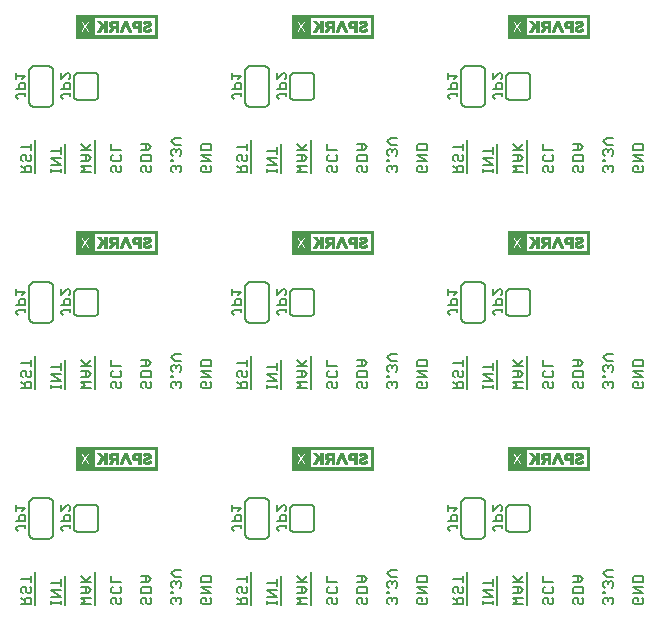
<source format=gbo>
G75*
%MOIN*%
%OFA0B0*%
%FSLAX25Y25*%
%IPPOS*%
%LPD*%
%AMOC8*
5,1,8,0,0,1.08239X$1,22.5*
%
%ADD10C,0.00600*%
%ADD11C,0.00500*%
%ADD12C,0.00039*%
D10*
X0005550Y0016360D02*
X0008953Y0016360D01*
X0008953Y0018061D01*
X0008386Y0018629D01*
X0007251Y0018629D01*
X0006684Y0018061D01*
X0006684Y0016360D01*
X0006684Y0017494D02*
X0005550Y0018629D01*
X0006117Y0020043D02*
X0005550Y0020610D01*
X0005550Y0021745D01*
X0006117Y0022312D01*
X0006684Y0022312D01*
X0007251Y0021745D01*
X0007251Y0020610D01*
X0007819Y0020043D01*
X0008386Y0020043D01*
X0008953Y0020610D01*
X0008953Y0021745D01*
X0008386Y0022312D01*
X0008953Y0023726D02*
X0008953Y0025995D01*
X0008953Y0024861D02*
X0005550Y0024861D01*
X0010150Y0027109D02*
X0010150Y0016060D01*
X0015550Y0016360D02*
X0015550Y0017494D01*
X0015550Y0016927D02*
X0018953Y0016927D01*
X0018953Y0016360D02*
X0018953Y0017494D01*
X0018953Y0018815D02*
X0015550Y0018815D01*
X0015550Y0021084D02*
X0018953Y0021084D01*
X0018953Y0022499D02*
X0018953Y0024767D01*
X0018953Y0023633D02*
X0015550Y0023633D01*
X0015550Y0021084D02*
X0018953Y0018815D01*
X0020150Y0016060D02*
X0020150Y0025882D01*
X0025550Y0025995D02*
X0027251Y0024293D01*
X0026684Y0023726D02*
X0028953Y0025995D01*
X0030150Y0027109D02*
X0030150Y0016060D01*
X0028953Y0016360D02*
X0025550Y0016360D01*
X0026684Y0017494D01*
X0025550Y0018629D01*
X0028953Y0018629D01*
X0027819Y0020043D02*
X0028953Y0021177D01*
X0027819Y0022312D01*
X0025550Y0022312D01*
X0025550Y0023726D02*
X0028953Y0023726D01*
X0027251Y0022312D02*
X0027251Y0020043D01*
X0027819Y0020043D02*
X0025550Y0020043D01*
X0035550Y0020610D02*
X0035550Y0021745D01*
X0036117Y0022312D01*
X0035550Y0023726D02*
X0035550Y0025995D01*
X0035550Y0023726D02*
X0038953Y0023726D01*
X0038386Y0022312D02*
X0038953Y0021745D01*
X0038953Y0020610D01*
X0038386Y0020043D01*
X0036117Y0020043D01*
X0035550Y0020610D01*
X0036117Y0018629D02*
X0035550Y0018061D01*
X0035550Y0016927D01*
X0036117Y0016360D01*
X0037251Y0016927D02*
X0037251Y0018061D01*
X0036684Y0018629D01*
X0036117Y0018629D01*
X0037251Y0016927D02*
X0037819Y0016360D01*
X0038386Y0016360D01*
X0038953Y0016927D01*
X0038953Y0018061D01*
X0038386Y0018629D01*
X0045550Y0018061D02*
X0045550Y0016927D01*
X0046117Y0016360D01*
X0047251Y0016927D02*
X0047251Y0018061D01*
X0046684Y0018629D01*
X0046117Y0018629D01*
X0045550Y0018061D01*
X0045550Y0020043D02*
X0045550Y0021745D01*
X0046117Y0022312D01*
X0048386Y0022312D01*
X0048953Y0021745D01*
X0048953Y0020043D01*
X0045550Y0020043D01*
X0045550Y0023726D02*
X0047819Y0023726D01*
X0048953Y0024861D01*
X0047819Y0025995D01*
X0045550Y0025995D01*
X0047251Y0025995D02*
X0047251Y0023726D01*
X0048386Y0018629D02*
X0048953Y0018061D01*
X0048953Y0016927D01*
X0048386Y0016360D01*
X0047819Y0016360D01*
X0047251Y0016927D01*
X0055550Y0016927D02*
X0056117Y0016360D01*
X0055550Y0016927D02*
X0055550Y0018061D01*
X0056117Y0018629D01*
X0056684Y0018629D01*
X0057251Y0018061D01*
X0057251Y0017494D01*
X0057251Y0018061D02*
X0057819Y0018629D01*
X0058386Y0018629D01*
X0058953Y0018061D01*
X0058953Y0016927D01*
X0058386Y0016360D01*
X0056117Y0020043D02*
X0056117Y0020610D01*
X0055550Y0020610D01*
X0055550Y0020043D01*
X0056117Y0020043D01*
X0056117Y0021885D02*
X0055550Y0022452D01*
X0055550Y0023586D01*
X0056117Y0024153D01*
X0056684Y0024153D01*
X0057251Y0023586D01*
X0057251Y0023019D01*
X0057251Y0023586D02*
X0057819Y0024153D01*
X0058386Y0024153D01*
X0058953Y0023586D01*
X0058953Y0022452D01*
X0058386Y0021885D01*
X0058953Y0025568D02*
X0056684Y0025568D01*
X0055550Y0026702D01*
X0056684Y0027836D01*
X0058953Y0027836D01*
X0065550Y0025428D02*
X0065550Y0023726D01*
X0068953Y0023726D01*
X0068953Y0025428D01*
X0068386Y0025995D01*
X0066117Y0025995D01*
X0065550Y0025428D01*
X0065550Y0022312D02*
X0068953Y0022312D01*
X0068953Y0020043D02*
X0065550Y0022312D01*
X0065550Y0020043D02*
X0068953Y0020043D01*
X0068386Y0018629D02*
X0068953Y0018061D01*
X0068953Y0016927D01*
X0068386Y0016360D01*
X0066117Y0016360D01*
X0065550Y0016927D01*
X0065550Y0018061D01*
X0066117Y0018629D01*
X0067251Y0018629D01*
X0067251Y0017494D01*
X0077550Y0016360D02*
X0080953Y0016360D01*
X0080953Y0018061D01*
X0080386Y0018629D01*
X0079251Y0018629D01*
X0078684Y0018061D01*
X0078684Y0016360D01*
X0078684Y0017494D02*
X0077550Y0018629D01*
X0078117Y0020043D02*
X0077550Y0020610D01*
X0077550Y0021745D01*
X0078117Y0022312D01*
X0078684Y0022312D01*
X0079251Y0021745D01*
X0079251Y0020610D01*
X0079819Y0020043D01*
X0080386Y0020043D01*
X0080953Y0020610D01*
X0080953Y0021745D01*
X0080386Y0022312D01*
X0080953Y0023726D02*
X0080953Y0025995D01*
X0080953Y0024861D02*
X0077550Y0024861D01*
X0082150Y0027109D02*
X0082150Y0016060D01*
X0087550Y0016360D02*
X0087550Y0017494D01*
X0087550Y0016927D02*
X0090953Y0016927D01*
X0090953Y0016360D02*
X0090953Y0017494D01*
X0090953Y0018815D02*
X0087550Y0021084D01*
X0090953Y0021084D01*
X0090953Y0022499D02*
X0090953Y0024767D01*
X0090953Y0023633D02*
X0087550Y0023633D01*
X0087550Y0018815D02*
X0090953Y0018815D01*
X0092150Y0016060D02*
X0092150Y0025882D01*
X0097550Y0025995D02*
X0099251Y0024293D01*
X0098684Y0023726D02*
X0100953Y0025995D01*
X0102150Y0027109D02*
X0102150Y0016060D01*
X0100953Y0016360D02*
X0097550Y0016360D01*
X0098684Y0017494D01*
X0097550Y0018629D01*
X0100953Y0018629D01*
X0099819Y0020043D02*
X0100953Y0021177D01*
X0099819Y0022312D01*
X0097550Y0022312D01*
X0097550Y0023726D02*
X0100953Y0023726D01*
X0099251Y0022312D02*
X0099251Y0020043D01*
X0099819Y0020043D02*
X0097550Y0020043D01*
X0107550Y0020610D02*
X0107550Y0021745D01*
X0108117Y0022312D01*
X0107550Y0023726D02*
X0107550Y0025995D01*
X0107550Y0023726D02*
X0110953Y0023726D01*
X0110386Y0022312D02*
X0110953Y0021745D01*
X0110953Y0020610D01*
X0110386Y0020043D01*
X0108117Y0020043D01*
X0107550Y0020610D01*
X0108117Y0018629D02*
X0107550Y0018061D01*
X0107550Y0016927D01*
X0108117Y0016360D01*
X0109251Y0016927D02*
X0109251Y0018061D01*
X0108684Y0018629D01*
X0108117Y0018629D01*
X0109251Y0016927D02*
X0109819Y0016360D01*
X0110386Y0016360D01*
X0110953Y0016927D01*
X0110953Y0018061D01*
X0110386Y0018629D01*
X0117550Y0018061D02*
X0117550Y0016927D01*
X0118117Y0016360D01*
X0119251Y0016927D02*
X0119251Y0018061D01*
X0118684Y0018629D01*
X0118117Y0018629D01*
X0117550Y0018061D01*
X0117550Y0020043D02*
X0117550Y0021745D01*
X0118117Y0022312D01*
X0120386Y0022312D01*
X0120953Y0021745D01*
X0120953Y0020043D01*
X0117550Y0020043D01*
X0120386Y0018629D02*
X0120953Y0018061D01*
X0120953Y0016927D01*
X0120386Y0016360D01*
X0119819Y0016360D01*
X0119251Y0016927D01*
X0119251Y0023726D02*
X0119251Y0025995D01*
X0119819Y0025995D02*
X0117550Y0025995D01*
X0119819Y0025995D02*
X0120953Y0024861D01*
X0119819Y0023726D01*
X0117550Y0023726D01*
X0127550Y0023586D02*
X0127550Y0022452D01*
X0128117Y0021885D01*
X0128117Y0020610D02*
X0127550Y0020610D01*
X0127550Y0020043D01*
X0128117Y0020043D01*
X0128117Y0020610D01*
X0128117Y0018629D02*
X0127550Y0018061D01*
X0127550Y0016927D01*
X0128117Y0016360D01*
X0129251Y0017494D02*
X0129251Y0018061D01*
X0128684Y0018629D01*
X0128117Y0018629D01*
X0129251Y0018061D02*
X0129819Y0018629D01*
X0130386Y0018629D01*
X0130953Y0018061D01*
X0130953Y0016927D01*
X0130386Y0016360D01*
X0130386Y0021885D02*
X0130953Y0022452D01*
X0130953Y0023586D01*
X0130386Y0024153D01*
X0129819Y0024153D01*
X0129251Y0023586D01*
X0128684Y0024153D01*
X0128117Y0024153D01*
X0127550Y0023586D01*
X0129251Y0023586D02*
X0129251Y0023019D01*
X0128684Y0025568D02*
X0127550Y0026702D01*
X0128684Y0027836D01*
X0130953Y0027836D01*
X0130953Y0025568D02*
X0128684Y0025568D01*
X0137550Y0025428D02*
X0137550Y0023726D01*
X0140953Y0023726D01*
X0140953Y0025428D01*
X0140386Y0025995D01*
X0138117Y0025995D01*
X0137550Y0025428D01*
X0137550Y0022312D02*
X0140953Y0022312D01*
X0140953Y0020043D02*
X0137550Y0022312D01*
X0137550Y0020043D02*
X0140953Y0020043D01*
X0140386Y0018629D02*
X0140953Y0018061D01*
X0140953Y0016927D01*
X0140386Y0016360D01*
X0138117Y0016360D01*
X0137550Y0016927D01*
X0137550Y0018061D01*
X0138117Y0018629D01*
X0139251Y0018629D01*
X0139251Y0017494D01*
X0149550Y0016360D02*
X0152953Y0016360D01*
X0152953Y0018061D01*
X0152386Y0018629D01*
X0151251Y0018629D01*
X0150684Y0018061D01*
X0150684Y0016360D01*
X0150684Y0017494D02*
X0149550Y0018629D01*
X0150117Y0020043D02*
X0149550Y0020610D01*
X0149550Y0021745D01*
X0150117Y0022312D01*
X0150684Y0022312D01*
X0151251Y0021745D01*
X0151251Y0020610D01*
X0151819Y0020043D01*
X0152386Y0020043D01*
X0152953Y0020610D01*
X0152953Y0021745D01*
X0152386Y0022312D01*
X0152953Y0023726D02*
X0152953Y0025995D01*
X0152953Y0024861D02*
X0149550Y0024861D01*
X0154150Y0027109D02*
X0154150Y0016060D01*
X0159550Y0016360D02*
X0159550Y0017494D01*
X0159550Y0016927D02*
X0162953Y0016927D01*
X0162953Y0016360D02*
X0162953Y0017494D01*
X0162953Y0018815D02*
X0159550Y0021084D01*
X0162953Y0021084D01*
X0162953Y0022499D02*
X0162953Y0024767D01*
X0162953Y0023633D02*
X0159550Y0023633D01*
X0159550Y0018815D02*
X0162953Y0018815D01*
X0164150Y0016060D02*
X0164150Y0025882D01*
X0169550Y0025995D02*
X0171251Y0024293D01*
X0170684Y0023726D02*
X0172953Y0025995D01*
X0174150Y0027109D02*
X0174150Y0016060D01*
X0172953Y0016360D02*
X0169550Y0016360D01*
X0170684Y0017494D01*
X0169550Y0018629D01*
X0172953Y0018629D01*
X0171819Y0020043D02*
X0169550Y0020043D01*
X0171251Y0020043D02*
X0171251Y0022312D01*
X0171819Y0022312D02*
X0169550Y0022312D01*
X0169550Y0023726D02*
X0172953Y0023726D01*
X0171819Y0022312D02*
X0172953Y0021177D01*
X0171819Y0020043D01*
X0179550Y0020610D02*
X0179550Y0021745D01*
X0180117Y0022312D01*
X0179550Y0023726D02*
X0179550Y0025995D01*
X0179550Y0023726D02*
X0182953Y0023726D01*
X0182386Y0022312D02*
X0182953Y0021745D01*
X0182953Y0020610D01*
X0182386Y0020043D01*
X0180117Y0020043D01*
X0179550Y0020610D01*
X0180117Y0018629D02*
X0179550Y0018061D01*
X0179550Y0016927D01*
X0180117Y0016360D01*
X0181251Y0016927D02*
X0181251Y0018061D01*
X0180684Y0018629D01*
X0180117Y0018629D01*
X0181251Y0016927D02*
X0181819Y0016360D01*
X0182386Y0016360D01*
X0182953Y0016927D01*
X0182953Y0018061D01*
X0182386Y0018629D01*
X0189550Y0018061D02*
X0189550Y0016927D01*
X0190117Y0016360D01*
X0191251Y0016927D02*
X0191251Y0018061D01*
X0190684Y0018629D01*
X0190117Y0018629D01*
X0189550Y0018061D01*
X0189550Y0020043D02*
X0189550Y0021745D01*
X0190117Y0022312D01*
X0192386Y0022312D01*
X0192953Y0021745D01*
X0192953Y0020043D01*
X0189550Y0020043D01*
X0192386Y0018629D02*
X0192953Y0018061D01*
X0192953Y0016927D01*
X0192386Y0016360D01*
X0191819Y0016360D01*
X0191251Y0016927D01*
X0191251Y0023726D02*
X0191251Y0025995D01*
X0191819Y0025995D02*
X0189550Y0025995D01*
X0191819Y0025995D02*
X0192953Y0024861D01*
X0191819Y0023726D01*
X0189550Y0023726D01*
X0199550Y0023586D02*
X0199550Y0022452D01*
X0200117Y0021885D01*
X0200117Y0020610D02*
X0199550Y0020610D01*
X0199550Y0020043D01*
X0200117Y0020043D01*
X0200117Y0020610D01*
X0200117Y0018629D02*
X0199550Y0018061D01*
X0199550Y0016927D01*
X0200117Y0016360D01*
X0201251Y0017494D02*
X0201251Y0018061D01*
X0200684Y0018629D01*
X0200117Y0018629D01*
X0201251Y0018061D02*
X0201819Y0018629D01*
X0202386Y0018629D01*
X0202953Y0018061D01*
X0202953Y0016927D01*
X0202386Y0016360D01*
X0202386Y0021885D02*
X0202953Y0022452D01*
X0202953Y0023586D01*
X0202386Y0024153D01*
X0201819Y0024153D01*
X0201251Y0023586D01*
X0200684Y0024153D01*
X0200117Y0024153D01*
X0199550Y0023586D01*
X0201251Y0023586D02*
X0201251Y0023019D01*
X0200684Y0025568D02*
X0199550Y0026702D01*
X0200684Y0027836D01*
X0202953Y0027836D01*
X0202953Y0025568D02*
X0200684Y0025568D01*
X0209550Y0025428D02*
X0209550Y0023726D01*
X0212953Y0023726D01*
X0212953Y0025428D01*
X0212386Y0025995D01*
X0210117Y0025995D01*
X0209550Y0025428D01*
X0209550Y0022312D02*
X0212953Y0022312D01*
X0212953Y0020043D02*
X0209550Y0022312D01*
X0209550Y0020043D02*
X0212953Y0020043D01*
X0212386Y0018629D02*
X0212953Y0018061D01*
X0212953Y0016927D01*
X0212386Y0016360D01*
X0210117Y0016360D01*
X0209550Y0016927D01*
X0209550Y0018061D01*
X0210117Y0018629D01*
X0211251Y0018629D01*
X0211251Y0017494D01*
X0175250Y0041660D02*
X0175250Y0048460D01*
X0175248Y0048520D01*
X0175243Y0048581D01*
X0175234Y0048640D01*
X0175221Y0048699D01*
X0175205Y0048758D01*
X0175185Y0048815D01*
X0175162Y0048870D01*
X0175135Y0048925D01*
X0175106Y0048977D01*
X0175073Y0049028D01*
X0175037Y0049077D01*
X0174999Y0049123D01*
X0174957Y0049167D01*
X0174913Y0049209D01*
X0174867Y0049247D01*
X0174818Y0049283D01*
X0174767Y0049316D01*
X0174715Y0049345D01*
X0174660Y0049372D01*
X0174605Y0049395D01*
X0174548Y0049415D01*
X0174489Y0049431D01*
X0174430Y0049444D01*
X0174371Y0049453D01*
X0174310Y0049458D01*
X0174250Y0049460D01*
X0168250Y0049460D01*
X0168190Y0049458D01*
X0168129Y0049453D01*
X0168070Y0049444D01*
X0168011Y0049431D01*
X0167952Y0049415D01*
X0167895Y0049395D01*
X0167840Y0049372D01*
X0167785Y0049345D01*
X0167733Y0049316D01*
X0167682Y0049283D01*
X0167633Y0049247D01*
X0167587Y0049209D01*
X0167543Y0049167D01*
X0167501Y0049123D01*
X0167463Y0049077D01*
X0167427Y0049028D01*
X0167394Y0048977D01*
X0167365Y0048925D01*
X0167338Y0048870D01*
X0167315Y0048815D01*
X0167295Y0048758D01*
X0167279Y0048699D01*
X0167266Y0048640D01*
X0167257Y0048581D01*
X0167252Y0048520D01*
X0167250Y0048460D01*
X0167250Y0041660D01*
X0167252Y0041600D01*
X0167257Y0041539D01*
X0167266Y0041480D01*
X0167279Y0041421D01*
X0167295Y0041362D01*
X0167315Y0041305D01*
X0167338Y0041250D01*
X0167365Y0041195D01*
X0167394Y0041143D01*
X0167427Y0041092D01*
X0167463Y0041043D01*
X0167501Y0040997D01*
X0167543Y0040953D01*
X0167587Y0040911D01*
X0167633Y0040873D01*
X0167682Y0040837D01*
X0167733Y0040804D01*
X0167785Y0040775D01*
X0167840Y0040748D01*
X0167895Y0040725D01*
X0167952Y0040705D01*
X0168011Y0040689D01*
X0168070Y0040676D01*
X0168129Y0040667D01*
X0168190Y0040662D01*
X0168250Y0040660D01*
X0174250Y0040660D01*
X0174310Y0040662D01*
X0174371Y0040667D01*
X0174430Y0040676D01*
X0174489Y0040689D01*
X0174548Y0040705D01*
X0174605Y0040725D01*
X0174660Y0040748D01*
X0174715Y0040775D01*
X0174767Y0040804D01*
X0174818Y0040837D01*
X0174867Y0040873D01*
X0174913Y0040911D01*
X0174957Y0040953D01*
X0174999Y0040997D01*
X0175037Y0041043D01*
X0175073Y0041092D01*
X0175106Y0041143D01*
X0175135Y0041195D01*
X0175162Y0041250D01*
X0175185Y0041305D01*
X0175205Y0041362D01*
X0175221Y0041421D01*
X0175234Y0041480D01*
X0175243Y0041539D01*
X0175248Y0041600D01*
X0175250Y0041660D01*
X0160250Y0040060D02*
X0160250Y0050060D01*
X0160248Y0050143D01*
X0160242Y0050226D01*
X0160233Y0050309D01*
X0160219Y0050391D01*
X0160202Y0050472D01*
X0160181Y0050553D01*
X0160157Y0050632D01*
X0160128Y0050710D01*
X0160097Y0050787D01*
X0160061Y0050862D01*
X0160023Y0050936D01*
X0159980Y0051008D01*
X0159935Y0051077D01*
X0159886Y0051145D01*
X0159835Y0051210D01*
X0159780Y0051273D01*
X0159723Y0051333D01*
X0159663Y0051390D01*
X0159600Y0051445D01*
X0159535Y0051496D01*
X0159467Y0051545D01*
X0159398Y0051590D01*
X0159326Y0051633D01*
X0159252Y0051671D01*
X0159177Y0051707D01*
X0159100Y0051738D01*
X0159022Y0051767D01*
X0158943Y0051791D01*
X0158862Y0051812D01*
X0158781Y0051829D01*
X0158699Y0051843D01*
X0158616Y0051852D01*
X0158533Y0051858D01*
X0158450Y0051860D01*
X0154050Y0051860D01*
X0153967Y0051858D01*
X0153884Y0051852D01*
X0153801Y0051843D01*
X0153719Y0051829D01*
X0153638Y0051812D01*
X0153557Y0051791D01*
X0153478Y0051767D01*
X0153400Y0051738D01*
X0153323Y0051707D01*
X0153248Y0051671D01*
X0153174Y0051633D01*
X0153102Y0051590D01*
X0153033Y0051545D01*
X0152965Y0051496D01*
X0152900Y0051445D01*
X0152837Y0051390D01*
X0152777Y0051333D01*
X0152720Y0051273D01*
X0152665Y0051210D01*
X0152614Y0051145D01*
X0152565Y0051077D01*
X0152520Y0051008D01*
X0152477Y0050936D01*
X0152439Y0050862D01*
X0152403Y0050787D01*
X0152372Y0050710D01*
X0152343Y0050632D01*
X0152319Y0050553D01*
X0152298Y0050472D01*
X0152281Y0050391D01*
X0152267Y0050309D01*
X0152258Y0050226D01*
X0152252Y0050143D01*
X0152250Y0050060D01*
X0152250Y0040060D01*
X0152252Y0039977D01*
X0152258Y0039894D01*
X0152267Y0039811D01*
X0152281Y0039729D01*
X0152298Y0039648D01*
X0152319Y0039567D01*
X0152343Y0039488D01*
X0152372Y0039410D01*
X0152403Y0039333D01*
X0152439Y0039258D01*
X0152477Y0039184D01*
X0152520Y0039112D01*
X0152565Y0039043D01*
X0152614Y0038975D01*
X0152665Y0038910D01*
X0152720Y0038847D01*
X0152777Y0038787D01*
X0152837Y0038730D01*
X0152900Y0038675D01*
X0152965Y0038624D01*
X0153033Y0038575D01*
X0153102Y0038530D01*
X0153174Y0038487D01*
X0153248Y0038449D01*
X0153323Y0038413D01*
X0153400Y0038382D01*
X0153478Y0038353D01*
X0153557Y0038329D01*
X0153638Y0038308D01*
X0153719Y0038291D01*
X0153801Y0038277D01*
X0153884Y0038268D01*
X0153967Y0038262D01*
X0154050Y0038260D01*
X0158450Y0038260D01*
X0158533Y0038262D01*
X0158616Y0038268D01*
X0158699Y0038277D01*
X0158781Y0038291D01*
X0158862Y0038308D01*
X0158943Y0038329D01*
X0159022Y0038353D01*
X0159100Y0038382D01*
X0159177Y0038413D01*
X0159252Y0038449D01*
X0159326Y0038487D01*
X0159398Y0038530D01*
X0159467Y0038575D01*
X0159535Y0038624D01*
X0159600Y0038675D01*
X0159663Y0038730D01*
X0159723Y0038787D01*
X0159780Y0038847D01*
X0159835Y0038910D01*
X0159886Y0038975D01*
X0159935Y0039043D01*
X0159980Y0039112D01*
X0160023Y0039184D01*
X0160061Y0039258D01*
X0160097Y0039333D01*
X0160128Y0039410D01*
X0160157Y0039488D01*
X0160181Y0039567D01*
X0160202Y0039648D01*
X0160219Y0039729D01*
X0160233Y0039811D01*
X0160242Y0039894D01*
X0160248Y0039977D01*
X0160250Y0040060D01*
X0164150Y0088060D02*
X0164150Y0097882D01*
X0162953Y0096767D02*
X0162953Y0094499D01*
X0162953Y0095633D02*
X0159550Y0095633D01*
X0159550Y0093084D02*
X0162953Y0093084D01*
X0162953Y0090815D02*
X0159550Y0090815D01*
X0159550Y0089494D02*
X0159550Y0088360D01*
X0159550Y0088927D02*
X0162953Y0088927D01*
X0162953Y0088360D02*
X0162953Y0089494D01*
X0162953Y0090815D02*
X0159550Y0093084D01*
X0154150Y0088060D02*
X0154150Y0099109D01*
X0152953Y0097995D02*
X0152953Y0095726D01*
X0152953Y0096861D02*
X0149550Y0096861D01*
X0150117Y0094312D02*
X0149550Y0093745D01*
X0149550Y0092610D01*
X0150117Y0092043D01*
X0151251Y0092610D02*
X0151251Y0093745D01*
X0150684Y0094312D01*
X0150117Y0094312D01*
X0151251Y0092610D02*
X0151819Y0092043D01*
X0152386Y0092043D01*
X0152953Y0092610D01*
X0152953Y0093745D01*
X0152386Y0094312D01*
X0152386Y0090629D02*
X0151251Y0090629D01*
X0150684Y0090061D01*
X0150684Y0088360D01*
X0149550Y0088360D02*
X0152953Y0088360D01*
X0152953Y0090061D01*
X0152386Y0090629D01*
X0150684Y0089494D02*
X0149550Y0090629D01*
X0140953Y0090061D02*
X0140953Y0088927D01*
X0140386Y0088360D01*
X0138117Y0088360D01*
X0137550Y0088927D01*
X0137550Y0090061D01*
X0138117Y0090629D01*
X0139251Y0090629D01*
X0139251Y0089494D01*
X0140386Y0090629D02*
X0140953Y0090061D01*
X0140953Y0092043D02*
X0137550Y0094312D01*
X0140953Y0094312D01*
X0140953Y0095726D02*
X0140953Y0097428D01*
X0140386Y0097995D01*
X0138117Y0097995D01*
X0137550Y0097428D01*
X0137550Y0095726D01*
X0140953Y0095726D01*
X0140953Y0092043D02*
X0137550Y0092043D01*
X0130953Y0090061D02*
X0130386Y0090629D01*
X0129819Y0090629D01*
X0129251Y0090061D01*
X0128684Y0090629D01*
X0128117Y0090629D01*
X0127550Y0090061D01*
X0127550Y0088927D01*
X0128117Y0088360D01*
X0129251Y0089494D02*
X0129251Y0090061D01*
X0130953Y0090061D02*
X0130953Y0088927D01*
X0130386Y0088360D01*
X0128117Y0092043D02*
X0128117Y0092610D01*
X0127550Y0092610D01*
X0127550Y0092043D01*
X0128117Y0092043D01*
X0128117Y0093885D02*
X0127550Y0094452D01*
X0127550Y0095586D01*
X0128117Y0096153D01*
X0128684Y0096153D01*
X0129251Y0095586D01*
X0129251Y0095019D01*
X0129251Y0095586D02*
X0129819Y0096153D01*
X0130386Y0096153D01*
X0130953Y0095586D01*
X0130953Y0094452D01*
X0130386Y0093885D01*
X0130953Y0097568D02*
X0128684Y0097568D01*
X0127550Y0098702D01*
X0128684Y0099836D01*
X0130953Y0099836D01*
X0120953Y0096861D02*
X0119819Y0097995D01*
X0117550Y0097995D01*
X0119251Y0097995D02*
X0119251Y0095726D01*
X0119819Y0095726D02*
X0120953Y0096861D01*
X0119819Y0095726D02*
X0117550Y0095726D01*
X0118117Y0094312D02*
X0120386Y0094312D01*
X0120953Y0093745D01*
X0120953Y0092043D01*
X0117550Y0092043D01*
X0117550Y0093745D01*
X0118117Y0094312D01*
X0118117Y0090629D02*
X0117550Y0090061D01*
X0117550Y0088927D01*
X0118117Y0088360D01*
X0119251Y0088927D02*
X0119251Y0090061D01*
X0118684Y0090629D01*
X0118117Y0090629D01*
X0119251Y0088927D02*
X0119819Y0088360D01*
X0120386Y0088360D01*
X0120953Y0088927D01*
X0120953Y0090061D01*
X0120386Y0090629D01*
X0110953Y0090061D02*
X0110953Y0088927D01*
X0110386Y0088360D01*
X0109819Y0088360D01*
X0109251Y0088927D01*
X0109251Y0090061D01*
X0108684Y0090629D01*
X0108117Y0090629D01*
X0107550Y0090061D01*
X0107550Y0088927D01*
X0108117Y0088360D01*
X0110386Y0090629D02*
X0110953Y0090061D01*
X0110386Y0092043D02*
X0108117Y0092043D01*
X0107550Y0092610D01*
X0107550Y0093745D01*
X0108117Y0094312D01*
X0107550Y0095726D02*
X0107550Y0097995D01*
X0107550Y0095726D02*
X0110953Y0095726D01*
X0110386Y0094312D02*
X0110953Y0093745D01*
X0110953Y0092610D01*
X0110386Y0092043D01*
X0102150Y0088060D02*
X0102150Y0099109D01*
X0100953Y0097995D02*
X0098684Y0095726D01*
X0099251Y0096293D02*
X0097550Y0097995D01*
X0097550Y0095726D02*
X0100953Y0095726D01*
X0099819Y0094312D02*
X0097550Y0094312D01*
X0099251Y0094312D02*
X0099251Y0092043D01*
X0099819Y0092043D02*
X0100953Y0093177D01*
X0099819Y0094312D01*
X0099819Y0092043D02*
X0097550Y0092043D01*
X0097550Y0090629D02*
X0100953Y0090629D01*
X0100953Y0088360D02*
X0097550Y0088360D01*
X0098684Y0089494D01*
X0097550Y0090629D01*
X0092150Y0088060D02*
X0092150Y0097882D01*
X0090953Y0096767D02*
X0090953Y0094499D01*
X0090953Y0095633D02*
X0087550Y0095633D01*
X0087550Y0093084D02*
X0090953Y0093084D01*
X0090953Y0090815D02*
X0087550Y0090815D01*
X0087550Y0089494D02*
X0087550Y0088360D01*
X0087550Y0088927D02*
X0090953Y0088927D01*
X0090953Y0088360D02*
X0090953Y0089494D01*
X0090953Y0090815D02*
X0087550Y0093084D01*
X0082150Y0088060D02*
X0082150Y0099109D01*
X0080953Y0097995D02*
X0080953Y0095726D01*
X0080953Y0096861D02*
X0077550Y0096861D01*
X0078117Y0094312D02*
X0077550Y0093745D01*
X0077550Y0092610D01*
X0078117Y0092043D01*
X0079251Y0092610D02*
X0079251Y0093745D01*
X0078684Y0094312D01*
X0078117Y0094312D01*
X0079251Y0092610D02*
X0079819Y0092043D01*
X0080386Y0092043D01*
X0080953Y0092610D01*
X0080953Y0093745D01*
X0080386Y0094312D01*
X0080386Y0090629D02*
X0079251Y0090629D01*
X0078684Y0090061D01*
X0078684Y0088360D01*
X0077550Y0088360D02*
X0080953Y0088360D01*
X0080953Y0090061D01*
X0080386Y0090629D01*
X0078684Y0089494D02*
X0077550Y0090629D01*
X0068953Y0090061D02*
X0068953Y0088927D01*
X0068386Y0088360D01*
X0066117Y0088360D01*
X0065550Y0088927D01*
X0065550Y0090061D01*
X0066117Y0090629D01*
X0067251Y0090629D01*
X0067251Y0089494D01*
X0068386Y0090629D02*
X0068953Y0090061D01*
X0068953Y0092043D02*
X0065550Y0094312D01*
X0068953Y0094312D01*
X0068953Y0095726D02*
X0068953Y0097428D01*
X0068386Y0097995D01*
X0066117Y0097995D01*
X0065550Y0097428D01*
X0065550Y0095726D01*
X0068953Y0095726D01*
X0068953Y0092043D02*
X0065550Y0092043D01*
X0058953Y0090061D02*
X0058386Y0090629D01*
X0057819Y0090629D01*
X0057251Y0090061D01*
X0056684Y0090629D01*
X0056117Y0090629D01*
X0055550Y0090061D01*
X0055550Y0088927D01*
X0056117Y0088360D01*
X0057251Y0089494D02*
X0057251Y0090061D01*
X0058953Y0090061D02*
X0058953Y0088927D01*
X0058386Y0088360D01*
X0056117Y0092043D02*
X0056117Y0092610D01*
X0055550Y0092610D01*
X0055550Y0092043D01*
X0056117Y0092043D01*
X0056117Y0093885D02*
X0055550Y0094452D01*
X0055550Y0095586D01*
X0056117Y0096153D01*
X0056684Y0096153D01*
X0057251Y0095586D01*
X0057251Y0095019D01*
X0057251Y0095586D02*
X0057819Y0096153D01*
X0058386Y0096153D01*
X0058953Y0095586D01*
X0058953Y0094452D01*
X0058386Y0093885D01*
X0058953Y0097568D02*
X0056684Y0097568D01*
X0055550Y0098702D01*
X0056684Y0099836D01*
X0058953Y0099836D01*
X0048953Y0096861D02*
X0047819Y0097995D01*
X0045550Y0097995D01*
X0047251Y0097995D02*
X0047251Y0095726D01*
X0047819Y0095726D02*
X0048953Y0096861D01*
X0047819Y0095726D02*
X0045550Y0095726D01*
X0046117Y0094312D02*
X0045550Y0093745D01*
X0045550Y0092043D01*
X0048953Y0092043D01*
X0048953Y0093745D01*
X0048386Y0094312D01*
X0046117Y0094312D01*
X0046117Y0090629D02*
X0045550Y0090061D01*
X0045550Y0088927D01*
X0046117Y0088360D01*
X0047251Y0088927D02*
X0047819Y0088360D01*
X0048386Y0088360D01*
X0048953Y0088927D01*
X0048953Y0090061D01*
X0048386Y0090629D01*
X0047251Y0090061D02*
X0046684Y0090629D01*
X0046117Y0090629D01*
X0047251Y0090061D02*
X0047251Y0088927D01*
X0038953Y0088927D02*
X0038386Y0088360D01*
X0037819Y0088360D01*
X0037251Y0088927D01*
X0037251Y0090061D01*
X0036684Y0090629D01*
X0036117Y0090629D01*
X0035550Y0090061D01*
X0035550Y0088927D01*
X0036117Y0088360D01*
X0038953Y0088927D02*
X0038953Y0090061D01*
X0038386Y0090629D01*
X0038386Y0092043D02*
X0036117Y0092043D01*
X0035550Y0092610D01*
X0035550Y0093745D01*
X0036117Y0094312D01*
X0035550Y0095726D02*
X0035550Y0097995D01*
X0035550Y0095726D02*
X0038953Y0095726D01*
X0038386Y0094312D02*
X0038953Y0093745D01*
X0038953Y0092610D01*
X0038386Y0092043D01*
X0030150Y0088060D02*
X0030150Y0099109D01*
X0028953Y0097995D02*
X0026684Y0095726D01*
X0027251Y0096293D02*
X0025550Y0097995D01*
X0025550Y0095726D02*
X0028953Y0095726D01*
X0027819Y0094312D02*
X0025550Y0094312D01*
X0027251Y0094312D02*
X0027251Y0092043D01*
X0027819Y0092043D02*
X0028953Y0093177D01*
X0027819Y0094312D01*
X0027819Y0092043D02*
X0025550Y0092043D01*
X0025550Y0090629D02*
X0028953Y0090629D01*
X0028953Y0088360D02*
X0025550Y0088360D01*
X0026684Y0089494D01*
X0025550Y0090629D01*
X0020150Y0088060D02*
X0020150Y0097882D01*
X0018953Y0096767D02*
X0018953Y0094499D01*
X0018953Y0095633D02*
X0015550Y0095633D01*
X0015550Y0093084D02*
X0018953Y0093084D01*
X0018953Y0090815D02*
X0015550Y0093084D01*
X0015550Y0090815D02*
X0018953Y0090815D01*
X0018953Y0089494D02*
X0018953Y0088360D01*
X0018953Y0088927D02*
X0015550Y0088927D01*
X0015550Y0088360D02*
X0015550Y0089494D01*
X0010150Y0088060D02*
X0010150Y0099109D01*
X0008953Y0097995D02*
X0008953Y0095726D01*
X0008953Y0096861D02*
X0005550Y0096861D01*
X0006117Y0094312D02*
X0005550Y0093745D01*
X0005550Y0092610D01*
X0006117Y0092043D01*
X0007251Y0092610D02*
X0007251Y0093745D01*
X0006684Y0094312D01*
X0006117Y0094312D01*
X0007251Y0092610D02*
X0007819Y0092043D01*
X0008386Y0092043D01*
X0008953Y0092610D01*
X0008953Y0093745D01*
X0008386Y0094312D01*
X0008386Y0090629D02*
X0007251Y0090629D01*
X0006684Y0090061D01*
X0006684Y0088360D01*
X0005550Y0088360D02*
X0008953Y0088360D01*
X0008953Y0090061D01*
X0008386Y0090629D01*
X0006684Y0089494D02*
X0005550Y0090629D01*
X0010050Y0110260D02*
X0014450Y0110260D01*
X0014533Y0110262D01*
X0014616Y0110268D01*
X0014699Y0110277D01*
X0014781Y0110291D01*
X0014862Y0110308D01*
X0014943Y0110329D01*
X0015022Y0110353D01*
X0015100Y0110382D01*
X0015177Y0110413D01*
X0015252Y0110449D01*
X0015326Y0110487D01*
X0015398Y0110530D01*
X0015467Y0110575D01*
X0015535Y0110624D01*
X0015600Y0110675D01*
X0015663Y0110730D01*
X0015723Y0110787D01*
X0015780Y0110847D01*
X0015835Y0110910D01*
X0015886Y0110975D01*
X0015935Y0111043D01*
X0015980Y0111112D01*
X0016023Y0111184D01*
X0016061Y0111258D01*
X0016097Y0111333D01*
X0016128Y0111410D01*
X0016157Y0111488D01*
X0016181Y0111567D01*
X0016202Y0111648D01*
X0016219Y0111729D01*
X0016233Y0111811D01*
X0016242Y0111894D01*
X0016248Y0111977D01*
X0016250Y0112060D01*
X0016250Y0122060D01*
X0016248Y0122143D01*
X0016242Y0122226D01*
X0016233Y0122309D01*
X0016219Y0122391D01*
X0016202Y0122472D01*
X0016181Y0122553D01*
X0016157Y0122632D01*
X0016128Y0122710D01*
X0016097Y0122787D01*
X0016061Y0122862D01*
X0016023Y0122936D01*
X0015980Y0123008D01*
X0015935Y0123077D01*
X0015886Y0123145D01*
X0015835Y0123210D01*
X0015780Y0123273D01*
X0015723Y0123333D01*
X0015663Y0123390D01*
X0015600Y0123445D01*
X0015535Y0123496D01*
X0015467Y0123545D01*
X0015398Y0123590D01*
X0015326Y0123633D01*
X0015252Y0123671D01*
X0015177Y0123707D01*
X0015100Y0123738D01*
X0015022Y0123767D01*
X0014943Y0123791D01*
X0014862Y0123812D01*
X0014781Y0123829D01*
X0014699Y0123843D01*
X0014616Y0123852D01*
X0014533Y0123858D01*
X0014450Y0123860D01*
X0010050Y0123860D01*
X0009967Y0123858D01*
X0009884Y0123852D01*
X0009801Y0123843D01*
X0009719Y0123829D01*
X0009638Y0123812D01*
X0009557Y0123791D01*
X0009478Y0123767D01*
X0009400Y0123738D01*
X0009323Y0123707D01*
X0009248Y0123671D01*
X0009174Y0123633D01*
X0009102Y0123590D01*
X0009033Y0123545D01*
X0008965Y0123496D01*
X0008900Y0123445D01*
X0008837Y0123390D01*
X0008777Y0123333D01*
X0008720Y0123273D01*
X0008665Y0123210D01*
X0008614Y0123145D01*
X0008565Y0123077D01*
X0008520Y0123008D01*
X0008477Y0122936D01*
X0008439Y0122862D01*
X0008403Y0122787D01*
X0008372Y0122710D01*
X0008343Y0122632D01*
X0008319Y0122553D01*
X0008298Y0122472D01*
X0008281Y0122391D01*
X0008267Y0122309D01*
X0008258Y0122226D01*
X0008252Y0122143D01*
X0008250Y0122060D01*
X0008250Y0112060D01*
X0008252Y0111977D01*
X0008258Y0111894D01*
X0008267Y0111811D01*
X0008281Y0111729D01*
X0008298Y0111648D01*
X0008319Y0111567D01*
X0008343Y0111488D01*
X0008372Y0111410D01*
X0008403Y0111333D01*
X0008439Y0111258D01*
X0008477Y0111184D01*
X0008520Y0111112D01*
X0008565Y0111043D01*
X0008614Y0110975D01*
X0008665Y0110910D01*
X0008720Y0110847D01*
X0008777Y0110787D01*
X0008837Y0110730D01*
X0008900Y0110675D01*
X0008965Y0110624D01*
X0009033Y0110575D01*
X0009102Y0110530D01*
X0009174Y0110487D01*
X0009248Y0110449D01*
X0009323Y0110413D01*
X0009400Y0110382D01*
X0009478Y0110353D01*
X0009557Y0110329D01*
X0009638Y0110308D01*
X0009719Y0110291D01*
X0009801Y0110277D01*
X0009884Y0110268D01*
X0009967Y0110262D01*
X0010050Y0110260D01*
X0023250Y0113660D02*
X0023250Y0120460D01*
X0023252Y0120520D01*
X0023257Y0120581D01*
X0023266Y0120640D01*
X0023279Y0120699D01*
X0023295Y0120758D01*
X0023315Y0120815D01*
X0023338Y0120870D01*
X0023365Y0120925D01*
X0023394Y0120977D01*
X0023427Y0121028D01*
X0023463Y0121077D01*
X0023501Y0121123D01*
X0023543Y0121167D01*
X0023587Y0121209D01*
X0023633Y0121247D01*
X0023682Y0121283D01*
X0023733Y0121316D01*
X0023785Y0121345D01*
X0023840Y0121372D01*
X0023895Y0121395D01*
X0023952Y0121415D01*
X0024011Y0121431D01*
X0024070Y0121444D01*
X0024129Y0121453D01*
X0024190Y0121458D01*
X0024250Y0121460D01*
X0030250Y0121460D01*
X0030310Y0121458D01*
X0030371Y0121453D01*
X0030430Y0121444D01*
X0030489Y0121431D01*
X0030548Y0121415D01*
X0030605Y0121395D01*
X0030660Y0121372D01*
X0030715Y0121345D01*
X0030767Y0121316D01*
X0030818Y0121283D01*
X0030867Y0121247D01*
X0030913Y0121209D01*
X0030957Y0121167D01*
X0030999Y0121123D01*
X0031037Y0121077D01*
X0031073Y0121028D01*
X0031106Y0120977D01*
X0031135Y0120925D01*
X0031162Y0120870D01*
X0031185Y0120815D01*
X0031205Y0120758D01*
X0031221Y0120699D01*
X0031234Y0120640D01*
X0031243Y0120581D01*
X0031248Y0120520D01*
X0031250Y0120460D01*
X0031250Y0113660D01*
X0031248Y0113600D01*
X0031243Y0113539D01*
X0031234Y0113480D01*
X0031221Y0113421D01*
X0031205Y0113362D01*
X0031185Y0113305D01*
X0031162Y0113250D01*
X0031135Y0113195D01*
X0031106Y0113143D01*
X0031073Y0113092D01*
X0031037Y0113043D01*
X0030999Y0112997D01*
X0030957Y0112953D01*
X0030913Y0112911D01*
X0030867Y0112873D01*
X0030818Y0112837D01*
X0030767Y0112804D01*
X0030715Y0112775D01*
X0030660Y0112748D01*
X0030605Y0112725D01*
X0030548Y0112705D01*
X0030489Y0112689D01*
X0030430Y0112676D01*
X0030371Y0112667D01*
X0030310Y0112662D01*
X0030250Y0112660D01*
X0024250Y0112660D01*
X0024190Y0112662D01*
X0024129Y0112667D01*
X0024070Y0112676D01*
X0024011Y0112689D01*
X0023952Y0112705D01*
X0023895Y0112725D01*
X0023840Y0112748D01*
X0023785Y0112775D01*
X0023733Y0112804D01*
X0023682Y0112837D01*
X0023633Y0112873D01*
X0023587Y0112911D01*
X0023543Y0112953D01*
X0023501Y0112997D01*
X0023463Y0113043D01*
X0023427Y0113092D01*
X0023394Y0113143D01*
X0023365Y0113195D01*
X0023338Y0113250D01*
X0023315Y0113305D01*
X0023295Y0113362D01*
X0023279Y0113421D01*
X0023266Y0113480D01*
X0023257Y0113539D01*
X0023252Y0113600D01*
X0023250Y0113660D01*
X0020150Y0160060D02*
X0020150Y0169882D01*
X0018953Y0168767D02*
X0018953Y0166499D01*
X0018953Y0167633D02*
X0015550Y0167633D01*
X0015550Y0165084D02*
X0018953Y0165084D01*
X0018953Y0162815D02*
X0015550Y0162815D01*
X0015550Y0161494D02*
X0015550Y0160360D01*
X0015550Y0160927D02*
X0018953Y0160927D01*
X0018953Y0160360D02*
X0018953Y0161494D01*
X0018953Y0162815D02*
X0015550Y0165084D01*
X0008953Y0164610D02*
X0008386Y0164043D01*
X0007819Y0164043D01*
X0007251Y0164610D01*
X0007251Y0165745D01*
X0006684Y0166312D01*
X0006117Y0166312D01*
X0005550Y0165745D01*
X0005550Y0164610D01*
X0006117Y0164043D01*
X0005550Y0162629D02*
X0006684Y0161494D01*
X0006684Y0162061D02*
X0006684Y0160360D01*
X0005550Y0160360D02*
X0008953Y0160360D01*
X0008953Y0162061D01*
X0008386Y0162629D01*
X0007251Y0162629D01*
X0006684Y0162061D01*
X0008953Y0164610D02*
X0008953Y0165745D01*
X0008386Y0166312D01*
X0008953Y0167726D02*
X0008953Y0169995D01*
X0008953Y0168861D02*
X0005550Y0168861D01*
X0010150Y0171109D02*
X0010150Y0160060D01*
X0025550Y0160360D02*
X0026684Y0161494D01*
X0025550Y0162629D01*
X0028953Y0162629D01*
X0027819Y0164043D02*
X0028953Y0165177D01*
X0027819Y0166312D01*
X0025550Y0166312D01*
X0025550Y0167726D02*
X0028953Y0167726D01*
X0027251Y0168293D02*
X0025550Y0169995D01*
X0026684Y0167726D02*
X0028953Y0169995D01*
X0030150Y0171109D02*
X0030150Y0160060D01*
X0028953Y0160360D02*
X0025550Y0160360D01*
X0025550Y0164043D02*
X0027819Y0164043D01*
X0027251Y0164043D02*
X0027251Y0166312D01*
X0035550Y0165745D02*
X0036117Y0166312D01*
X0035550Y0165745D02*
X0035550Y0164610D01*
X0036117Y0164043D01*
X0038386Y0164043D01*
X0038953Y0164610D01*
X0038953Y0165745D01*
X0038386Y0166312D01*
X0038953Y0167726D02*
X0035550Y0167726D01*
X0035550Y0169995D01*
X0036117Y0162629D02*
X0035550Y0162061D01*
X0035550Y0160927D01*
X0036117Y0160360D01*
X0037251Y0160927D02*
X0037251Y0162061D01*
X0036684Y0162629D01*
X0036117Y0162629D01*
X0037251Y0160927D02*
X0037819Y0160360D01*
X0038386Y0160360D01*
X0038953Y0160927D01*
X0038953Y0162061D01*
X0038386Y0162629D01*
X0045550Y0162061D02*
X0045550Y0160927D01*
X0046117Y0160360D01*
X0047251Y0160927D02*
X0047251Y0162061D01*
X0046684Y0162629D01*
X0046117Y0162629D01*
X0045550Y0162061D01*
X0045550Y0164043D02*
X0045550Y0165745D01*
X0046117Y0166312D01*
X0048386Y0166312D01*
X0048953Y0165745D01*
X0048953Y0164043D01*
X0045550Y0164043D01*
X0045550Y0167726D02*
X0047819Y0167726D01*
X0048953Y0168861D01*
X0047819Y0169995D01*
X0045550Y0169995D01*
X0047251Y0169995D02*
X0047251Y0167726D01*
X0048386Y0162629D02*
X0048953Y0162061D01*
X0048953Y0160927D01*
X0048386Y0160360D01*
X0047819Y0160360D01*
X0047251Y0160927D01*
X0055550Y0160927D02*
X0056117Y0160360D01*
X0055550Y0160927D02*
X0055550Y0162061D01*
X0056117Y0162629D01*
X0056684Y0162629D01*
X0057251Y0162061D01*
X0057251Y0161494D01*
X0057251Y0162061D02*
X0057819Y0162629D01*
X0058386Y0162629D01*
X0058953Y0162061D01*
X0058953Y0160927D01*
X0058386Y0160360D01*
X0056117Y0164043D02*
X0056117Y0164610D01*
X0055550Y0164610D01*
X0055550Y0164043D01*
X0056117Y0164043D01*
X0056117Y0165885D02*
X0055550Y0166452D01*
X0055550Y0167586D01*
X0056117Y0168153D01*
X0056684Y0168153D01*
X0057251Y0167586D01*
X0057251Y0167019D01*
X0057251Y0167586D02*
X0057819Y0168153D01*
X0058386Y0168153D01*
X0058953Y0167586D01*
X0058953Y0166452D01*
X0058386Y0165885D01*
X0058953Y0169568D02*
X0056684Y0169568D01*
X0055550Y0170702D01*
X0056684Y0171836D01*
X0058953Y0171836D01*
X0065550Y0169428D02*
X0065550Y0167726D01*
X0068953Y0167726D01*
X0068953Y0169428D01*
X0068386Y0169995D01*
X0066117Y0169995D01*
X0065550Y0169428D01*
X0065550Y0166312D02*
X0068953Y0166312D01*
X0068953Y0164043D02*
X0065550Y0166312D01*
X0065550Y0164043D02*
X0068953Y0164043D01*
X0068386Y0162629D02*
X0068953Y0162061D01*
X0068953Y0160927D01*
X0068386Y0160360D01*
X0066117Y0160360D01*
X0065550Y0160927D01*
X0065550Y0162061D01*
X0066117Y0162629D01*
X0067251Y0162629D01*
X0067251Y0161494D01*
X0077550Y0160360D02*
X0080953Y0160360D01*
X0080953Y0162061D01*
X0080386Y0162629D01*
X0079251Y0162629D01*
X0078684Y0162061D01*
X0078684Y0160360D01*
X0078684Y0161494D02*
X0077550Y0162629D01*
X0078117Y0164043D02*
X0077550Y0164610D01*
X0077550Y0165745D01*
X0078117Y0166312D01*
X0078684Y0166312D01*
X0079251Y0165745D01*
X0079251Y0164610D01*
X0079819Y0164043D01*
X0080386Y0164043D01*
X0080953Y0164610D01*
X0080953Y0165745D01*
X0080386Y0166312D01*
X0080953Y0167726D02*
X0080953Y0169995D01*
X0080953Y0168861D02*
X0077550Y0168861D01*
X0082150Y0171109D02*
X0082150Y0160060D01*
X0087550Y0160360D02*
X0087550Y0161494D01*
X0087550Y0160927D02*
X0090953Y0160927D01*
X0090953Y0160360D02*
X0090953Y0161494D01*
X0090953Y0162815D02*
X0087550Y0165084D01*
X0090953Y0165084D01*
X0090953Y0166499D02*
X0090953Y0168767D01*
X0090953Y0167633D02*
X0087550Y0167633D01*
X0087550Y0162815D02*
X0090953Y0162815D01*
X0092150Y0160060D02*
X0092150Y0169882D01*
X0097550Y0169995D02*
X0099251Y0168293D01*
X0098684Y0167726D02*
X0100953Y0169995D01*
X0102150Y0171109D02*
X0102150Y0160060D01*
X0100953Y0160360D02*
X0097550Y0160360D01*
X0098684Y0161494D01*
X0097550Y0162629D01*
X0100953Y0162629D01*
X0099819Y0164043D02*
X0100953Y0165177D01*
X0099819Y0166312D01*
X0097550Y0166312D01*
X0097550Y0167726D02*
X0100953Y0167726D01*
X0099251Y0166312D02*
X0099251Y0164043D01*
X0099819Y0164043D02*
X0097550Y0164043D01*
X0107550Y0164610D02*
X0107550Y0165745D01*
X0108117Y0166312D01*
X0107550Y0167726D02*
X0107550Y0169995D01*
X0107550Y0167726D02*
X0110953Y0167726D01*
X0110386Y0166312D02*
X0110953Y0165745D01*
X0110953Y0164610D01*
X0110386Y0164043D01*
X0108117Y0164043D01*
X0107550Y0164610D01*
X0108117Y0162629D02*
X0107550Y0162061D01*
X0107550Y0160927D01*
X0108117Y0160360D01*
X0109251Y0160927D02*
X0109251Y0162061D01*
X0108684Y0162629D01*
X0108117Y0162629D01*
X0109251Y0160927D02*
X0109819Y0160360D01*
X0110386Y0160360D01*
X0110953Y0160927D01*
X0110953Y0162061D01*
X0110386Y0162629D01*
X0117550Y0162061D02*
X0117550Y0160927D01*
X0118117Y0160360D01*
X0119251Y0160927D02*
X0119251Y0162061D01*
X0118684Y0162629D01*
X0118117Y0162629D01*
X0117550Y0162061D01*
X0117550Y0164043D02*
X0117550Y0165745D01*
X0118117Y0166312D01*
X0120386Y0166312D01*
X0120953Y0165745D01*
X0120953Y0164043D01*
X0117550Y0164043D01*
X0120386Y0162629D02*
X0120953Y0162061D01*
X0120953Y0160927D01*
X0120386Y0160360D01*
X0119819Y0160360D01*
X0119251Y0160927D01*
X0119251Y0167726D02*
X0119251Y0169995D01*
X0119819Y0169995D02*
X0117550Y0169995D01*
X0119819Y0169995D02*
X0120953Y0168861D01*
X0119819Y0167726D01*
X0117550Y0167726D01*
X0127550Y0167586D02*
X0127550Y0166452D01*
X0128117Y0165885D01*
X0128117Y0164610D02*
X0127550Y0164610D01*
X0127550Y0164043D01*
X0128117Y0164043D01*
X0128117Y0164610D01*
X0128117Y0162629D02*
X0127550Y0162061D01*
X0127550Y0160927D01*
X0128117Y0160360D01*
X0129251Y0161494D02*
X0129251Y0162061D01*
X0128684Y0162629D01*
X0128117Y0162629D01*
X0129251Y0162061D02*
X0129819Y0162629D01*
X0130386Y0162629D01*
X0130953Y0162061D01*
X0130953Y0160927D01*
X0130386Y0160360D01*
X0130386Y0165885D02*
X0130953Y0166452D01*
X0130953Y0167586D01*
X0130386Y0168153D01*
X0129819Y0168153D01*
X0129251Y0167586D01*
X0128684Y0168153D01*
X0128117Y0168153D01*
X0127550Y0167586D01*
X0129251Y0167586D02*
X0129251Y0167019D01*
X0128684Y0169568D02*
X0127550Y0170702D01*
X0128684Y0171836D01*
X0130953Y0171836D01*
X0130953Y0169568D02*
X0128684Y0169568D01*
X0137550Y0169428D02*
X0137550Y0167726D01*
X0140953Y0167726D01*
X0140953Y0169428D01*
X0140386Y0169995D01*
X0138117Y0169995D01*
X0137550Y0169428D01*
X0137550Y0166312D02*
X0140953Y0166312D01*
X0140953Y0164043D02*
X0137550Y0166312D01*
X0137550Y0164043D02*
X0140953Y0164043D01*
X0140386Y0162629D02*
X0140953Y0162061D01*
X0140953Y0160927D01*
X0140386Y0160360D01*
X0138117Y0160360D01*
X0137550Y0160927D01*
X0137550Y0162061D01*
X0138117Y0162629D01*
X0139251Y0162629D01*
X0139251Y0161494D01*
X0149550Y0160360D02*
X0152953Y0160360D01*
X0152953Y0162061D01*
X0152386Y0162629D01*
X0151251Y0162629D01*
X0150684Y0162061D01*
X0150684Y0160360D01*
X0150684Y0161494D02*
X0149550Y0162629D01*
X0150117Y0164043D02*
X0149550Y0164610D01*
X0149550Y0165745D01*
X0150117Y0166312D01*
X0150684Y0166312D01*
X0151251Y0165745D01*
X0151251Y0164610D01*
X0151819Y0164043D01*
X0152386Y0164043D01*
X0152953Y0164610D01*
X0152953Y0165745D01*
X0152386Y0166312D01*
X0152953Y0167726D02*
X0152953Y0169995D01*
X0152953Y0168861D02*
X0149550Y0168861D01*
X0154150Y0171109D02*
X0154150Y0160060D01*
X0159550Y0160360D02*
X0159550Y0161494D01*
X0159550Y0160927D02*
X0162953Y0160927D01*
X0162953Y0160360D02*
X0162953Y0161494D01*
X0162953Y0162815D02*
X0159550Y0165084D01*
X0162953Y0165084D01*
X0162953Y0166499D02*
X0162953Y0168767D01*
X0162953Y0167633D02*
X0159550Y0167633D01*
X0159550Y0162815D02*
X0162953Y0162815D01*
X0164150Y0160060D02*
X0164150Y0169882D01*
X0169550Y0169995D02*
X0171251Y0168293D01*
X0170684Y0167726D02*
X0172953Y0169995D01*
X0174150Y0171109D02*
X0174150Y0160060D01*
X0172953Y0160360D02*
X0169550Y0160360D01*
X0170684Y0161494D01*
X0169550Y0162629D01*
X0172953Y0162629D01*
X0171819Y0164043D02*
X0169550Y0164043D01*
X0171251Y0164043D02*
X0171251Y0166312D01*
X0171819Y0166312D02*
X0169550Y0166312D01*
X0169550Y0167726D02*
X0172953Y0167726D01*
X0171819Y0166312D02*
X0172953Y0165177D01*
X0171819Y0164043D01*
X0179550Y0164610D02*
X0179550Y0165745D01*
X0180117Y0166312D01*
X0179550Y0167726D02*
X0179550Y0169995D01*
X0179550Y0167726D02*
X0182953Y0167726D01*
X0182386Y0166312D02*
X0182953Y0165745D01*
X0182953Y0164610D01*
X0182386Y0164043D01*
X0180117Y0164043D01*
X0179550Y0164610D01*
X0180117Y0162629D02*
X0179550Y0162061D01*
X0179550Y0160927D01*
X0180117Y0160360D01*
X0181251Y0160927D02*
X0181251Y0162061D01*
X0180684Y0162629D01*
X0180117Y0162629D01*
X0181251Y0160927D02*
X0181819Y0160360D01*
X0182386Y0160360D01*
X0182953Y0160927D01*
X0182953Y0162061D01*
X0182386Y0162629D01*
X0189550Y0162061D02*
X0189550Y0160927D01*
X0190117Y0160360D01*
X0191251Y0160927D02*
X0191251Y0162061D01*
X0190684Y0162629D01*
X0190117Y0162629D01*
X0189550Y0162061D01*
X0189550Y0164043D02*
X0189550Y0165745D01*
X0190117Y0166312D01*
X0192386Y0166312D01*
X0192953Y0165745D01*
X0192953Y0164043D01*
X0189550Y0164043D01*
X0192386Y0162629D02*
X0192953Y0162061D01*
X0192953Y0160927D01*
X0192386Y0160360D01*
X0191819Y0160360D01*
X0191251Y0160927D01*
X0191251Y0167726D02*
X0191251Y0169995D01*
X0191819Y0169995D02*
X0189550Y0169995D01*
X0191819Y0169995D02*
X0192953Y0168861D01*
X0191819Y0167726D01*
X0189550Y0167726D01*
X0199550Y0167586D02*
X0199550Y0166452D01*
X0200117Y0165885D01*
X0200117Y0164610D02*
X0199550Y0164610D01*
X0199550Y0164043D01*
X0200117Y0164043D01*
X0200117Y0164610D01*
X0200117Y0162629D02*
X0199550Y0162061D01*
X0199550Y0160927D01*
X0200117Y0160360D01*
X0201251Y0161494D02*
X0201251Y0162061D01*
X0200684Y0162629D01*
X0200117Y0162629D01*
X0201251Y0162061D02*
X0201819Y0162629D01*
X0202386Y0162629D01*
X0202953Y0162061D01*
X0202953Y0160927D01*
X0202386Y0160360D01*
X0202386Y0165885D02*
X0202953Y0166452D01*
X0202953Y0167586D01*
X0202386Y0168153D01*
X0201819Y0168153D01*
X0201251Y0167586D01*
X0200684Y0168153D01*
X0200117Y0168153D01*
X0199550Y0167586D01*
X0201251Y0167586D02*
X0201251Y0167019D01*
X0200684Y0169568D02*
X0199550Y0170702D01*
X0200684Y0171836D01*
X0202953Y0171836D01*
X0202953Y0169568D02*
X0200684Y0169568D01*
X0209550Y0169428D02*
X0209550Y0167726D01*
X0212953Y0167726D01*
X0212953Y0169428D01*
X0212386Y0169995D01*
X0210117Y0169995D01*
X0209550Y0169428D01*
X0209550Y0166312D02*
X0212953Y0166312D01*
X0212953Y0164043D02*
X0209550Y0166312D01*
X0209550Y0164043D02*
X0212953Y0164043D01*
X0212386Y0162629D02*
X0212953Y0162061D01*
X0212953Y0160927D01*
X0212386Y0160360D01*
X0210117Y0160360D01*
X0209550Y0160927D01*
X0209550Y0162061D01*
X0210117Y0162629D01*
X0211251Y0162629D01*
X0211251Y0161494D01*
X0175250Y0185660D02*
X0175250Y0192460D01*
X0175248Y0192520D01*
X0175243Y0192581D01*
X0175234Y0192640D01*
X0175221Y0192699D01*
X0175205Y0192758D01*
X0175185Y0192815D01*
X0175162Y0192870D01*
X0175135Y0192925D01*
X0175106Y0192977D01*
X0175073Y0193028D01*
X0175037Y0193077D01*
X0174999Y0193123D01*
X0174957Y0193167D01*
X0174913Y0193209D01*
X0174867Y0193247D01*
X0174818Y0193283D01*
X0174767Y0193316D01*
X0174715Y0193345D01*
X0174660Y0193372D01*
X0174605Y0193395D01*
X0174548Y0193415D01*
X0174489Y0193431D01*
X0174430Y0193444D01*
X0174371Y0193453D01*
X0174310Y0193458D01*
X0174250Y0193460D01*
X0168250Y0193460D01*
X0168190Y0193458D01*
X0168129Y0193453D01*
X0168070Y0193444D01*
X0168011Y0193431D01*
X0167952Y0193415D01*
X0167895Y0193395D01*
X0167840Y0193372D01*
X0167785Y0193345D01*
X0167733Y0193316D01*
X0167682Y0193283D01*
X0167633Y0193247D01*
X0167587Y0193209D01*
X0167543Y0193167D01*
X0167501Y0193123D01*
X0167463Y0193077D01*
X0167427Y0193028D01*
X0167394Y0192977D01*
X0167365Y0192925D01*
X0167338Y0192870D01*
X0167315Y0192815D01*
X0167295Y0192758D01*
X0167279Y0192699D01*
X0167266Y0192640D01*
X0167257Y0192581D01*
X0167252Y0192520D01*
X0167250Y0192460D01*
X0167250Y0185660D01*
X0167252Y0185600D01*
X0167257Y0185539D01*
X0167266Y0185480D01*
X0167279Y0185421D01*
X0167295Y0185362D01*
X0167315Y0185305D01*
X0167338Y0185250D01*
X0167365Y0185195D01*
X0167394Y0185143D01*
X0167427Y0185092D01*
X0167463Y0185043D01*
X0167501Y0184997D01*
X0167543Y0184953D01*
X0167587Y0184911D01*
X0167633Y0184873D01*
X0167682Y0184837D01*
X0167733Y0184804D01*
X0167785Y0184775D01*
X0167840Y0184748D01*
X0167895Y0184725D01*
X0167952Y0184705D01*
X0168011Y0184689D01*
X0168070Y0184676D01*
X0168129Y0184667D01*
X0168190Y0184662D01*
X0168250Y0184660D01*
X0174250Y0184660D01*
X0174310Y0184662D01*
X0174371Y0184667D01*
X0174430Y0184676D01*
X0174489Y0184689D01*
X0174548Y0184705D01*
X0174605Y0184725D01*
X0174660Y0184748D01*
X0174715Y0184775D01*
X0174767Y0184804D01*
X0174818Y0184837D01*
X0174867Y0184873D01*
X0174913Y0184911D01*
X0174957Y0184953D01*
X0174999Y0184997D01*
X0175037Y0185043D01*
X0175073Y0185092D01*
X0175106Y0185143D01*
X0175135Y0185195D01*
X0175162Y0185250D01*
X0175185Y0185305D01*
X0175205Y0185362D01*
X0175221Y0185421D01*
X0175234Y0185480D01*
X0175243Y0185539D01*
X0175248Y0185600D01*
X0175250Y0185660D01*
X0160250Y0184060D02*
X0160250Y0194060D01*
X0160248Y0194143D01*
X0160242Y0194226D01*
X0160233Y0194309D01*
X0160219Y0194391D01*
X0160202Y0194472D01*
X0160181Y0194553D01*
X0160157Y0194632D01*
X0160128Y0194710D01*
X0160097Y0194787D01*
X0160061Y0194862D01*
X0160023Y0194936D01*
X0159980Y0195008D01*
X0159935Y0195077D01*
X0159886Y0195145D01*
X0159835Y0195210D01*
X0159780Y0195273D01*
X0159723Y0195333D01*
X0159663Y0195390D01*
X0159600Y0195445D01*
X0159535Y0195496D01*
X0159467Y0195545D01*
X0159398Y0195590D01*
X0159326Y0195633D01*
X0159252Y0195671D01*
X0159177Y0195707D01*
X0159100Y0195738D01*
X0159022Y0195767D01*
X0158943Y0195791D01*
X0158862Y0195812D01*
X0158781Y0195829D01*
X0158699Y0195843D01*
X0158616Y0195852D01*
X0158533Y0195858D01*
X0158450Y0195860D01*
X0154050Y0195860D01*
X0153967Y0195858D01*
X0153884Y0195852D01*
X0153801Y0195843D01*
X0153719Y0195829D01*
X0153638Y0195812D01*
X0153557Y0195791D01*
X0153478Y0195767D01*
X0153400Y0195738D01*
X0153323Y0195707D01*
X0153248Y0195671D01*
X0153174Y0195633D01*
X0153102Y0195590D01*
X0153033Y0195545D01*
X0152965Y0195496D01*
X0152900Y0195445D01*
X0152837Y0195390D01*
X0152777Y0195333D01*
X0152720Y0195273D01*
X0152665Y0195210D01*
X0152614Y0195145D01*
X0152565Y0195077D01*
X0152520Y0195008D01*
X0152477Y0194936D01*
X0152439Y0194862D01*
X0152403Y0194787D01*
X0152372Y0194710D01*
X0152343Y0194632D01*
X0152319Y0194553D01*
X0152298Y0194472D01*
X0152281Y0194391D01*
X0152267Y0194309D01*
X0152258Y0194226D01*
X0152252Y0194143D01*
X0152250Y0194060D01*
X0152250Y0184060D01*
X0152252Y0183977D01*
X0152258Y0183894D01*
X0152267Y0183811D01*
X0152281Y0183729D01*
X0152298Y0183648D01*
X0152319Y0183567D01*
X0152343Y0183488D01*
X0152372Y0183410D01*
X0152403Y0183333D01*
X0152439Y0183258D01*
X0152477Y0183184D01*
X0152520Y0183112D01*
X0152565Y0183043D01*
X0152614Y0182975D01*
X0152665Y0182910D01*
X0152720Y0182847D01*
X0152777Y0182787D01*
X0152837Y0182730D01*
X0152900Y0182675D01*
X0152965Y0182624D01*
X0153033Y0182575D01*
X0153102Y0182530D01*
X0153174Y0182487D01*
X0153248Y0182449D01*
X0153323Y0182413D01*
X0153400Y0182382D01*
X0153478Y0182353D01*
X0153557Y0182329D01*
X0153638Y0182308D01*
X0153719Y0182291D01*
X0153801Y0182277D01*
X0153884Y0182268D01*
X0153967Y0182262D01*
X0154050Y0182260D01*
X0158450Y0182260D01*
X0158533Y0182262D01*
X0158616Y0182268D01*
X0158699Y0182277D01*
X0158781Y0182291D01*
X0158862Y0182308D01*
X0158943Y0182329D01*
X0159022Y0182353D01*
X0159100Y0182382D01*
X0159177Y0182413D01*
X0159252Y0182449D01*
X0159326Y0182487D01*
X0159398Y0182530D01*
X0159467Y0182575D01*
X0159535Y0182624D01*
X0159600Y0182675D01*
X0159663Y0182730D01*
X0159723Y0182787D01*
X0159780Y0182847D01*
X0159835Y0182910D01*
X0159886Y0182975D01*
X0159935Y0183043D01*
X0159980Y0183112D01*
X0160023Y0183184D01*
X0160061Y0183258D01*
X0160097Y0183333D01*
X0160128Y0183410D01*
X0160157Y0183488D01*
X0160181Y0183567D01*
X0160202Y0183648D01*
X0160219Y0183729D01*
X0160233Y0183811D01*
X0160242Y0183894D01*
X0160248Y0183977D01*
X0160250Y0184060D01*
X0103250Y0185660D02*
X0103250Y0192460D01*
X0103248Y0192520D01*
X0103243Y0192581D01*
X0103234Y0192640D01*
X0103221Y0192699D01*
X0103205Y0192758D01*
X0103185Y0192815D01*
X0103162Y0192870D01*
X0103135Y0192925D01*
X0103106Y0192977D01*
X0103073Y0193028D01*
X0103037Y0193077D01*
X0102999Y0193123D01*
X0102957Y0193167D01*
X0102913Y0193209D01*
X0102867Y0193247D01*
X0102818Y0193283D01*
X0102767Y0193316D01*
X0102715Y0193345D01*
X0102660Y0193372D01*
X0102605Y0193395D01*
X0102548Y0193415D01*
X0102489Y0193431D01*
X0102430Y0193444D01*
X0102371Y0193453D01*
X0102310Y0193458D01*
X0102250Y0193460D01*
X0096250Y0193460D01*
X0096190Y0193458D01*
X0096129Y0193453D01*
X0096070Y0193444D01*
X0096011Y0193431D01*
X0095952Y0193415D01*
X0095895Y0193395D01*
X0095840Y0193372D01*
X0095785Y0193345D01*
X0095733Y0193316D01*
X0095682Y0193283D01*
X0095633Y0193247D01*
X0095587Y0193209D01*
X0095543Y0193167D01*
X0095501Y0193123D01*
X0095463Y0193077D01*
X0095427Y0193028D01*
X0095394Y0192977D01*
X0095365Y0192925D01*
X0095338Y0192870D01*
X0095315Y0192815D01*
X0095295Y0192758D01*
X0095279Y0192699D01*
X0095266Y0192640D01*
X0095257Y0192581D01*
X0095252Y0192520D01*
X0095250Y0192460D01*
X0095250Y0185660D01*
X0095252Y0185600D01*
X0095257Y0185539D01*
X0095266Y0185480D01*
X0095279Y0185421D01*
X0095295Y0185362D01*
X0095315Y0185305D01*
X0095338Y0185250D01*
X0095365Y0185195D01*
X0095394Y0185143D01*
X0095427Y0185092D01*
X0095463Y0185043D01*
X0095501Y0184997D01*
X0095543Y0184953D01*
X0095587Y0184911D01*
X0095633Y0184873D01*
X0095682Y0184837D01*
X0095733Y0184804D01*
X0095785Y0184775D01*
X0095840Y0184748D01*
X0095895Y0184725D01*
X0095952Y0184705D01*
X0096011Y0184689D01*
X0096070Y0184676D01*
X0096129Y0184667D01*
X0096190Y0184662D01*
X0096250Y0184660D01*
X0102250Y0184660D01*
X0102310Y0184662D01*
X0102371Y0184667D01*
X0102430Y0184676D01*
X0102489Y0184689D01*
X0102548Y0184705D01*
X0102605Y0184725D01*
X0102660Y0184748D01*
X0102715Y0184775D01*
X0102767Y0184804D01*
X0102818Y0184837D01*
X0102867Y0184873D01*
X0102913Y0184911D01*
X0102957Y0184953D01*
X0102999Y0184997D01*
X0103037Y0185043D01*
X0103073Y0185092D01*
X0103106Y0185143D01*
X0103135Y0185195D01*
X0103162Y0185250D01*
X0103185Y0185305D01*
X0103205Y0185362D01*
X0103221Y0185421D01*
X0103234Y0185480D01*
X0103243Y0185539D01*
X0103248Y0185600D01*
X0103250Y0185660D01*
X0088250Y0184060D02*
X0088250Y0194060D01*
X0088248Y0194143D01*
X0088242Y0194226D01*
X0088233Y0194309D01*
X0088219Y0194391D01*
X0088202Y0194472D01*
X0088181Y0194553D01*
X0088157Y0194632D01*
X0088128Y0194710D01*
X0088097Y0194787D01*
X0088061Y0194862D01*
X0088023Y0194936D01*
X0087980Y0195008D01*
X0087935Y0195077D01*
X0087886Y0195145D01*
X0087835Y0195210D01*
X0087780Y0195273D01*
X0087723Y0195333D01*
X0087663Y0195390D01*
X0087600Y0195445D01*
X0087535Y0195496D01*
X0087467Y0195545D01*
X0087398Y0195590D01*
X0087326Y0195633D01*
X0087252Y0195671D01*
X0087177Y0195707D01*
X0087100Y0195738D01*
X0087022Y0195767D01*
X0086943Y0195791D01*
X0086862Y0195812D01*
X0086781Y0195829D01*
X0086699Y0195843D01*
X0086616Y0195852D01*
X0086533Y0195858D01*
X0086450Y0195860D01*
X0082050Y0195860D01*
X0081967Y0195858D01*
X0081884Y0195852D01*
X0081801Y0195843D01*
X0081719Y0195829D01*
X0081638Y0195812D01*
X0081557Y0195791D01*
X0081478Y0195767D01*
X0081400Y0195738D01*
X0081323Y0195707D01*
X0081248Y0195671D01*
X0081174Y0195633D01*
X0081102Y0195590D01*
X0081033Y0195545D01*
X0080965Y0195496D01*
X0080900Y0195445D01*
X0080837Y0195390D01*
X0080777Y0195333D01*
X0080720Y0195273D01*
X0080665Y0195210D01*
X0080614Y0195145D01*
X0080565Y0195077D01*
X0080520Y0195008D01*
X0080477Y0194936D01*
X0080439Y0194862D01*
X0080403Y0194787D01*
X0080372Y0194710D01*
X0080343Y0194632D01*
X0080319Y0194553D01*
X0080298Y0194472D01*
X0080281Y0194391D01*
X0080267Y0194309D01*
X0080258Y0194226D01*
X0080252Y0194143D01*
X0080250Y0194060D01*
X0080250Y0184060D01*
X0080252Y0183977D01*
X0080258Y0183894D01*
X0080267Y0183811D01*
X0080281Y0183729D01*
X0080298Y0183648D01*
X0080319Y0183567D01*
X0080343Y0183488D01*
X0080372Y0183410D01*
X0080403Y0183333D01*
X0080439Y0183258D01*
X0080477Y0183184D01*
X0080520Y0183112D01*
X0080565Y0183043D01*
X0080614Y0182975D01*
X0080665Y0182910D01*
X0080720Y0182847D01*
X0080777Y0182787D01*
X0080837Y0182730D01*
X0080900Y0182675D01*
X0080965Y0182624D01*
X0081033Y0182575D01*
X0081102Y0182530D01*
X0081174Y0182487D01*
X0081248Y0182449D01*
X0081323Y0182413D01*
X0081400Y0182382D01*
X0081478Y0182353D01*
X0081557Y0182329D01*
X0081638Y0182308D01*
X0081719Y0182291D01*
X0081801Y0182277D01*
X0081884Y0182268D01*
X0081967Y0182262D01*
X0082050Y0182260D01*
X0086450Y0182260D01*
X0086533Y0182262D01*
X0086616Y0182268D01*
X0086699Y0182277D01*
X0086781Y0182291D01*
X0086862Y0182308D01*
X0086943Y0182329D01*
X0087022Y0182353D01*
X0087100Y0182382D01*
X0087177Y0182413D01*
X0087252Y0182449D01*
X0087326Y0182487D01*
X0087398Y0182530D01*
X0087467Y0182575D01*
X0087535Y0182624D01*
X0087600Y0182675D01*
X0087663Y0182730D01*
X0087723Y0182787D01*
X0087780Y0182847D01*
X0087835Y0182910D01*
X0087886Y0182975D01*
X0087935Y0183043D01*
X0087980Y0183112D01*
X0088023Y0183184D01*
X0088061Y0183258D01*
X0088097Y0183333D01*
X0088128Y0183410D01*
X0088157Y0183488D01*
X0088181Y0183567D01*
X0088202Y0183648D01*
X0088219Y0183729D01*
X0088233Y0183811D01*
X0088242Y0183894D01*
X0088248Y0183977D01*
X0088250Y0184060D01*
X0031250Y0185660D02*
X0031250Y0192460D01*
X0031248Y0192520D01*
X0031243Y0192581D01*
X0031234Y0192640D01*
X0031221Y0192699D01*
X0031205Y0192758D01*
X0031185Y0192815D01*
X0031162Y0192870D01*
X0031135Y0192925D01*
X0031106Y0192977D01*
X0031073Y0193028D01*
X0031037Y0193077D01*
X0030999Y0193123D01*
X0030957Y0193167D01*
X0030913Y0193209D01*
X0030867Y0193247D01*
X0030818Y0193283D01*
X0030767Y0193316D01*
X0030715Y0193345D01*
X0030660Y0193372D01*
X0030605Y0193395D01*
X0030548Y0193415D01*
X0030489Y0193431D01*
X0030430Y0193444D01*
X0030371Y0193453D01*
X0030310Y0193458D01*
X0030250Y0193460D01*
X0024250Y0193460D01*
X0024190Y0193458D01*
X0024129Y0193453D01*
X0024070Y0193444D01*
X0024011Y0193431D01*
X0023952Y0193415D01*
X0023895Y0193395D01*
X0023840Y0193372D01*
X0023785Y0193345D01*
X0023733Y0193316D01*
X0023682Y0193283D01*
X0023633Y0193247D01*
X0023587Y0193209D01*
X0023543Y0193167D01*
X0023501Y0193123D01*
X0023463Y0193077D01*
X0023427Y0193028D01*
X0023394Y0192977D01*
X0023365Y0192925D01*
X0023338Y0192870D01*
X0023315Y0192815D01*
X0023295Y0192758D01*
X0023279Y0192699D01*
X0023266Y0192640D01*
X0023257Y0192581D01*
X0023252Y0192520D01*
X0023250Y0192460D01*
X0023250Y0185660D01*
X0023252Y0185600D01*
X0023257Y0185539D01*
X0023266Y0185480D01*
X0023279Y0185421D01*
X0023295Y0185362D01*
X0023315Y0185305D01*
X0023338Y0185250D01*
X0023365Y0185195D01*
X0023394Y0185143D01*
X0023427Y0185092D01*
X0023463Y0185043D01*
X0023501Y0184997D01*
X0023543Y0184953D01*
X0023587Y0184911D01*
X0023633Y0184873D01*
X0023682Y0184837D01*
X0023733Y0184804D01*
X0023785Y0184775D01*
X0023840Y0184748D01*
X0023895Y0184725D01*
X0023952Y0184705D01*
X0024011Y0184689D01*
X0024070Y0184676D01*
X0024129Y0184667D01*
X0024190Y0184662D01*
X0024250Y0184660D01*
X0030250Y0184660D01*
X0030310Y0184662D01*
X0030371Y0184667D01*
X0030430Y0184676D01*
X0030489Y0184689D01*
X0030548Y0184705D01*
X0030605Y0184725D01*
X0030660Y0184748D01*
X0030715Y0184775D01*
X0030767Y0184804D01*
X0030818Y0184837D01*
X0030867Y0184873D01*
X0030913Y0184911D01*
X0030957Y0184953D01*
X0030999Y0184997D01*
X0031037Y0185043D01*
X0031073Y0185092D01*
X0031106Y0185143D01*
X0031135Y0185195D01*
X0031162Y0185250D01*
X0031185Y0185305D01*
X0031205Y0185362D01*
X0031221Y0185421D01*
X0031234Y0185480D01*
X0031243Y0185539D01*
X0031248Y0185600D01*
X0031250Y0185660D01*
X0016250Y0184060D02*
X0016250Y0194060D01*
X0016248Y0194143D01*
X0016242Y0194226D01*
X0016233Y0194309D01*
X0016219Y0194391D01*
X0016202Y0194472D01*
X0016181Y0194553D01*
X0016157Y0194632D01*
X0016128Y0194710D01*
X0016097Y0194787D01*
X0016061Y0194862D01*
X0016023Y0194936D01*
X0015980Y0195008D01*
X0015935Y0195077D01*
X0015886Y0195145D01*
X0015835Y0195210D01*
X0015780Y0195273D01*
X0015723Y0195333D01*
X0015663Y0195390D01*
X0015600Y0195445D01*
X0015535Y0195496D01*
X0015467Y0195545D01*
X0015398Y0195590D01*
X0015326Y0195633D01*
X0015252Y0195671D01*
X0015177Y0195707D01*
X0015100Y0195738D01*
X0015022Y0195767D01*
X0014943Y0195791D01*
X0014862Y0195812D01*
X0014781Y0195829D01*
X0014699Y0195843D01*
X0014616Y0195852D01*
X0014533Y0195858D01*
X0014450Y0195860D01*
X0010050Y0195860D01*
X0009967Y0195858D01*
X0009884Y0195852D01*
X0009801Y0195843D01*
X0009719Y0195829D01*
X0009638Y0195812D01*
X0009557Y0195791D01*
X0009478Y0195767D01*
X0009400Y0195738D01*
X0009323Y0195707D01*
X0009248Y0195671D01*
X0009174Y0195633D01*
X0009102Y0195590D01*
X0009033Y0195545D01*
X0008965Y0195496D01*
X0008900Y0195445D01*
X0008837Y0195390D01*
X0008777Y0195333D01*
X0008720Y0195273D01*
X0008665Y0195210D01*
X0008614Y0195145D01*
X0008565Y0195077D01*
X0008520Y0195008D01*
X0008477Y0194936D01*
X0008439Y0194862D01*
X0008403Y0194787D01*
X0008372Y0194710D01*
X0008343Y0194632D01*
X0008319Y0194553D01*
X0008298Y0194472D01*
X0008281Y0194391D01*
X0008267Y0194309D01*
X0008258Y0194226D01*
X0008252Y0194143D01*
X0008250Y0194060D01*
X0008250Y0184060D01*
X0008252Y0183977D01*
X0008258Y0183894D01*
X0008267Y0183811D01*
X0008281Y0183729D01*
X0008298Y0183648D01*
X0008319Y0183567D01*
X0008343Y0183488D01*
X0008372Y0183410D01*
X0008403Y0183333D01*
X0008439Y0183258D01*
X0008477Y0183184D01*
X0008520Y0183112D01*
X0008565Y0183043D01*
X0008614Y0182975D01*
X0008665Y0182910D01*
X0008720Y0182847D01*
X0008777Y0182787D01*
X0008837Y0182730D01*
X0008900Y0182675D01*
X0008965Y0182624D01*
X0009033Y0182575D01*
X0009102Y0182530D01*
X0009174Y0182487D01*
X0009248Y0182449D01*
X0009323Y0182413D01*
X0009400Y0182382D01*
X0009478Y0182353D01*
X0009557Y0182329D01*
X0009638Y0182308D01*
X0009719Y0182291D01*
X0009801Y0182277D01*
X0009884Y0182268D01*
X0009967Y0182262D01*
X0010050Y0182260D01*
X0014450Y0182260D01*
X0014533Y0182262D01*
X0014616Y0182268D01*
X0014699Y0182277D01*
X0014781Y0182291D01*
X0014862Y0182308D01*
X0014943Y0182329D01*
X0015022Y0182353D01*
X0015100Y0182382D01*
X0015177Y0182413D01*
X0015252Y0182449D01*
X0015326Y0182487D01*
X0015398Y0182530D01*
X0015467Y0182575D01*
X0015535Y0182624D01*
X0015600Y0182675D01*
X0015663Y0182730D01*
X0015723Y0182787D01*
X0015780Y0182847D01*
X0015835Y0182910D01*
X0015886Y0182975D01*
X0015935Y0183043D01*
X0015980Y0183112D01*
X0016023Y0183184D01*
X0016061Y0183258D01*
X0016097Y0183333D01*
X0016128Y0183410D01*
X0016157Y0183488D01*
X0016181Y0183567D01*
X0016202Y0183648D01*
X0016219Y0183729D01*
X0016233Y0183811D01*
X0016242Y0183894D01*
X0016248Y0183977D01*
X0016250Y0184060D01*
X0080250Y0122060D02*
X0080250Y0112060D01*
X0080252Y0111977D01*
X0080258Y0111894D01*
X0080267Y0111811D01*
X0080281Y0111729D01*
X0080298Y0111648D01*
X0080319Y0111567D01*
X0080343Y0111488D01*
X0080372Y0111410D01*
X0080403Y0111333D01*
X0080439Y0111258D01*
X0080477Y0111184D01*
X0080520Y0111112D01*
X0080565Y0111043D01*
X0080614Y0110975D01*
X0080665Y0110910D01*
X0080720Y0110847D01*
X0080777Y0110787D01*
X0080837Y0110730D01*
X0080900Y0110675D01*
X0080965Y0110624D01*
X0081033Y0110575D01*
X0081102Y0110530D01*
X0081174Y0110487D01*
X0081248Y0110449D01*
X0081323Y0110413D01*
X0081400Y0110382D01*
X0081478Y0110353D01*
X0081557Y0110329D01*
X0081638Y0110308D01*
X0081719Y0110291D01*
X0081801Y0110277D01*
X0081884Y0110268D01*
X0081967Y0110262D01*
X0082050Y0110260D01*
X0086450Y0110260D01*
X0086533Y0110262D01*
X0086616Y0110268D01*
X0086699Y0110277D01*
X0086781Y0110291D01*
X0086862Y0110308D01*
X0086943Y0110329D01*
X0087022Y0110353D01*
X0087100Y0110382D01*
X0087177Y0110413D01*
X0087252Y0110449D01*
X0087326Y0110487D01*
X0087398Y0110530D01*
X0087467Y0110575D01*
X0087535Y0110624D01*
X0087600Y0110675D01*
X0087663Y0110730D01*
X0087723Y0110787D01*
X0087780Y0110847D01*
X0087835Y0110910D01*
X0087886Y0110975D01*
X0087935Y0111043D01*
X0087980Y0111112D01*
X0088023Y0111184D01*
X0088061Y0111258D01*
X0088097Y0111333D01*
X0088128Y0111410D01*
X0088157Y0111488D01*
X0088181Y0111567D01*
X0088202Y0111648D01*
X0088219Y0111729D01*
X0088233Y0111811D01*
X0088242Y0111894D01*
X0088248Y0111977D01*
X0088250Y0112060D01*
X0088250Y0122060D01*
X0088248Y0122143D01*
X0088242Y0122226D01*
X0088233Y0122309D01*
X0088219Y0122391D01*
X0088202Y0122472D01*
X0088181Y0122553D01*
X0088157Y0122632D01*
X0088128Y0122710D01*
X0088097Y0122787D01*
X0088061Y0122862D01*
X0088023Y0122936D01*
X0087980Y0123008D01*
X0087935Y0123077D01*
X0087886Y0123145D01*
X0087835Y0123210D01*
X0087780Y0123273D01*
X0087723Y0123333D01*
X0087663Y0123390D01*
X0087600Y0123445D01*
X0087535Y0123496D01*
X0087467Y0123545D01*
X0087398Y0123590D01*
X0087326Y0123633D01*
X0087252Y0123671D01*
X0087177Y0123707D01*
X0087100Y0123738D01*
X0087022Y0123767D01*
X0086943Y0123791D01*
X0086862Y0123812D01*
X0086781Y0123829D01*
X0086699Y0123843D01*
X0086616Y0123852D01*
X0086533Y0123858D01*
X0086450Y0123860D01*
X0082050Y0123860D01*
X0081967Y0123858D01*
X0081884Y0123852D01*
X0081801Y0123843D01*
X0081719Y0123829D01*
X0081638Y0123812D01*
X0081557Y0123791D01*
X0081478Y0123767D01*
X0081400Y0123738D01*
X0081323Y0123707D01*
X0081248Y0123671D01*
X0081174Y0123633D01*
X0081102Y0123590D01*
X0081033Y0123545D01*
X0080965Y0123496D01*
X0080900Y0123445D01*
X0080837Y0123390D01*
X0080777Y0123333D01*
X0080720Y0123273D01*
X0080665Y0123210D01*
X0080614Y0123145D01*
X0080565Y0123077D01*
X0080520Y0123008D01*
X0080477Y0122936D01*
X0080439Y0122862D01*
X0080403Y0122787D01*
X0080372Y0122710D01*
X0080343Y0122632D01*
X0080319Y0122553D01*
X0080298Y0122472D01*
X0080281Y0122391D01*
X0080267Y0122309D01*
X0080258Y0122226D01*
X0080252Y0122143D01*
X0080250Y0122060D01*
X0095250Y0120460D02*
X0095250Y0113660D01*
X0095252Y0113600D01*
X0095257Y0113539D01*
X0095266Y0113480D01*
X0095279Y0113421D01*
X0095295Y0113362D01*
X0095315Y0113305D01*
X0095338Y0113250D01*
X0095365Y0113195D01*
X0095394Y0113143D01*
X0095427Y0113092D01*
X0095463Y0113043D01*
X0095501Y0112997D01*
X0095543Y0112953D01*
X0095587Y0112911D01*
X0095633Y0112873D01*
X0095682Y0112837D01*
X0095733Y0112804D01*
X0095785Y0112775D01*
X0095840Y0112748D01*
X0095895Y0112725D01*
X0095952Y0112705D01*
X0096011Y0112689D01*
X0096070Y0112676D01*
X0096129Y0112667D01*
X0096190Y0112662D01*
X0096250Y0112660D01*
X0102250Y0112660D01*
X0102310Y0112662D01*
X0102371Y0112667D01*
X0102430Y0112676D01*
X0102489Y0112689D01*
X0102548Y0112705D01*
X0102605Y0112725D01*
X0102660Y0112748D01*
X0102715Y0112775D01*
X0102767Y0112804D01*
X0102818Y0112837D01*
X0102867Y0112873D01*
X0102913Y0112911D01*
X0102957Y0112953D01*
X0102999Y0112997D01*
X0103037Y0113043D01*
X0103073Y0113092D01*
X0103106Y0113143D01*
X0103135Y0113195D01*
X0103162Y0113250D01*
X0103185Y0113305D01*
X0103205Y0113362D01*
X0103221Y0113421D01*
X0103234Y0113480D01*
X0103243Y0113539D01*
X0103248Y0113600D01*
X0103250Y0113660D01*
X0103250Y0120460D01*
X0103248Y0120520D01*
X0103243Y0120581D01*
X0103234Y0120640D01*
X0103221Y0120699D01*
X0103205Y0120758D01*
X0103185Y0120815D01*
X0103162Y0120870D01*
X0103135Y0120925D01*
X0103106Y0120977D01*
X0103073Y0121028D01*
X0103037Y0121077D01*
X0102999Y0121123D01*
X0102957Y0121167D01*
X0102913Y0121209D01*
X0102867Y0121247D01*
X0102818Y0121283D01*
X0102767Y0121316D01*
X0102715Y0121345D01*
X0102660Y0121372D01*
X0102605Y0121395D01*
X0102548Y0121415D01*
X0102489Y0121431D01*
X0102430Y0121444D01*
X0102371Y0121453D01*
X0102310Y0121458D01*
X0102250Y0121460D01*
X0096250Y0121460D01*
X0096190Y0121458D01*
X0096129Y0121453D01*
X0096070Y0121444D01*
X0096011Y0121431D01*
X0095952Y0121415D01*
X0095895Y0121395D01*
X0095840Y0121372D01*
X0095785Y0121345D01*
X0095733Y0121316D01*
X0095682Y0121283D01*
X0095633Y0121247D01*
X0095587Y0121209D01*
X0095543Y0121167D01*
X0095501Y0121123D01*
X0095463Y0121077D01*
X0095427Y0121028D01*
X0095394Y0120977D01*
X0095365Y0120925D01*
X0095338Y0120870D01*
X0095315Y0120815D01*
X0095295Y0120758D01*
X0095279Y0120699D01*
X0095266Y0120640D01*
X0095257Y0120581D01*
X0095252Y0120520D01*
X0095250Y0120460D01*
X0152250Y0122060D02*
X0152250Y0112060D01*
X0152252Y0111977D01*
X0152258Y0111894D01*
X0152267Y0111811D01*
X0152281Y0111729D01*
X0152298Y0111648D01*
X0152319Y0111567D01*
X0152343Y0111488D01*
X0152372Y0111410D01*
X0152403Y0111333D01*
X0152439Y0111258D01*
X0152477Y0111184D01*
X0152520Y0111112D01*
X0152565Y0111043D01*
X0152614Y0110975D01*
X0152665Y0110910D01*
X0152720Y0110847D01*
X0152777Y0110787D01*
X0152837Y0110730D01*
X0152900Y0110675D01*
X0152965Y0110624D01*
X0153033Y0110575D01*
X0153102Y0110530D01*
X0153174Y0110487D01*
X0153248Y0110449D01*
X0153323Y0110413D01*
X0153400Y0110382D01*
X0153478Y0110353D01*
X0153557Y0110329D01*
X0153638Y0110308D01*
X0153719Y0110291D01*
X0153801Y0110277D01*
X0153884Y0110268D01*
X0153967Y0110262D01*
X0154050Y0110260D01*
X0158450Y0110260D01*
X0158533Y0110262D01*
X0158616Y0110268D01*
X0158699Y0110277D01*
X0158781Y0110291D01*
X0158862Y0110308D01*
X0158943Y0110329D01*
X0159022Y0110353D01*
X0159100Y0110382D01*
X0159177Y0110413D01*
X0159252Y0110449D01*
X0159326Y0110487D01*
X0159398Y0110530D01*
X0159467Y0110575D01*
X0159535Y0110624D01*
X0159600Y0110675D01*
X0159663Y0110730D01*
X0159723Y0110787D01*
X0159780Y0110847D01*
X0159835Y0110910D01*
X0159886Y0110975D01*
X0159935Y0111043D01*
X0159980Y0111112D01*
X0160023Y0111184D01*
X0160061Y0111258D01*
X0160097Y0111333D01*
X0160128Y0111410D01*
X0160157Y0111488D01*
X0160181Y0111567D01*
X0160202Y0111648D01*
X0160219Y0111729D01*
X0160233Y0111811D01*
X0160242Y0111894D01*
X0160248Y0111977D01*
X0160250Y0112060D01*
X0160250Y0122060D01*
X0160248Y0122143D01*
X0160242Y0122226D01*
X0160233Y0122309D01*
X0160219Y0122391D01*
X0160202Y0122472D01*
X0160181Y0122553D01*
X0160157Y0122632D01*
X0160128Y0122710D01*
X0160097Y0122787D01*
X0160061Y0122862D01*
X0160023Y0122936D01*
X0159980Y0123008D01*
X0159935Y0123077D01*
X0159886Y0123145D01*
X0159835Y0123210D01*
X0159780Y0123273D01*
X0159723Y0123333D01*
X0159663Y0123390D01*
X0159600Y0123445D01*
X0159535Y0123496D01*
X0159467Y0123545D01*
X0159398Y0123590D01*
X0159326Y0123633D01*
X0159252Y0123671D01*
X0159177Y0123707D01*
X0159100Y0123738D01*
X0159022Y0123767D01*
X0158943Y0123791D01*
X0158862Y0123812D01*
X0158781Y0123829D01*
X0158699Y0123843D01*
X0158616Y0123852D01*
X0158533Y0123858D01*
X0158450Y0123860D01*
X0154050Y0123860D01*
X0153967Y0123858D01*
X0153884Y0123852D01*
X0153801Y0123843D01*
X0153719Y0123829D01*
X0153638Y0123812D01*
X0153557Y0123791D01*
X0153478Y0123767D01*
X0153400Y0123738D01*
X0153323Y0123707D01*
X0153248Y0123671D01*
X0153174Y0123633D01*
X0153102Y0123590D01*
X0153033Y0123545D01*
X0152965Y0123496D01*
X0152900Y0123445D01*
X0152837Y0123390D01*
X0152777Y0123333D01*
X0152720Y0123273D01*
X0152665Y0123210D01*
X0152614Y0123145D01*
X0152565Y0123077D01*
X0152520Y0123008D01*
X0152477Y0122936D01*
X0152439Y0122862D01*
X0152403Y0122787D01*
X0152372Y0122710D01*
X0152343Y0122632D01*
X0152319Y0122553D01*
X0152298Y0122472D01*
X0152281Y0122391D01*
X0152267Y0122309D01*
X0152258Y0122226D01*
X0152252Y0122143D01*
X0152250Y0122060D01*
X0167250Y0120460D02*
X0167250Y0113660D01*
X0167252Y0113600D01*
X0167257Y0113539D01*
X0167266Y0113480D01*
X0167279Y0113421D01*
X0167295Y0113362D01*
X0167315Y0113305D01*
X0167338Y0113250D01*
X0167365Y0113195D01*
X0167394Y0113143D01*
X0167427Y0113092D01*
X0167463Y0113043D01*
X0167501Y0112997D01*
X0167543Y0112953D01*
X0167587Y0112911D01*
X0167633Y0112873D01*
X0167682Y0112837D01*
X0167733Y0112804D01*
X0167785Y0112775D01*
X0167840Y0112748D01*
X0167895Y0112725D01*
X0167952Y0112705D01*
X0168011Y0112689D01*
X0168070Y0112676D01*
X0168129Y0112667D01*
X0168190Y0112662D01*
X0168250Y0112660D01*
X0174250Y0112660D01*
X0174310Y0112662D01*
X0174371Y0112667D01*
X0174430Y0112676D01*
X0174489Y0112689D01*
X0174548Y0112705D01*
X0174605Y0112725D01*
X0174660Y0112748D01*
X0174715Y0112775D01*
X0174767Y0112804D01*
X0174818Y0112837D01*
X0174867Y0112873D01*
X0174913Y0112911D01*
X0174957Y0112953D01*
X0174999Y0112997D01*
X0175037Y0113043D01*
X0175073Y0113092D01*
X0175106Y0113143D01*
X0175135Y0113195D01*
X0175162Y0113250D01*
X0175185Y0113305D01*
X0175205Y0113362D01*
X0175221Y0113421D01*
X0175234Y0113480D01*
X0175243Y0113539D01*
X0175248Y0113600D01*
X0175250Y0113660D01*
X0175250Y0120460D01*
X0175248Y0120520D01*
X0175243Y0120581D01*
X0175234Y0120640D01*
X0175221Y0120699D01*
X0175205Y0120758D01*
X0175185Y0120815D01*
X0175162Y0120870D01*
X0175135Y0120925D01*
X0175106Y0120977D01*
X0175073Y0121028D01*
X0175037Y0121077D01*
X0174999Y0121123D01*
X0174957Y0121167D01*
X0174913Y0121209D01*
X0174867Y0121247D01*
X0174818Y0121283D01*
X0174767Y0121316D01*
X0174715Y0121345D01*
X0174660Y0121372D01*
X0174605Y0121395D01*
X0174548Y0121415D01*
X0174489Y0121431D01*
X0174430Y0121444D01*
X0174371Y0121453D01*
X0174310Y0121458D01*
X0174250Y0121460D01*
X0168250Y0121460D01*
X0168190Y0121458D01*
X0168129Y0121453D01*
X0168070Y0121444D01*
X0168011Y0121431D01*
X0167952Y0121415D01*
X0167895Y0121395D01*
X0167840Y0121372D01*
X0167785Y0121345D01*
X0167733Y0121316D01*
X0167682Y0121283D01*
X0167633Y0121247D01*
X0167587Y0121209D01*
X0167543Y0121167D01*
X0167501Y0121123D01*
X0167463Y0121077D01*
X0167427Y0121028D01*
X0167394Y0120977D01*
X0167365Y0120925D01*
X0167338Y0120870D01*
X0167315Y0120815D01*
X0167295Y0120758D01*
X0167279Y0120699D01*
X0167266Y0120640D01*
X0167257Y0120581D01*
X0167252Y0120520D01*
X0167250Y0120460D01*
X0174150Y0099109D02*
X0174150Y0088060D01*
X0172953Y0088360D02*
X0169550Y0088360D01*
X0170684Y0089494D01*
X0169550Y0090629D01*
X0172953Y0090629D01*
X0171819Y0092043D02*
X0169550Y0092043D01*
X0171251Y0092043D02*
X0171251Y0094312D01*
X0171819Y0094312D02*
X0169550Y0094312D01*
X0169550Y0095726D02*
X0172953Y0095726D01*
X0171251Y0096293D02*
X0169550Y0097995D01*
X0170684Y0095726D02*
X0172953Y0097995D01*
X0171819Y0094312D02*
X0172953Y0093177D01*
X0171819Y0092043D01*
X0179550Y0092610D02*
X0179550Y0093745D01*
X0180117Y0094312D01*
X0179550Y0095726D02*
X0179550Y0097995D01*
X0179550Y0095726D02*
X0182953Y0095726D01*
X0182386Y0094312D02*
X0182953Y0093745D01*
X0182953Y0092610D01*
X0182386Y0092043D01*
X0180117Y0092043D01*
X0179550Y0092610D01*
X0180117Y0090629D02*
X0179550Y0090061D01*
X0179550Y0088927D01*
X0180117Y0088360D01*
X0181251Y0088927D02*
X0181819Y0088360D01*
X0182386Y0088360D01*
X0182953Y0088927D01*
X0182953Y0090061D01*
X0182386Y0090629D01*
X0181251Y0090061D02*
X0180684Y0090629D01*
X0180117Y0090629D01*
X0181251Y0090061D02*
X0181251Y0088927D01*
X0189550Y0088927D02*
X0190117Y0088360D01*
X0189550Y0088927D02*
X0189550Y0090061D01*
X0190117Y0090629D01*
X0190684Y0090629D01*
X0191251Y0090061D01*
X0191251Y0088927D01*
X0191819Y0088360D01*
X0192386Y0088360D01*
X0192953Y0088927D01*
X0192953Y0090061D01*
X0192386Y0090629D01*
X0192953Y0092043D02*
X0189550Y0092043D01*
X0189550Y0093745D01*
X0190117Y0094312D01*
X0192386Y0094312D01*
X0192953Y0093745D01*
X0192953Y0092043D01*
X0191819Y0095726D02*
X0189550Y0095726D01*
X0191251Y0095726D02*
X0191251Y0097995D01*
X0191819Y0097995D02*
X0189550Y0097995D01*
X0191819Y0097995D02*
X0192953Y0096861D01*
X0191819Y0095726D01*
X0199550Y0095586D02*
X0199550Y0094452D01*
X0200117Y0093885D01*
X0200117Y0092610D02*
X0199550Y0092610D01*
X0199550Y0092043D01*
X0200117Y0092043D01*
X0200117Y0092610D01*
X0200117Y0090629D02*
X0199550Y0090061D01*
X0199550Y0088927D01*
X0200117Y0088360D01*
X0201251Y0089494D02*
X0201251Y0090061D01*
X0200684Y0090629D01*
X0200117Y0090629D01*
X0201251Y0090061D02*
X0201819Y0090629D01*
X0202386Y0090629D01*
X0202953Y0090061D01*
X0202953Y0088927D01*
X0202386Y0088360D01*
X0202386Y0093885D02*
X0202953Y0094452D01*
X0202953Y0095586D01*
X0202386Y0096153D01*
X0201819Y0096153D01*
X0201251Y0095586D01*
X0200684Y0096153D01*
X0200117Y0096153D01*
X0199550Y0095586D01*
X0201251Y0095586D02*
X0201251Y0095019D01*
X0200684Y0097568D02*
X0199550Y0098702D01*
X0200684Y0099836D01*
X0202953Y0099836D01*
X0202953Y0097568D02*
X0200684Y0097568D01*
X0209550Y0097428D02*
X0210117Y0097995D01*
X0212386Y0097995D01*
X0212953Y0097428D01*
X0212953Y0095726D01*
X0209550Y0095726D01*
X0209550Y0097428D01*
X0209550Y0094312D02*
X0212953Y0094312D01*
X0212953Y0092043D02*
X0209550Y0094312D01*
X0209550Y0092043D02*
X0212953Y0092043D01*
X0212386Y0090629D02*
X0212953Y0090061D01*
X0212953Y0088927D01*
X0212386Y0088360D01*
X0210117Y0088360D01*
X0209550Y0088927D01*
X0209550Y0090061D01*
X0210117Y0090629D01*
X0211251Y0090629D01*
X0211251Y0089494D01*
X0103250Y0048460D02*
X0103250Y0041660D01*
X0103248Y0041600D01*
X0103243Y0041539D01*
X0103234Y0041480D01*
X0103221Y0041421D01*
X0103205Y0041362D01*
X0103185Y0041305D01*
X0103162Y0041250D01*
X0103135Y0041195D01*
X0103106Y0041143D01*
X0103073Y0041092D01*
X0103037Y0041043D01*
X0102999Y0040997D01*
X0102957Y0040953D01*
X0102913Y0040911D01*
X0102867Y0040873D01*
X0102818Y0040837D01*
X0102767Y0040804D01*
X0102715Y0040775D01*
X0102660Y0040748D01*
X0102605Y0040725D01*
X0102548Y0040705D01*
X0102489Y0040689D01*
X0102430Y0040676D01*
X0102371Y0040667D01*
X0102310Y0040662D01*
X0102250Y0040660D01*
X0096250Y0040660D01*
X0096190Y0040662D01*
X0096129Y0040667D01*
X0096070Y0040676D01*
X0096011Y0040689D01*
X0095952Y0040705D01*
X0095895Y0040725D01*
X0095840Y0040748D01*
X0095785Y0040775D01*
X0095733Y0040804D01*
X0095682Y0040837D01*
X0095633Y0040873D01*
X0095587Y0040911D01*
X0095543Y0040953D01*
X0095501Y0040997D01*
X0095463Y0041043D01*
X0095427Y0041092D01*
X0095394Y0041143D01*
X0095365Y0041195D01*
X0095338Y0041250D01*
X0095315Y0041305D01*
X0095295Y0041362D01*
X0095279Y0041421D01*
X0095266Y0041480D01*
X0095257Y0041539D01*
X0095252Y0041600D01*
X0095250Y0041660D01*
X0095250Y0048460D01*
X0095252Y0048520D01*
X0095257Y0048581D01*
X0095266Y0048640D01*
X0095279Y0048699D01*
X0095295Y0048758D01*
X0095315Y0048815D01*
X0095338Y0048870D01*
X0095365Y0048925D01*
X0095394Y0048977D01*
X0095427Y0049028D01*
X0095463Y0049077D01*
X0095501Y0049123D01*
X0095543Y0049167D01*
X0095587Y0049209D01*
X0095633Y0049247D01*
X0095682Y0049283D01*
X0095733Y0049316D01*
X0095785Y0049345D01*
X0095840Y0049372D01*
X0095895Y0049395D01*
X0095952Y0049415D01*
X0096011Y0049431D01*
X0096070Y0049444D01*
X0096129Y0049453D01*
X0096190Y0049458D01*
X0096250Y0049460D01*
X0102250Y0049460D01*
X0102310Y0049458D01*
X0102371Y0049453D01*
X0102430Y0049444D01*
X0102489Y0049431D01*
X0102548Y0049415D01*
X0102605Y0049395D01*
X0102660Y0049372D01*
X0102715Y0049345D01*
X0102767Y0049316D01*
X0102818Y0049283D01*
X0102867Y0049247D01*
X0102913Y0049209D01*
X0102957Y0049167D01*
X0102999Y0049123D01*
X0103037Y0049077D01*
X0103073Y0049028D01*
X0103106Y0048977D01*
X0103135Y0048925D01*
X0103162Y0048870D01*
X0103185Y0048815D01*
X0103205Y0048758D01*
X0103221Y0048699D01*
X0103234Y0048640D01*
X0103243Y0048581D01*
X0103248Y0048520D01*
X0103250Y0048460D01*
X0088250Y0050060D02*
X0088250Y0040060D01*
X0088248Y0039977D01*
X0088242Y0039894D01*
X0088233Y0039811D01*
X0088219Y0039729D01*
X0088202Y0039648D01*
X0088181Y0039567D01*
X0088157Y0039488D01*
X0088128Y0039410D01*
X0088097Y0039333D01*
X0088061Y0039258D01*
X0088023Y0039184D01*
X0087980Y0039112D01*
X0087935Y0039043D01*
X0087886Y0038975D01*
X0087835Y0038910D01*
X0087780Y0038847D01*
X0087723Y0038787D01*
X0087663Y0038730D01*
X0087600Y0038675D01*
X0087535Y0038624D01*
X0087467Y0038575D01*
X0087398Y0038530D01*
X0087326Y0038487D01*
X0087252Y0038449D01*
X0087177Y0038413D01*
X0087100Y0038382D01*
X0087022Y0038353D01*
X0086943Y0038329D01*
X0086862Y0038308D01*
X0086781Y0038291D01*
X0086699Y0038277D01*
X0086616Y0038268D01*
X0086533Y0038262D01*
X0086450Y0038260D01*
X0082050Y0038260D01*
X0081967Y0038262D01*
X0081884Y0038268D01*
X0081801Y0038277D01*
X0081719Y0038291D01*
X0081638Y0038308D01*
X0081557Y0038329D01*
X0081478Y0038353D01*
X0081400Y0038382D01*
X0081323Y0038413D01*
X0081248Y0038449D01*
X0081174Y0038487D01*
X0081102Y0038530D01*
X0081033Y0038575D01*
X0080965Y0038624D01*
X0080900Y0038675D01*
X0080837Y0038730D01*
X0080777Y0038787D01*
X0080720Y0038847D01*
X0080665Y0038910D01*
X0080614Y0038975D01*
X0080565Y0039043D01*
X0080520Y0039112D01*
X0080477Y0039184D01*
X0080439Y0039258D01*
X0080403Y0039333D01*
X0080372Y0039410D01*
X0080343Y0039488D01*
X0080319Y0039567D01*
X0080298Y0039648D01*
X0080281Y0039729D01*
X0080267Y0039811D01*
X0080258Y0039894D01*
X0080252Y0039977D01*
X0080250Y0040060D01*
X0080250Y0050060D01*
X0080252Y0050143D01*
X0080258Y0050226D01*
X0080267Y0050309D01*
X0080281Y0050391D01*
X0080298Y0050472D01*
X0080319Y0050553D01*
X0080343Y0050632D01*
X0080372Y0050710D01*
X0080403Y0050787D01*
X0080439Y0050862D01*
X0080477Y0050936D01*
X0080520Y0051008D01*
X0080565Y0051077D01*
X0080614Y0051145D01*
X0080665Y0051210D01*
X0080720Y0051273D01*
X0080777Y0051333D01*
X0080837Y0051390D01*
X0080900Y0051445D01*
X0080965Y0051496D01*
X0081033Y0051545D01*
X0081102Y0051590D01*
X0081174Y0051633D01*
X0081248Y0051671D01*
X0081323Y0051707D01*
X0081400Y0051738D01*
X0081478Y0051767D01*
X0081557Y0051791D01*
X0081638Y0051812D01*
X0081719Y0051829D01*
X0081801Y0051843D01*
X0081884Y0051852D01*
X0081967Y0051858D01*
X0082050Y0051860D01*
X0086450Y0051860D01*
X0086533Y0051858D01*
X0086616Y0051852D01*
X0086699Y0051843D01*
X0086781Y0051829D01*
X0086862Y0051812D01*
X0086943Y0051791D01*
X0087022Y0051767D01*
X0087100Y0051738D01*
X0087177Y0051707D01*
X0087252Y0051671D01*
X0087326Y0051633D01*
X0087398Y0051590D01*
X0087467Y0051545D01*
X0087535Y0051496D01*
X0087600Y0051445D01*
X0087663Y0051390D01*
X0087723Y0051333D01*
X0087780Y0051273D01*
X0087835Y0051210D01*
X0087886Y0051145D01*
X0087935Y0051077D01*
X0087980Y0051008D01*
X0088023Y0050936D01*
X0088061Y0050862D01*
X0088097Y0050787D01*
X0088128Y0050710D01*
X0088157Y0050632D01*
X0088181Y0050553D01*
X0088202Y0050472D01*
X0088219Y0050391D01*
X0088233Y0050309D01*
X0088242Y0050226D01*
X0088248Y0050143D01*
X0088250Y0050060D01*
X0031250Y0048460D02*
X0031250Y0041660D01*
X0031248Y0041600D01*
X0031243Y0041539D01*
X0031234Y0041480D01*
X0031221Y0041421D01*
X0031205Y0041362D01*
X0031185Y0041305D01*
X0031162Y0041250D01*
X0031135Y0041195D01*
X0031106Y0041143D01*
X0031073Y0041092D01*
X0031037Y0041043D01*
X0030999Y0040997D01*
X0030957Y0040953D01*
X0030913Y0040911D01*
X0030867Y0040873D01*
X0030818Y0040837D01*
X0030767Y0040804D01*
X0030715Y0040775D01*
X0030660Y0040748D01*
X0030605Y0040725D01*
X0030548Y0040705D01*
X0030489Y0040689D01*
X0030430Y0040676D01*
X0030371Y0040667D01*
X0030310Y0040662D01*
X0030250Y0040660D01*
X0024250Y0040660D01*
X0024190Y0040662D01*
X0024129Y0040667D01*
X0024070Y0040676D01*
X0024011Y0040689D01*
X0023952Y0040705D01*
X0023895Y0040725D01*
X0023840Y0040748D01*
X0023785Y0040775D01*
X0023733Y0040804D01*
X0023682Y0040837D01*
X0023633Y0040873D01*
X0023587Y0040911D01*
X0023543Y0040953D01*
X0023501Y0040997D01*
X0023463Y0041043D01*
X0023427Y0041092D01*
X0023394Y0041143D01*
X0023365Y0041195D01*
X0023338Y0041250D01*
X0023315Y0041305D01*
X0023295Y0041362D01*
X0023279Y0041421D01*
X0023266Y0041480D01*
X0023257Y0041539D01*
X0023252Y0041600D01*
X0023250Y0041660D01*
X0023250Y0048460D01*
X0023252Y0048520D01*
X0023257Y0048581D01*
X0023266Y0048640D01*
X0023279Y0048699D01*
X0023295Y0048758D01*
X0023315Y0048815D01*
X0023338Y0048870D01*
X0023365Y0048925D01*
X0023394Y0048977D01*
X0023427Y0049028D01*
X0023463Y0049077D01*
X0023501Y0049123D01*
X0023543Y0049167D01*
X0023587Y0049209D01*
X0023633Y0049247D01*
X0023682Y0049283D01*
X0023733Y0049316D01*
X0023785Y0049345D01*
X0023840Y0049372D01*
X0023895Y0049395D01*
X0023952Y0049415D01*
X0024011Y0049431D01*
X0024070Y0049444D01*
X0024129Y0049453D01*
X0024190Y0049458D01*
X0024250Y0049460D01*
X0030250Y0049460D01*
X0030310Y0049458D01*
X0030371Y0049453D01*
X0030430Y0049444D01*
X0030489Y0049431D01*
X0030548Y0049415D01*
X0030605Y0049395D01*
X0030660Y0049372D01*
X0030715Y0049345D01*
X0030767Y0049316D01*
X0030818Y0049283D01*
X0030867Y0049247D01*
X0030913Y0049209D01*
X0030957Y0049167D01*
X0030999Y0049123D01*
X0031037Y0049077D01*
X0031073Y0049028D01*
X0031106Y0048977D01*
X0031135Y0048925D01*
X0031162Y0048870D01*
X0031185Y0048815D01*
X0031205Y0048758D01*
X0031221Y0048699D01*
X0031234Y0048640D01*
X0031243Y0048581D01*
X0031248Y0048520D01*
X0031250Y0048460D01*
X0016250Y0050060D02*
X0016250Y0040060D01*
X0016248Y0039977D01*
X0016242Y0039894D01*
X0016233Y0039811D01*
X0016219Y0039729D01*
X0016202Y0039648D01*
X0016181Y0039567D01*
X0016157Y0039488D01*
X0016128Y0039410D01*
X0016097Y0039333D01*
X0016061Y0039258D01*
X0016023Y0039184D01*
X0015980Y0039112D01*
X0015935Y0039043D01*
X0015886Y0038975D01*
X0015835Y0038910D01*
X0015780Y0038847D01*
X0015723Y0038787D01*
X0015663Y0038730D01*
X0015600Y0038675D01*
X0015535Y0038624D01*
X0015467Y0038575D01*
X0015398Y0038530D01*
X0015326Y0038487D01*
X0015252Y0038449D01*
X0015177Y0038413D01*
X0015100Y0038382D01*
X0015022Y0038353D01*
X0014943Y0038329D01*
X0014862Y0038308D01*
X0014781Y0038291D01*
X0014699Y0038277D01*
X0014616Y0038268D01*
X0014533Y0038262D01*
X0014450Y0038260D01*
X0010050Y0038260D01*
X0009967Y0038262D01*
X0009884Y0038268D01*
X0009801Y0038277D01*
X0009719Y0038291D01*
X0009638Y0038308D01*
X0009557Y0038329D01*
X0009478Y0038353D01*
X0009400Y0038382D01*
X0009323Y0038413D01*
X0009248Y0038449D01*
X0009174Y0038487D01*
X0009102Y0038530D01*
X0009033Y0038575D01*
X0008965Y0038624D01*
X0008900Y0038675D01*
X0008837Y0038730D01*
X0008777Y0038787D01*
X0008720Y0038847D01*
X0008665Y0038910D01*
X0008614Y0038975D01*
X0008565Y0039043D01*
X0008520Y0039112D01*
X0008477Y0039184D01*
X0008439Y0039258D01*
X0008403Y0039333D01*
X0008372Y0039410D01*
X0008343Y0039488D01*
X0008319Y0039567D01*
X0008298Y0039648D01*
X0008281Y0039729D01*
X0008267Y0039811D01*
X0008258Y0039894D01*
X0008252Y0039977D01*
X0008250Y0040060D01*
X0008250Y0050060D01*
X0008252Y0050143D01*
X0008258Y0050226D01*
X0008267Y0050309D01*
X0008281Y0050391D01*
X0008298Y0050472D01*
X0008319Y0050553D01*
X0008343Y0050632D01*
X0008372Y0050710D01*
X0008403Y0050787D01*
X0008439Y0050862D01*
X0008477Y0050936D01*
X0008520Y0051008D01*
X0008565Y0051077D01*
X0008614Y0051145D01*
X0008665Y0051210D01*
X0008720Y0051273D01*
X0008777Y0051333D01*
X0008837Y0051390D01*
X0008900Y0051445D01*
X0008965Y0051496D01*
X0009033Y0051545D01*
X0009102Y0051590D01*
X0009174Y0051633D01*
X0009248Y0051671D01*
X0009323Y0051707D01*
X0009400Y0051738D01*
X0009478Y0051767D01*
X0009557Y0051791D01*
X0009638Y0051812D01*
X0009719Y0051829D01*
X0009801Y0051843D01*
X0009884Y0051852D01*
X0009967Y0051858D01*
X0010050Y0051860D01*
X0014450Y0051860D01*
X0014533Y0051858D01*
X0014616Y0051852D01*
X0014699Y0051843D01*
X0014781Y0051829D01*
X0014862Y0051812D01*
X0014943Y0051791D01*
X0015022Y0051767D01*
X0015100Y0051738D01*
X0015177Y0051707D01*
X0015252Y0051671D01*
X0015326Y0051633D01*
X0015398Y0051590D01*
X0015467Y0051545D01*
X0015535Y0051496D01*
X0015600Y0051445D01*
X0015663Y0051390D01*
X0015723Y0051333D01*
X0015780Y0051273D01*
X0015835Y0051210D01*
X0015886Y0051145D01*
X0015935Y0051077D01*
X0015980Y0051008D01*
X0016023Y0050936D01*
X0016061Y0050862D01*
X0016097Y0050787D01*
X0016128Y0050710D01*
X0016157Y0050632D01*
X0016181Y0050553D01*
X0016202Y0050472D01*
X0016219Y0050391D01*
X0016233Y0050309D01*
X0016242Y0050226D01*
X0016248Y0050143D01*
X0016250Y0050060D01*
D11*
X0019000Y0049423D02*
X0019000Y0047421D01*
X0021002Y0049423D01*
X0021502Y0049423D01*
X0022003Y0048923D01*
X0022003Y0047922D01*
X0021502Y0047421D01*
X0021502Y0046200D02*
X0020501Y0046200D01*
X0020001Y0045700D01*
X0020001Y0044199D01*
X0019000Y0044199D02*
X0022003Y0044199D01*
X0022003Y0045700D01*
X0021502Y0046200D01*
X0022003Y0042978D02*
X0022003Y0041977D01*
X0022003Y0042477D02*
X0019500Y0042477D01*
X0019000Y0041977D01*
X0019000Y0041476D01*
X0019500Y0040976D01*
X0007003Y0041977D02*
X0007003Y0042978D01*
X0007003Y0042477D02*
X0004500Y0042477D01*
X0004000Y0041977D01*
X0004000Y0041476D01*
X0004500Y0040976D01*
X0004000Y0044199D02*
X0007003Y0044199D01*
X0007003Y0045700D01*
X0006502Y0046200D01*
X0005501Y0046200D01*
X0005001Y0045700D01*
X0005001Y0044199D01*
X0006002Y0047421D02*
X0007003Y0048422D01*
X0004000Y0048422D01*
X0004000Y0047421D02*
X0004000Y0049423D01*
X0004500Y0112976D02*
X0004000Y0113476D01*
X0004000Y0113977D01*
X0004500Y0114477D01*
X0007003Y0114477D01*
X0007003Y0113977D02*
X0007003Y0114978D01*
X0007003Y0116199D02*
X0007003Y0117700D01*
X0006502Y0118200D01*
X0005501Y0118200D01*
X0005001Y0117700D01*
X0005001Y0116199D01*
X0004000Y0116199D02*
X0007003Y0116199D01*
X0006002Y0119421D02*
X0007003Y0120422D01*
X0004000Y0120422D01*
X0004000Y0119421D02*
X0004000Y0121423D01*
X0019000Y0121423D02*
X0019000Y0119421D01*
X0021002Y0121423D01*
X0021502Y0121423D01*
X0022003Y0120923D01*
X0022003Y0119922D01*
X0021502Y0119421D01*
X0021502Y0118200D02*
X0020501Y0118200D01*
X0020001Y0117700D01*
X0020001Y0116199D01*
X0019000Y0116199D02*
X0022003Y0116199D01*
X0022003Y0117700D01*
X0021502Y0118200D01*
X0022003Y0114978D02*
X0022003Y0113977D01*
X0022003Y0114477D02*
X0019500Y0114477D01*
X0019000Y0113977D01*
X0019000Y0113476D01*
X0019500Y0112976D01*
X0076000Y0113476D02*
X0076500Y0112976D01*
X0076000Y0113476D02*
X0076000Y0113977D01*
X0076500Y0114477D01*
X0079003Y0114477D01*
X0079003Y0113977D02*
X0079003Y0114978D01*
X0079003Y0116199D02*
X0079003Y0117700D01*
X0078502Y0118200D01*
X0077501Y0118200D01*
X0077001Y0117700D01*
X0077001Y0116199D01*
X0076000Y0116199D02*
X0079003Y0116199D01*
X0078002Y0119421D02*
X0079003Y0120422D01*
X0076000Y0120422D01*
X0076000Y0119421D02*
X0076000Y0121423D01*
X0091000Y0121423D02*
X0091000Y0119421D01*
X0093002Y0121423D01*
X0093502Y0121423D01*
X0094003Y0120923D01*
X0094003Y0119922D01*
X0093502Y0119421D01*
X0093502Y0118200D02*
X0092501Y0118200D01*
X0092001Y0117700D01*
X0092001Y0116199D01*
X0091000Y0116199D02*
X0094003Y0116199D01*
X0094003Y0117700D01*
X0093502Y0118200D01*
X0094003Y0114978D02*
X0094003Y0113977D01*
X0094003Y0114477D02*
X0091500Y0114477D01*
X0091000Y0113977D01*
X0091000Y0113476D01*
X0091500Y0112976D01*
X0148000Y0113476D02*
X0148500Y0112976D01*
X0148000Y0113476D02*
X0148000Y0113977D01*
X0148500Y0114477D01*
X0151003Y0114477D01*
X0151003Y0113977D02*
X0151003Y0114978D01*
X0151003Y0116199D02*
X0148000Y0116199D01*
X0149001Y0116199D02*
X0149001Y0117700D01*
X0149501Y0118200D01*
X0150502Y0118200D01*
X0151003Y0117700D01*
X0151003Y0116199D01*
X0150002Y0119421D02*
X0151003Y0120422D01*
X0148000Y0120422D01*
X0148000Y0119421D02*
X0148000Y0121423D01*
X0163000Y0121423D02*
X0163000Y0119421D01*
X0165002Y0121423D01*
X0165502Y0121423D01*
X0166003Y0120923D01*
X0166003Y0119922D01*
X0165502Y0119421D01*
X0165502Y0118200D02*
X0164501Y0118200D01*
X0164001Y0117700D01*
X0164001Y0116199D01*
X0163000Y0116199D02*
X0166003Y0116199D01*
X0166003Y0117700D01*
X0165502Y0118200D01*
X0166003Y0114978D02*
X0166003Y0113977D01*
X0166003Y0114477D02*
X0163500Y0114477D01*
X0163000Y0113977D01*
X0163000Y0113476D01*
X0163500Y0112976D01*
X0163000Y0049423D02*
X0163000Y0047421D01*
X0165002Y0049423D01*
X0165502Y0049423D01*
X0166003Y0048923D01*
X0166003Y0047922D01*
X0165502Y0047421D01*
X0165502Y0046200D02*
X0164501Y0046200D01*
X0164001Y0045700D01*
X0164001Y0044199D01*
X0163000Y0044199D02*
X0166003Y0044199D01*
X0166003Y0045700D01*
X0165502Y0046200D01*
X0166003Y0042978D02*
X0166003Y0041977D01*
X0166003Y0042477D02*
X0163500Y0042477D01*
X0163000Y0041977D01*
X0163000Y0041476D01*
X0163500Y0040976D01*
X0151003Y0041977D02*
X0151003Y0042978D01*
X0151003Y0042477D02*
X0148500Y0042477D01*
X0148000Y0041977D01*
X0148000Y0041476D01*
X0148500Y0040976D01*
X0148000Y0044199D02*
X0151003Y0044199D01*
X0151003Y0045700D01*
X0150502Y0046200D01*
X0149501Y0046200D01*
X0149001Y0045700D01*
X0149001Y0044199D01*
X0150002Y0047421D02*
X0151003Y0048422D01*
X0148000Y0048422D01*
X0148000Y0047421D02*
X0148000Y0049423D01*
X0094003Y0048923D02*
X0094003Y0047922D01*
X0093502Y0047421D01*
X0093502Y0046200D02*
X0092501Y0046200D01*
X0092001Y0045700D01*
X0092001Y0044199D01*
X0091000Y0044199D02*
X0094003Y0044199D01*
X0094003Y0045700D01*
X0093502Y0046200D01*
X0091000Y0047421D02*
X0093002Y0049423D01*
X0093502Y0049423D01*
X0094003Y0048923D01*
X0091000Y0049423D02*
X0091000Y0047421D01*
X0091500Y0042477D02*
X0094003Y0042477D01*
X0094003Y0041977D02*
X0094003Y0042978D01*
X0091500Y0042477D02*
X0091000Y0041977D01*
X0091000Y0041476D01*
X0091500Y0040976D01*
X0079003Y0041977D02*
X0079003Y0042978D01*
X0079003Y0042477D02*
X0076500Y0042477D01*
X0076000Y0041977D01*
X0076000Y0041476D01*
X0076500Y0040976D01*
X0076000Y0044199D02*
X0079003Y0044199D01*
X0079003Y0045700D01*
X0078502Y0046200D01*
X0077501Y0046200D01*
X0077001Y0045700D01*
X0077001Y0044199D01*
X0078002Y0047421D02*
X0079003Y0048422D01*
X0076000Y0048422D01*
X0076000Y0047421D02*
X0076000Y0049423D01*
X0076500Y0184976D02*
X0076000Y0185476D01*
X0076000Y0185977D01*
X0076500Y0186477D01*
X0079003Y0186477D01*
X0079003Y0185977D02*
X0079003Y0186978D01*
X0079003Y0188199D02*
X0079003Y0189700D01*
X0078502Y0190200D01*
X0077501Y0190200D01*
X0077001Y0189700D01*
X0077001Y0188199D01*
X0076000Y0188199D02*
X0079003Y0188199D01*
X0078002Y0191421D02*
X0079003Y0192422D01*
X0076000Y0192422D01*
X0076000Y0191421D02*
X0076000Y0193423D01*
X0091000Y0193423D02*
X0091000Y0191421D01*
X0093002Y0193423D01*
X0093502Y0193423D01*
X0094003Y0192923D01*
X0094003Y0191922D01*
X0093502Y0191421D01*
X0093502Y0190200D02*
X0092501Y0190200D01*
X0092001Y0189700D01*
X0092001Y0188199D01*
X0091000Y0188199D02*
X0094003Y0188199D01*
X0094003Y0189700D01*
X0093502Y0190200D01*
X0094003Y0186978D02*
X0094003Y0185977D01*
X0094003Y0186477D02*
X0091500Y0186477D01*
X0091000Y0185977D01*
X0091000Y0185476D01*
X0091500Y0184976D01*
X0148000Y0185476D02*
X0148000Y0185977D01*
X0148500Y0186477D01*
X0151003Y0186477D01*
X0151003Y0185977D02*
X0151003Y0186978D01*
X0151003Y0188199D02*
X0151003Y0189700D01*
X0150502Y0190200D01*
X0149501Y0190200D01*
X0149001Y0189700D01*
X0149001Y0188199D01*
X0148000Y0188199D02*
X0151003Y0188199D01*
X0148000Y0185476D02*
X0148500Y0184976D01*
X0148000Y0191421D02*
X0148000Y0193423D01*
X0148000Y0192422D02*
X0151003Y0192422D01*
X0150002Y0191421D01*
X0163000Y0191421D02*
X0165002Y0193423D01*
X0165502Y0193423D01*
X0166003Y0192923D01*
X0166003Y0191922D01*
X0165502Y0191421D01*
X0165502Y0190200D02*
X0164501Y0190200D01*
X0164001Y0189700D01*
X0164001Y0188199D01*
X0163000Y0188199D02*
X0166003Y0188199D01*
X0166003Y0189700D01*
X0165502Y0190200D01*
X0163000Y0191421D02*
X0163000Y0193423D01*
X0163500Y0186477D02*
X0166003Y0186477D01*
X0166003Y0185977D02*
X0166003Y0186978D01*
X0163500Y0186477D02*
X0163000Y0185977D01*
X0163000Y0185476D01*
X0163500Y0184976D01*
X0022003Y0185977D02*
X0022003Y0186978D01*
X0022003Y0186477D02*
X0019500Y0186477D01*
X0019000Y0185977D01*
X0019000Y0185476D01*
X0019500Y0184976D01*
X0019000Y0188199D02*
X0022003Y0188199D01*
X0022003Y0189700D01*
X0021502Y0190200D01*
X0020501Y0190200D01*
X0020001Y0189700D01*
X0020001Y0188199D01*
X0019000Y0191421D02*
X0021002Y0193423D01*
X0021502Y0193423D01*
X0022003Y0192923D01*
X0022003Y0191922D01*
X0021502Y0191421D01*
X0019000Y0191421D02*
X0019000Y0193423D01*
X0007003Y0192422D02*
X0004000Y0192422D01*
X0004000Y0191421D02*
X0004000Y0193423D01*
X0006002Y0191421D02*
X0007003Y0192422D01*
X0006502Y0190200D02*
X0005501Y0190200D01*
X0005001Y0189700D01*
X0005001Y0188199D01*
X0004000Y0188199D02*
X0007003Y0188199D01*
X0007003Y0189700D01*
X0006502Y0190200D01*
X0007003Y0186978D02*
X0007003Y0185977D01*
X0007003Y0186477D02*
X0004500Y0186477D01*
X0004000Y0185977D01*
X0004000Y0185476D01*
X0004500Y0184976D01*
D12*
X0023750Y0205323D02*
X0023750Y0208696D01*
X0026015Y0208696D01*
X0025027Y0207248D01*
X0025964Y0207248D01*
X0026777Y0208490D01*
X0027595Y0207248D01*
X0028499Y0207248D01*
X0027506Y0208696D01*
X0029782Y0208696D01*
X0029782Y0206017D01*
X0030025Y0206017D01*
X0030025Y0205323D01*
X0023750Y0205323D01*
X0023750Y0205339D02*
X0030025Y0205339D01*
X0050750Y0205339D01*
X0050750Y0205323D02*
X0030025Y0205323D01*
X0030025Y0206017D01*
X0050056Y0206017D01*
X0050056Y0212103D01*
X0029782Y0212103D01*
X0029782Y0208696D01*
X0027506Y0208696D01*
X0027236Y0209090D01*
X0028445Y0210869D01*
X0027514Y0210869D01*
X0026752Y0209694D01*
X0025986Y0210869D01*
X0025081Y0210869D01*
X0026291Y0209100D01*
X0026015Y0208696D01*
X0023750Y0208696D01*
X0023750Y0212797D01*
X0029782Y0212797D01*
X0050750Y0212797D01*
X0050750Y0205323D01*
X0050750Y0205377D02*
X0030025Y0205377D01*
X0023750Y0205377D01*
X0023750Y0205415D02*
X0030025Y0205415D01*
X0050750Y0205415D01*
X0050750Y0205453D02*
X0030025Y0205453D01*
X0023750Y0205453D01*
X0023750Y0205490D02*
X0030025Y0205490D01*
X0050750Y0205490D01*
X0050750Y0205528D02*
X0030025Y0205528D01*
X0023750Y0205528D01*
X0023750Y0205566D02*
X0030025Y0205566D01*
X0050750Y0205566D01*
X0050750Y0205604D02*
X0030025Y0205604D01*
X0023750Y0205604D01*
X0023750Y0205642D02*
X0030025Y0205642D01*
X0050750Y0205642D01*
X0050750Y0205680D02*
X0030025Y0205680D01*
X0023750Y0205680D01*
X0023750Y0205718D02*
X0030025Y0205718D01*
X0050750Y0205718D01*
X0050750Y0205756D02*
X0030025Y0205756D01*
X0023750Y0205756D01*
X0023750Y0205794D02*
X0030025Y0205794D01*
X0050750Y0205794D01*
X0050750Y0205831D02*
X0030025Y0205831D01*
X0023750Y0205831D01*
X0023750Y0205869D02*
X0030025Y0205869D01*
X0050750Y0205869D01*
X0050750Y0205907D02*
X0030025Y0205907D01*
X0023750Y0205907D01*
X0023750Y0205945D02*
X0030025Y0205945D01*
X0050750Y0205945D01*
X0050750Y0205983D02*
X0030025Y0205983D01*
X0023750Y0205983D01*
X0023750Y0206021D02*
X0029782Y0206021D01*
X0029782Y0206059D02*
X0023750Y0206059D01*
X0023750Y0206097D02*
X0029782Y0206097D01*
X0029782Y0206134D02*
X0023750Y0206134D01*
X0023750Y0206172D02*
X0029782Y0206172D01*
X0029782Y0206210D02*
X0023750Y0206210D01*
X0023750Y0206248D02*
X0029782Y0206248D01*
X0029782Y0206286D02*
X0023750Y0206286D01*
X0023750Y0206324D02*
X0029782Y0206324D01*
X0029782Y0206362D02*
X0023750Y0206362D01*
X0023750Y0206400D02*
X0029782Y0206400D01*
X0029782Y0206437D02*
X0023750Y0206437D01*
X0023750Y0206475D02*
X0029782Y0206475D01*
X0029782Y0206513D02*
X0023750Y0206513D01*
X0023750Y0206551D02*
X0029782Y0206551D01*
X0029782Y0206589D02*
X0023750Y0206589D01*
X0023750Y0206627D02*
X0029782Y0206627D01*
X0029782Y0206665D02*
X0023750Y0206665D01*
X0023750Y0206703D02*
X0029782Y0206703D01*
X0029782Y0206741D02*
X0023750Y0206741D01*
X0023750Y0206778D02*
X0029782Y0206778D01*
X0029782Y0206816D02*
X0023750Y0206816D01*
X0023750Y0206854D02*
X0029782Y0206854D01*
X0029782Y0206892D02*
X0023750Y0206892D01*
X0023750Y0206930D02*
X0029782Y0206930D01*
X0029782Y0206968D02*
X0023750Y0206968D01*
X0023750Y0207006D02*
X0029782Y0207006D01*
X0029782Y0207044D02*
X0023750Y0207044D01*
X0023750Y0207081D02*
X0029782Y0207081D01*
X0029782Y0207119D02*
X0023750Y0207119D01*
X0023750Y0207157D02*
X0029782Y0207157D01*
X0029782Y0207195D02*
X0023750Y0207195D01*
X0023750Y0207233D02*
X0029782Y0207233D01*
X0029782Y0207271D02*
X0028484Y0207271D01*
X0028458Y0207309D02*
X0029782Y0207309D01*
X0029782Y0207347D02*
X0028432Y0207347D01*
X0028406Y0207385D02*
X0029782Y0207385D01*
X0029782Y0207422D02*
X0028380Y0207422D01*
X0028354Y0207460D02*
X0029782Y0207460D01*
X0029782Y0207498D02*
X0028328Y0207498D01*
X0028302Y0207536D02*
X0029782Y0207536D01*
X0029782Y0207574D02*
X0028276Y0207574D01*
X0028250Y0207612D02*
X0029782Y0207612D01*
X0029782Y0207650D02*
X0028224Y0207650D01*
X0028198Y0207688D02*
X0029782Y0207688D01*
X0029782Y0207725D02*
X0028172Y0207725D01*
X0028146Y0207763D02*
X0029782Y0207763D01*
X0029782Y0207801D02*
X0028120Y0207801D01*
X0028094Y0207839D02*
X0029782Y0207839D01*
X0029782Y0207877D02*
X0028068Y0207877D01*
X0028042Y0207915D02*
X0029782Y0207915D01*
X0029782Y0207953D02*
X0028016Y0207953D01*
X0027990Y0207991D02*
X0029782Y0207991D01*
X0029782Y0208029D02*
X0027964Y0208029D01*
X0027938Y0208066D02*
X0029782Y0208066D01*
X0029782Y0208104D02*
X0027912Y0208104D01*
X0027886Y0208142D02*
X0029782Y0208142D01*
X0029782Y0208180D02*
X0027860Y0208180D01*
X0027834Y0208218D02*
X0029782Y0208218D01*
X0029782Y0208256D02*
X0027808Y0208256D01*
X0027782Y0208294D02*
X0029782Y0208294D01*
X0029782Y0208332D02*
X0027756Y0208332D01*
X0027730Y0208369D02*
X0029782Y0208369D01*
X0029782Y0208407D02*
X0027704Y0208407D01*
X0027678Y0208445D02*
X0029782Y0208445D01*
X0029782Y0208483D02*
X0027652Y0208483D01*
X0027626Y0208521D02*
X0029782Y0208521D01*
X0029782Y0208559D02*
X0027600Y0208559D01*
X0027574Y0208597D02*
X0029782Y0208597D01*
X0029782Y0208635D02*
X0027548Y0208635D01*
X0027522Y0208673D02*
X0029782Y0208673D01*
X0029782Y0208710D02*
X0027496Y0208710D01*
X0027470Y0208748D02*
X0029782Y0208748D01*
X0029782Y0208786D02*
X0027444Y0208786D01*
X0027418Y0208824D02*
X0029782Y0208824D01*
X0029782Y0208862D02*
X0027392Y0208862D01*
X0027366Y0208900D02*
X0029782Y0208900D01*
X0029782Y0208938D02*
X0027340Y0208938D01*
X0027314Y0208976D02*
X0029782Y0208976D01*
X0029782Y0209013D02*
X0027288Y0209013D01*
X0027262Y0209051D02*
X0029782Y0209051D01*
X0029782Y0209089D02*
X0027236Y0209089D01*
X0027261Y0209127D02*
X0029782Y0209127D01*
X0029782Y0209165D02*
X0027287Y0209165D01*
X0027313Y0209203D02*
X0029782Y0209203D01*
X0029782Y0209241D02*
X0027338Y0209241D01*
X0027364Y0209279D02*
X0029782Y0209279D01*
X0029782Y0209316D02*
X0027390Y0209316D01*
X0027416Y0209354D02*
X0029782Y0209354D01*
X0029782Y0209392D02*
X0027441Y0209392D01*
X0027467Y0209430D02*
X0029782Y0209430D01*
X0029782Y0209468D02*
X0027493Y0209468D01*
X0027519Y0209506D02*
X0029782Y0209506D01*
X0029782Y0209544D02*
X0027544Y0209544D01*
X0027570Y0209582D02*
X0029782Y0209582D01*
X0029782Y0209620D02*
X0027596Y0209620D01*
X0027622Y0209657D02*
X0029782Y0209657D01*
X0029782Y0209695D02*
X0027647Y0209695D01*
X0027673Y0209733D02*
X0029782Y0209733D01*
X0029782Y0209771D02*
X0027699Y0209771D01*
X0027725Y0209809D02*
X0029782Y0209809D01*
X0029782Y0209847D02*
X0027750Y0209847D01*
X0027776Y0209885D02*
X0029782Y0209885D01*
X0029782Y0209923D02*
X0027802Y0209923D01*
X0027828Y0209960D02*
X0029782Y0209960D01*
X0029782Y0209998D02*
X0027853Y0209998D01*
X0027879Y0210036D02*
X0029782Y0210036D01*
X0029782Y0210074D02*
X0027905Y0210074D01*
X0027931Y0210112D02*
X0029782Y0210112D01*
X0029782Y0210150D02*
X0027956Y0210150D01*
X0027982Y0210188D02*
X0029782Y0210188D01*
X0029782Y0210226D02*
X0028008Y0210226D01*
X0028034Y0210264D02*
X0029782Y0210264D01*
X0029782Y0210301D02*
X0028059Y0210301D01*
X0028085Y0210339D02*
X0029782Y0210339D01*
X0029782Y0210377D02*
X0028111Y0210377D01*
X0028137Y0210415D02*
X0029782Y0210415D01*
X0029782Y0210453D02*
X0028162Y0210453D01*
X0028188Y0210491D02*
X0029782Y0210491D01*
X0029782Y0210529D02*
X0028214Y0210529D01*
X0028240Y0210567D02*
X0029782Y0210567D01*
X0029782Y0210604D02*
X0028265Y0210604D01*
X0028291Y0210642D02*
X0029782Y0210642D01*
X0029782Y0210680D02*
X0028317Y0210680D01*
X0028343Y0210718D02*
X0029782Y0210718D01*
X0029782Y0210756D02*
X0028368Y0210756D01*
X0028394Y0210794D02*
X0029782Y0210794D01*
X0029782Y0210832D02*
X0028420Y0210832D01*
X0027490Y0210832D02*
X0026010Y0210832D01*
X0026035Y0210794D02*
X0027465Y0210794D01*
X0027441Y0210756D02*
X0026059Y0210756D01*
X0026084Y0210718D02*
X0027416Y0210718D01*
X0027391Y0210680D02*
X0026109Y0210680D01*
X0026134Y0210642D02*
X0027367Y0210642D01*
X0027342Y0210604D02*
X0026158Y0210604D01*
X0026183Y0210567D02*
X0027318Y0210567D01*
X0027293Y0210529D02*
X0026208Y0210529D01*
X0026233Y0210491D02*
X0027269Y0210491D01*
X0027244Y0210453D02*
X0026257Y0210453D01*
X0026282Y0210415D02*
X0027220Y0210415D01*
X0027195Y0210377D02*
X0026307Y0210377D01*
X0026331Y0210339D02*
X0027170Y0210339D01*
X0027146Y0210301D02*
X0026356Y0210301D01*
X0026381Y0210264D02*
X0027121Y0210264D01*
X0027097Y0210226D02*
X0026406Y0210226D01*
X0026430Y0210188D02*
X0027072Y0210188D01*
X0027048Y0210150D02*
X0026455Y0210150D01*
X0026480Y0210112D02*
X0027023Y0210112D01*
X0026999Y0210074D02*
X0026505Y0210074D01*
X0026529Y0210036D02*
X0026974Y0210036D01*
X0026949Y0209998D02*
X0026554Y0209998D01*
X0026579Y0209960D02*
X0026925Y0209960D01*
X0026900Y0209923D02*
X0026603Y0209923D01*
X0026628Y0209885D02*
X0026876Y0209885D01*
X0026851Y0209847D02*
X0026653Y0209847D01*
X0026678Y0209809D02*
X0026827Y0209809D01*
X0026802Y0209771D02*
X0026702Y0209771D01*
X0026727Y0209733D02*
X0026777Y0209733D01*
X0026753Y0209695D02*
X0026752Y0209695D01*
X0026169Y0209279D02*
X0023750Y0209279D01*
X0023750Y0209316D02*
X0026143Y0209316D01*
X0026117Y0209354D02*
X0023750Y0209354D01*
X0023750Y0209392D02*
X0026091Y0209392D01*
X0026065Y0209430D02*
X0023750Y0209430D01*
X0023750Y0209468D02*
X0026039Y0209468D01*
X0026013Y0209506D02*
X0023750Y0209506D01*
X0023750Y0209544D02*
X0025987Y0209544D01*
X0025962Y0209582D02*
X0023750Y0209582D01*
X0023750Y0209620D02*
X0025936Y0209620D01*
X0025910Y0209657D02*
X0023750Y0209657D01*
X0023750Y0209695D02*
X0025884Y0209695D01*
X0025858Y0209733D02*
X0023750Y0209733D01*
X0023750Y0209771D02*
X0025832Y0209771D01*
X0025806Y0209809D02*
X0023750Y0209809D01*
X0023750Y0209847D02*
X0025780Y0209847D01*
X0025754Y0209885D02*
X0023750Y0209885D01*
X0023750Y0209923D02*
X0025728Y0209923D01*
X0025702Y0209960D02*
X0023750Y0209960D01*
X0023750Y0209998D02*
X0025677Y0209998D01*
X0025651Y0210036D02*
X0023750Y0210036D01*
X0023750Y0210074D02*
X0025625Y0210074D01*
X0025599Y0210112D02*
X0023750Y0210112D01*
X0023750Y0210150D02*
X0025573Y0210150D01*
X0025547Y0210188D02*
X0023750Y0210188D01*
X0023750Y0210226D02*
X0025521Y0210226D01*
X0025495Y0210264D02*
X0023750Y0210264D01*
X0023750Y0210301D02*
X0025469Y0210301D01*
X0025443Y0210339D02*
X0023750Y0210339D01*
X0023750Y0210377D02*
X0025417Y0210377D01*
X0025392Y0210415D02*
X0023750Y0210415D01*
X0023750Y0210453D02*
X0025366Y0210453D01*
X0025340Y0210491D02*
X0023750Y0210491D01*
X0023750Y0210529D02*
X0025314Y0210529D01*
X0025288Y0210567D02*
X0023750Y0210567D01*
X0023750Y0210604D02*
X0025262Y0210604D01*
X0025236Y0210642D02*
X0023750Y0210642D01*
X0023750Y0210680D02*
X0025210Y0210680D01*
X0025184Y0210718D02*
X0023750Y0210718D01*
X0023750Y0210756D02*
X0025158Y0210756D01*
X0025132Y0210794D02*
X0023750Y0210794D01*
X0023750Y0210832D02*
X0025107Y0210832D01*
X0023750Y0210870D02*
X0029782Y0210870D01*
X0029782Y0210908D02*
X0023750Y0210908D01*
X0023750Y0210945D02*
X0029782Y0210945D01*
X0029782Y0210983D02*
X0023750Y0210983D01*
X0023750Y0211021D02*
X0029782Y0211021D01*
X0029782Y0211059D02*
X0023750Y0211059D01*
X0023750Y0211097D02*
X0029782Y0211097D01*
X0029782Y0211135D02*
X0023750Y0211135D01*
X0023750Y0211173D02*
X0029782Y0211173D01*
X0029782Y0211211D02*
X0023750Y0211211D01*
X0023750Y0211248D02*
X0029782Y0211248D01*
X0029782Y0211286D02*
X0023750Y0211286D01*
X0023750Y0211324D02*
X0029782Y0211324D01*
X0029782Y0211362D02*
X0023750Y0211362D01*
X0023750Y0211400D02*
X0029782Y0211400D01*
X0029782Y0211438D02*
X0023750Y0211438D01*
X0023750Y0211476D02*
X0029782Y0211476D01*
X0029782Y0211514D02*
X0023750Y0211514D01*
X0023750Y0211551D02*
X0029782Y0211551D01*
X0029782Y0211589D02*
X0023750Y0211589D01*
X0023750Y0211627D02*
X0029782Y0211627D01*
X0029782Y0211665D02*
X0023750Y0211665D01*
X0023750Y0211703D02*
X0029782Y0211703D01*
X0029782Y0211741D02*
X0023750Y0211741D01*
X0023750Y0211779D02*
X0029782Y0211779D01*
X0029782Y0211817D02*
X0023750Y0211817D01*
X0023750Y0211855D02*
X0029782Y0211855D01*
X0029782Y0211892D02*
X0023750Y0211892D01*
X0023750Y0211930D02*
X0029782Y0211930D01*
X0029782Y0211968D02*
X0023750Y0211968D01*
X0023750Y0212006D02*
X0029782Y0212006D01*
X0029782Y0212044D02*
X0023750Y0212044D01*
X0023750Y0212082D02*
X0029782Y0212082D01*
X0030865Y0210869D02*
X0031749Y0209948D01*
X0032681Y0209948D01*
X0031826Y0210869D01*
X0030865Y0210869D01*
X0030900Y0210832D02*
X0031860Y0210832D01*
X0031895Y0210794D02*
X0030937Y0210794D01*
X0030973Y0210756D02*
X0031931Y0210756D01*
X0031966Y0210718D02*
X0031009Y0210718D01*
X0031046Y0210680D02*
X0032001Y0210680D01*
X0032036Y0210642D02*
X0031082Y0210642D01*
X0031118Y0210604D02*
X0032071Y0210604D01*
X0032106Y0210567D02*
X0031155Y0210567D01*
X0031191Y0210529D02*
X0032142Y0210529D01*
X0032177Y0210491D02*
X0031227Y0210491D01*
X0031264Y0210453D02*
X0032212Y0210453D01*
X0032247Y0210415D02*
X0031300Y0210415D01*
X0031336Y0210377D02*
X0032282Y0210377D01*
X0032317Y0210339D02*
X0031373Y0210339D01*
X0031409Y0210301D02*
X0032353Y0210301D01*
X0032388Y0210264D02*
X0031446Y0210264D01*
X0031482Y0210226D02*
X0032423Y0210226D01*
X0032458Y0210188D02*
X0031518Y0210188D01*
X0031555Y0210150D02*
X0032493Y0210150D01*
X0032528Y0210112D02*
X0031591Y0210112D01*
X0031627Y0210074D02*
X0032564Y0210074D01*
X0032599Y0210036D02*
X0031664Y0210036D01*
X0031700Y0209998D02*
X0032634Y0209998D01*
X0032669Y0209960D02*
X0031736Y0209960D01*
X0031749Y0209948D02*
X0032339Y0209333D01*
X0030797Y0207248D01*
X0031753Y0207248D01*
X0032876Y0208790D01*
X0033295Y0208355D01*
X0033295Y0207248D01*
X0034091Y0207248D01*
X0034091Y0209948D01*
X0033295Y0209948D01*
X0033295Y0210869D01*
X0034091Y0210869D01*
X0034091Y0209948D01*
X0033295Y0209948D01*
X0033295Y0209287D01*
X0032681Y0209948D01*
X0031749Y0209948D01*
X0031773Y0209923D02*
X0032704Y0209923D01*
X0032739Y0209885D02*
X0031809Y0209885D01*
X0031845Y0209847D02*
X0032775Y0209847D01*
X0032810Y0209809D02*
X0031882Y0209809D01*
X0031918Y0209771D02*
X0032845Y0209771D01*
X0032880Y0209733D02*
X0031954Y0209733D01*
X0031991Y0209695D02*
X0032915Y0209695D01*
X0032950Y0209657D02*
X0032027Y0209657D01*
X0032063Y0209620D02*
X0032986Y0209620D01*
X0033021Y0209582D02*
X0032100Y0209582D01*
X0032136Y0209544D02*
X0033056Y0209544D01*
X0033091Y0209506D02*
X0032173Y0209506D01*
X0032209Y0209468D02*
X0033126Y0209468D01*
X0033161Y0209430D02*
X0032245Y0209430D01*
X0032282Y0209392D02*
X0033197Y0209392D01*
X0033232Y0209354D02*
X0032318Y0209354D01*
X0032327Y0209316D02*
X0033267Y0209316D01*
X0033295Y0209316D02*
X0034091Y0209316D01*
X0034091Y0209279D02*
X0032299Y0209279D01*
X0032271Y0209241D02*
X0034091Y0209241D01*
X0034091Y0209203D02*
X0032243Y0209203D01*
X0032215Y0209165D02*
X0034091Y0209165D01*
X0034091Y0209127D02*
X0032187Y0209127D01*
X0032159Y0209089D02*
X0034091Y0209089D01*
X0034091Y0209051D02*
X0032131Y0209051D01*
X0032103Y0209013D02*
X0034091Y0209013D01*
X0034091Y0208976D02*
X0032075Y0208976D01*
X0032047Y0208938D02*
X0034091Y0208938D01*
X0034091Y0208900D02*
X0032019Y0208900D01*
X0031990Y0208862D02*
X0034091Y0208862D01*
X0034091Y0208824D02*
X0031962Y0208824D01*
X0031934Y0208786D02*
X0032873Y0208786D01*
X0032880Y0208786D02*
X0034091Y0208786D01*
X0034091Y0208748D02*
X0032916Y0208748D01*
X0032953Y0208710D02*
X0034091Y0208710D01*
X0034091Y0208673D02*
X0032989Y0208673D01*
X0033026Y0208635D02*
X0034091Y0208635D01*
X0034091Y0208597D02*
X0033062Y0208597D01*
X0033099Y0208559D02*
X0034091Y0208559D01*
X0034091Y0208521D02*
X0033135Y0208521D01*
X0033171Y0208483D02*
X0034091Y0208483D01*
X0034091Y0208445D02*
X0033208Y0208445D01*
X0033244Y0208407D02*
X0034091Y0208407D01*
X0034091Y0208369D02*
X0033281Y0208369D01*
X0033295Y0208332D02*
X0034091Y0208332D01*
X0034091Y0208294D02*
X0033295Y0208294D01*
X0033295Y0208256D02*
X0034091Y0208256D01*
X0034091Y0208218D02*
X0033295Y0208218D01*
X0033295Y0208180D02*
X0034091Y0208180D01*
X0034091Y0208142D02*
X0033295Y0208142D01*
X0033295Y0208104D02*
X0034091Y0208104D01*
X0034091Y0208066D02*
X0033295Y0208066D01*
X0033295Y0208029D02*
X0034091Y0208029D01*
X0034091Y0207991D02*
X0033295Y0207991D01*
X0033295Y0207953D02*
X0034091Y0207953D01*
X0034091Y0207915D02*
X0033295Y0207915D01*
X0033295Y0207877D02*
X0034091Y0207877D01*
X0034091Y0207839D02*
X0033295Y0207839D01*
X0033295Y0207801D02*
X0034091Y0207801D01*
X0034091Y0207763D02*
X0033295Y0207763D01*
X0033295Y0207725D02*
X0034091Y0207725D01*
X0034091Y0207688D02*
X0033295Y0207688D01*
X0033295Y0207650D02*
X0034091Y0207650D01*
X0034091Y0207612D02*
X0033295Y0207612D01*
X0033295Y0207574D02*
X0034091Y0207574D01*
X0034091Y0207536D02*
X0033295Y0207536D01*
X0033295Y0207498D02*
X0034091Y0207498D01*
X0034091Y0207460D02*
X0033295Y0207460D01*
X0033295Y0207422D02*
X0034091Y0207422D01*
X0034091Y0207385D02*
X0033295Y0207385D01*
X0033295Y0207347D02*
X0034091Y0207347D01*
X0034091Y0207309D02*
X0033295Y0207309D01*
X0033295Y0207271D02*
X0034091Y0207271D01*
X0034704Y0207248D02*
X0035590Y0208542D01*
X0035275Y0208708D01*
X0035028Y0208947D01*
X0034866Y0209264D01*
X0034812Y0209662D01*
X0034812Y0209673D01*
X0034834Y0209939D01*
X0034837Y0209948D01*
X0035728Y0209948D01*
X0035784Y0210021D01*
X0035982Y0210118D01*
X0036246Y0210151D01*
X0037037Y0210151D01*
X0037037Y0209948D01*
X0037833Y0209948D01*
X0037833Y0210869D01*
X0036178Y0210869D01*
X0035872Y0210849D01*
X0035603Y0210790D01*
X0035369Y0210691D01*
X0035171Y0210553D01*
X0035013Y0210379D01*
X0034901Y0210175D01*
X0034837Y0209948D01*
X0035728Y0209948D01*
X0035660Y0209859D01*
X0035619Y0209632D01*
X0035619Y0209624D01*
X0035658Y0209416D01*
X0035776Y0209252D01*
X0035968Y0209147D01*
X0036229Y0209111D01*
X0037037Y0209111D01*
X0037037Y0209948D01*
X0037833Y0209948D01*
X0037833Y0207248D01*
X0037037Y0207248D01*
X0037037Y0208407D01*
X0036410Y0208407D01*
X0035635Y0207248D01*
X0034704Y0207248D01*
X0034719Y0207271D02*
X0035651Y0207271D01*
X0035676Y0207309D02*
X0034745Y0207309D01*
X0034771Y0207347D02*
X0035701Y0207347D01*
X0035727Y0207385D02*
X0034797Y0207385D01*
X0034823Y0207422D02*
X0035752Y0207422D01*
X0035777Y0207460D02*
X0034849Y0207460D01*
X0034875Y0207498D02*
X0035803Y0207498D01*
X0035828Y0207536D02*
X0034901Y0207536D01*
X0034927Y0207574D02*
X0035853Y0207574D01*
X0035879Y0207612D02*
X0034953Y0207612D01*
X0034979Y0207650D02*
X0035904Y0207650D01*
X0035929Y0207688D02*
X0035005Y0207688D01*
X0035031Y0207725D02*
X0035955Y0207725D01*
X0035980Y0207763D02*
X0035057Y0207763D01*
X0035083Y0207801D02*
X0036005Y0207801D01*
X0036031Y0207839D02*
X0035108Y0207839D01*
X0035134Y0207877D02*
X0036056Y0207877D01*
X0036081Y0207915D02*
X0035160Y0207915D01*
X0035186Y0207953D02*
X0036107Y0207953D01*
X0036132Y0207991D02*
X0035212Y0207991D01*
X0035238Y0208029D02*
X0036157Y0208029D01*
X0036183Y0208066D02*
X0035264Y0208066D01*
X0035290Y0208104D02*
X0036208Y0208104D01*
X0036233Y0208142D02*
X0035316Y0208142D01*
X0035342Y0208180D02*
X0036259Y0208180D01*
X0036284Y0208218D02*
X0035368Y0208218D01*
X0035394Y0208256D02*
X0036309Y0208256D01*
X0036335Y0208294D02*
X0035420Y0208294D01*
X0035446Y0208332D02*
X0036360Y0208332D01*
X0036385Y0208369D02*
X0035472Y0208369D01*
X0035498Y0208407D02*
X0037833Y0208407D01*
X0037833Y0208369D02*
X0037037Y0208369D01*
X0037037Y0208332D02*
X0037833Y0208332D01*
X0037833Y0208294D02*
X0037037Y0208294D01*
X0037037Y0208256D02*
X0037833Y0208256D01*
X0037833Y0208218D02*
X0037037Y0208218D01*
X0037037Y0208180D02*
X0037833Y0208180D01*
X0037833Y0208142D02*
X0037037Y0208142D01*
X0037037Y0208104D02*
X0037833Y0208104D01*
X0037833Y0208066D02*
X0037037Y0208066D01*
X0037037Y0208029D02*
X0037833Y0208029D01*
X0037833Y0207991D02*
X0037037Y0207991D01*
X0037037Y0207953D02*
X0037833Y0207953D01*
X0037833Y0207915D02*
X0037037Y0207915D01*
X0037037Y0207877D02*
X0037833Y0207877D01*
X0037833Y0207839D02*
X0037037Y0207839D01*
X0037037Y0207801D02*
X0037833Y0207801D01*
X0037833Y0207763D02*
X0037037Y0207763D01*
X0037037Y0207725D02*
X0037833Y0207725D01*
X0037833Y0207688D02*
X0037037Y0207688D01*
X0037037Y0207650D02*
X0037833Y0207650D01*
X0037833Y0207612D02*
X0037037Y0207612D01*
X0037037Y0207574D02*
X0037833Y0207574D01*
X0037833Y0207536D02*
X0037037Y0207536D01*
X0037037Y0207498D02*
X0037833Y0207498D01*
X0037833Y0207460D02*
X0037037Y0207460D01*
X0037037Y0207422D02*
X0037833Y0207422D01*
X0037833Y0207385D02*
X0037037Y0207385D01*
X0037037Y0207347D02*
X0037833Y0207347D01*
X0037833Y0207309D02*
X0037037Y0207309D01*
X0037037Y0207271D02*
X0037833Y0207271D01*
X0038392Y0207248D02*
X0039541Y0209948D01*
X0041083Y0209948D01*
X0040679Y0210896D01*
X0039945Y0210896D01*
X0039541Y0209948D01*
X0041083Y0209948D01*
X0042231Y0207248D01*
X0041419Y0207248D01*
X0040323Y0209937D01*
X0039226Y0207248D01*
X0038392Y0207248D01*
X0038402Y0207271D02*
X0039236Y0207271D01*
X0039251Y0207309D02*
X0038418Y0207309D01*
X0038434Y0207347D02*
X0039267Y0207347D01*
X0039282Y0207385D02*
X0038450Y0207385D01*
X0038466Y0207422D02*
X0039297Y0207422D01*
X0039313Y0207460D02*
X0038482Y0207460D01*
X0038498Y0207498D02*
X0039328Y0207498D01*
X0039344Y0207536D02*
X0038515Y0207536D01*
X0038531Y0207574D02*
X0039359Y0207574D01*
X0039375Y0207612D02*
X0038547Y0207612D01*
X0038563Y0207650D02*
X0039390Y0207650D01*
X0039405Y0207688D02*
X0038579Y0207688D01*
X0038595Y0207725D02*
X0039421Y0207725D01*
X0039436Y0207763D02*
X0038611Y0207763D01*
X0038627Y0207801D02*
X0039452Y0207801D01*
X0039467Y0207839D02*
X0038644Y0207839D01*
X0038660Y0207877D02*
X0039483Y0207877D01*
X0039498Y0207915D02*
X0038676Y0207915D01*
X0038692Y0207953D02*
X0039514Y0207953D01*
X0039529Y0207991D02*
X0038708Y0207991D01*
X0038724Y0208029D02*
X0039544Y0208029D01*
X0039560Y0208066D02*
X0038740Y0208066D01*
X0038756Y0208104D02*
X0039575Y0208104D01*
X0039591Y0208142D02*
X0038773Y0208142D01*
X0038789Y0208180D02*
X0039606Y0208180D01*
X0039622Y0208218D02*
X0038805Y0208218D01*
X0038821Y0208256D02*
X0039637Y0208256D01*
X0039653Y0208294D02*
X0038837Y0208294D01*
X0038853Y0208332D02*
X0039668Y0208332D01*
X0039683Y0208369D02*
X0038869Y0208369D01*
X0038885Y0208407D02*
X0039699Y0208407D01*
X0039714Y0208445D02*
X0038902Y0208445D01*
X0038918Y0208483D02*
X0039730Y0208483D01*
X0039745Y0208521D02*
X0038934Y0208521D01*
X0038950Y0208559D02*
X0039761Y0208559D01*
X0039776Y0208597D02*
X0038966Y0208597D01*
X0038982Y0208635D02*
X0039792Y0208635D01*
X0039807Y0208673D02*
X0038998Y0208673D01*
X0039014Y0208710D02*
X0039822Y0208710D01*
X0039838Y0208748D02*
X0039031Y0208748D01*
X0039047Y0208786D02*
X0039853Y0208786D01*
X0039869Y0208824D02*
X0039063Y0208824D01*
X0039079Y0208862D02*
X0039884Y0208862D01*
X0039900Y0208900D02*
X0039095Y0208900D01*
X0039111Y0208938D02*
X0039915Y0208938D01*
X0039930Y0208976D02*
X0039127Y0208976D01*
X0039143Y0209013D02*
X0039946Y0209013D01*
X0039961Y0209051D02*
X0039160Y0209051D01*
X0039176Y0209089D02*
X0039977Y0209089D01*
X0039992Y0209127D02*
X0039192Y0209127D01*
X0039208Y0209165D02*
X0040008Y0209165D01*
X0040023Y0209203D02*
X0039224Y0209203D01*
X0039240Y0209241D02*
X0040039Y0209241D01*
X0040054Y0209279D02*
X0039256Y0209279D01*
X0039272Y0209316D02*
X0040069Y0209316D01*
X0040085Y0209354D02*
X0039289Y0209354D01*
X0039305Y0209392D02*
X0040100Y0209392D01*
X0040116Y0209430D02*
X0039321Y0209430D01*
X0039337Y0209468D02*
X0040131Y0209468D01*
X0040147Y0209506D02*
X0039353Y0209506D01*
X0039369Y0209544D02*
X0040162Y0209544D01*
X0040178Y0209582D02*
X0039385Y0209582D01*
X0039401Y0209620D02*
X0040193Y0209620D01*
X0040208Y0209657D02*
X0039418Y0209657D01*
X0039434Y0209695D02*
X0040224Y0209695D01*
X0040239Y0209733D02*
X0039450Y0209733D01*
X0039466Y0209771D02*
X0040255Y0209771D01*
X0040270Y0209809D02*
X0039482Y0209809D01*
X0039498Y0209847D02*
X0040286Y0209847D01*
X0040301Y0209885D02*
X0039514Y0209885D01*
X0039530Y0209923D02*
X0040317Y0209923D01*
X0040329Y0209923D02*
X0041093Y0209923D01*
X0041077Y0209960D02*
X0039547Y0209960D01*
X0039563Y0209998D02*
X0041061Y0209998D01*
X0041045Y0210036D02*
X0039579Y0210036D01*
X0039595Y0210074D02*
X0041029Y0210074D01*
X0041013Y0210112D02*
X0039611Y0210112D01*
X0039627Y0210150D02*
X0040997Y0210150D01*
X0040981Y0210188D02*
X0039643Y0210188D01*
X0039659Y0210226D02*
X0040964Y0210226D01*
X0040948Y0210264D02*
X0039675Y0210264D01*
X0039692Y0210301D02*
X0040932Y0210301D01*
X0040916Y0210339D02*
X0039708Y0210339D01*
X0039724Y0210377D02*
X0040900Y0210377D01*
X0040884Y0210415D02*
X0039740Y0210415D01*
X0039756Y0210453D02*
X0040868Y0210453D01*
X0040852Y0210491D02*
X0039772Y0210491D01*
X0039788Y0210529D02*
X0040835Y0210529D01*
X0040819Y0210567D02*
X0039804Y0210567D01*
X0039821Y0210604D02*
X0040803Y0210604D01*
X0040787Y0210642D02*
X0039837Y0210642D01*
X0039853Y0210680D02*
X0040771Y0210680D01*
X0040755Y0210718D02*
X0039869Y0210718D01*
X0039885Y0210756D02*
X0040739Y0210756D01*
X0040722Y0210794D02*
X0039901Y0210794D01*
X0039917Y0210832D02*
X0040706Y0210832D01*
X0040690Y0210870D02*
X0039933Y0210870D01*
X0040344Y0209885D02*
X0041110Y0209885D01*
X0041126Y0209847D02*
X0040360Y0209847D01*
X0040375Y0209809D02*
X0041142Y0209809D01*
X0041158Y0209771D02*
X0040390Y0209771D01*
X0040406Y0209733D02*
X0041174Y0209733D01*
X0041190Y0209695D02*
X0040421Y0209695D01*
X0040437Y0209657D02*
X0041206Y0209657D01*
X0041222Y0209620D02*
X0040452Y0209620D01*
X0040468Y0209582D02*
X0041239Y0209582D01*
X0041255Y0209544D02*
X0040483Y0209544D01*
X0040499Y0209506D02*
X0041271Y0209506D01*
X0041287Y0209468D02*
X0040514Y0209468D01*
X0040529Y0209430D02*
X0041303Y0209430D01*
X0041319Y0209392D02*
X0040545Y0209392D01*
X0040560Y0209354D02*
X0041335Y0209354D01*
X0041351Y0209316D02*
X0040576Y0209316D01*
X0040591Y0209279D02*
X0041368Y0209279D01*
X0041384Y0209241D02*
X0040607Y0209241D01*
X0040622Y0209203D02*
X0041400Y0209203D01*
X0041416Y0209165D02*
X0040638Y0209165D01*
X0040653Y0209127D02*
X0041432Y0209127D01*
X0041448Y0209089D02*
X0040668Y0209089D01*
X0040684Y0209051D02*
X0041464Y0209051D01*
X0041480Y0209013D02*
X0040699Y0209013D01*
X0040715Y0208976D02*
X0041496Y0208976D01*
X0041513Y0208938D02*
X0040730Y0208938D01*
X0040746Y0208900D02*
X0041529Y0208900D01*
X0041545Y0208862D02*
X0040761Y0208862D01*
X0040776Y0208824D02*
X0041561Y0208824D01*
X0041577Y0208786D02*
X0040792Y0208786D01*
X0040807Y0208748D02*
X0041593Y0208748D01*
X0041609Y0208710D02*
X0040823Y0208710D01*
X0040838Y0208673D02*
X0041625Y0208673D01*
X0041642Y0208635D02*
X0040854Y0208635D01*
X0040869Y0208597D02*
X0041658Y0208597D01*
X0041674Y0208559D02*
X0040885Y0208559D01*
X0040900Y0208521D02*
X0041690Y0208521D01*
X0041706Y0208483D02*
X0040915Y0208483D01*
X0040931Y0208445D02*
X0041722Y0208445D01*
X0041738Y0208407D02*
X0040946Y0208407D01*
X0040962Y0208369D02*
X0041754Y0208369D01*
X0041771Y0208332D02*
X0040977Y0208332D01*
X0040993Y0208294D02*
X0041787Y0208294D01*
X0041803Y0208256D02*
X0041008Y0208256D01*
X0041024Y0208218D02*
X0041819Y0208218D01*
X0041835Y0208180D02*
X0041039Y0208180D01*
X0041054Y0208142D02*
X0041851Y0208142D01*
X0041867Y0208104D02*
X0041070Y0208104D01*
X0041085Y0208066D02*
X0041883Y0208066D01*
X0041899Y0208029D02*
X0041101Y0208029D01*
X0041116Y0207991D02*
X0041916Y0207991D01*
X0041932Y0207953D02*
X0041132Y0207953D01*
X0041147Y0207915D02*
X0041948Y0207915D01*
X0041964Y0207877D02*
X0041163Y0207877D01*
X0041178Y0207839D02*
X0041980Y0207839D01*
X0041996Y0207801D02*
X0041193Y0207801D01*
X0041209Y0207763D02*
X0042012Y0207763D01*
X0042028Y0207725D02*
X0041224Y0207725D01*
X0041240Y0207688D02*
X0042045Y0207688D01*
X0042061Y0207650D02*
X0041255Y0207650D01*
X0041271Y0207612D02*
X0042077Y0207612D01*
X0042093Y0207574D02*
X0041286Y0207574D01*
X0041302Y0207536D02*
X0042109Y0207536D01*
X0042125Y0207498D02*
X0041317Y0207498D01*
X0041332Y0207460D02*
X0042141Y0207460D01*
X0042157Y0207422D02*
X0041348Y0207422D01*
X0041363Y0207385D02*
X0042174Y0207385D01*
X0042190Y0207347D02*
X0041379Y0207347D01*
X0041394Y0207309D02*
X0042206Y0207309D01*
X0042222Y0207271D02*
X0041410Y0207271D01*
X0042890Y0208710D02*
X0045377Y0208710D01*
X0045377Y0208673D02*
X0042927Y0208673D01*
X0042939Y0208660D02*
X0042761Y0208841D01*
X0042626Y0209060D01*
X0042541Y0209317D01*
X0042512Y0209613D01*
X0042510Y0209608D01*
X0042510Y0209619D01*
X0042534Y0209886D01*
X0042551Y0209948D01*
X0043442Y0209948D01*
X0043490Y0210010D01*
X0043694Y0210116D01*
X0043962Y0210151D01*
X0044578Y0210151D01*
X0044578Y0209948D01*
X0045377Y0209948D01*
X0045377Y0210874D01*
X0043897Y0210874D01*
X0043587Y0210851D01*
X0043314Y0210783D01*
X0043077Y0210672D01*
X0042880Y0210526D01*
X0042720Y0210344D01*
X0042604Y0210129D01*
X0042551Y0209948D01*
X0043442Y0209948D01*
X0043360Y0209839D01*
X0043317Y0209603D01*
X0043317Y0209592D01*
X0043358Y0209378D01*
X0043482Y0209200D01*
X0043680Y0209082D01*
X0043946Y0209044D01*
X0044578Y0209044D01*
X0044578Y0209948D01*
X0045377Y0209948D01*
X0045377Y0207254D01*
X0044580Y0207254D01*
X0044580Y0208339D01*
X0043976Y0208339D01*
X0043680Y0208359D01*
X0043403Y0208420D01*
X0043154Y0208521D01*
X0042939Y0208660D01*
X0042979Y0208635D02*
X0045377Y0208635D01*
X0045377Y0208597D02*
X0043037Y0208597D01*
X0043095Y0208559D02*
X0045377Y0208559D01*
X0045377Y0208521D02*
X0043154Y0208521D01*
X0043247Y0208483D02*
X0045377Y0208483D01*
X0045377Y0208445D02*
X0043341Y0208445D01*
X0043462Y0208407D02*
X0045377Y0208407D01*
X0045377Y0208369D02*
X0043635Y0208369D01*
X0043669Y0209089D02*
X0042616Y0209089D01*
X0042604Y0209127D02*
X0043605Y0209127D01*
X0043541Y0209165D02*
X0042591Y0209165D01*
X0042579Y0209203D02*
X0043480Y0209203D01*
X0043453Y0209241D02*
X0042566Y0209241D01*
X0042554Y0209279D02*
X0043427Y0209279D01*
X0043401Y0209316D02*
X0042541Y0209316D01*
X0042537Y0209354D02*
X0043374Y0209354D01*
X0043355Y0209392D02*
X0042534Y0209392D01*
X0042530Y0209430D02*
X0043348Y0209430D01*
X0043341Y0209468D02*
X0042526Y0209468D01*
X0042523Y0209506D02*
X0043333Y0209506D01*
X0043326Y0209544D02*
X0042519Y0209544D01*
X0042515Y0209582D02*
X0043319Y0209582D01*
X0043320Y0209620D02*
X0042510Y0209620D01*
X0042513Y0209657D02*
X0043327Y0209657D01*
X0043334Y0209695D02*
X0042516Y0209695D01*
X0042520Y0209733D02*
X0043341Y0209733D01*
X0043348Y0209771D02*
X0042523Y0209771D01*
X0042527Y0209809D02*
X0043354Y0209809D01*
X0043366Y0209847D02*
X0042530Y0209847D01*
X0042533Y0209885D02*
X0043395Y0209885D01*
X0043423Y0209923D02*
X0042544Y0209923D01*
X0042555Y0209960D02*
X0043452Y0209960D01*
X0043481Y0209998D02*
X0042566Y0209998D01*
X0042577Y0210036D02*
X0043540Y0210036D01*
X0043613Y0210074D02*
X0042588Y0210074D01*
X0042599Y0210112D02*
X0043686Y0210112D01*
X0043955Y0210150D02*
X0042615Y0210150D01*
X0042636Y0210188D02*
X0045377Y0210188D01*
X0045377Y0210226D02*
X0042656Y0210226D01*
X0042677Y0210264D02*
X0045377Y0210264D01*
X0045377Y0210301D02*
X0042698Y0210301D01*
X0042718Y0210339D02*
X0045377Y0210339D01*
X0045377Y0210377D02*
X0042750Y0210377D01*
X0042783Y0210415D02*
X0045377Y0210415D01*
X0045377Y0210453D02*
X0042816Y0210453D01*
X0042849Y0210491D02*
X0045377Y0210491D01*
X0045377Y0210529D02*
X0042883Y0210529D01*
X0042934Y0210567D02*
X0045377Y0210567D01*
X0045377Y0210604D02*
X0042985Y0210604D01*
X0043037Y0210642D02*
X0045377Y0210642D01*
X0045377Y0210680D02*
X0043094Y0210680D01*
X0043176Y0210718D02*
X0045377Y0210718D01*
X0045377Y0210756D02*
X0043257Y0210756D01*
X0043359Y0210794D02*
X0045377Y0210794D01*
X0045377Y0210832D02*
X0043511Y0210832D01*
X0043835Y0210870D02*
X0045377Y0210870D01*
X0045377Y0210150D02*
X0044578Y0210150D01*
X0044578Y0210112D02*
X0045377Y0210112D01*
X0045377Y0210074D02*
X0044578Y0210074D01*
X0044578Y0210036D02*
X0045377Y0210036D01*
X0045377Y0209998D02*
X0044578Y0209998D01*
X0044578Y0209960D02*
X0045377Y0209960D01*
X0045377Y0209923D02*
X0044578Y0209923D01*
X0044578Y0209885D02*
X0045377Y0209885D01*
X0045377Y0209847D02*
X0044578Y0209847D01*
X0044578Y0209809D02*
X0045377Y0209809D01*
X0045377Y0209771D02*
X0044578Y0209771D01*
X0044578Y0209733D02*
X0045377Y0209733D01*
X0045377Y0209695D02*
X0044578Y0209695D01*
X0044578Y0209657D02*
X0045377Y0209657D01*
X0045377Y0209620D02*
X0044578Y0209620D01*
X0044578Y0209582D02*
X0045377Y0209582D01*
X0045377Y0209544D02*
X0044578Y0209544D01*
X0044578Y0209506D02*
X0045377Y0209506D01*
X0045377Y0209468D02*
X0044578Y0209468D01*
X0044578Y0209430D02*
X0045377Y0209430D01*
X0045377Y0209392D02*
X0044578Y0209392D01*
X0044578Y0209354D02*
X0045377Y0209354D01*
X0045377Y0209316D02*
X0044578Y0209316D01*
X0044578Y0209279D02*
X0045377Y0209279D01*
X0045377Y0209241D02*
X0044578Y0209241D01*
X0044578Y0209203D02*
X0045377Y0209203D01*
X0045377Y0209165D02*
X0044578Y0209165D01*
X0044578Y0209127D02*
X0045377Y0209127D01*
X0045377Y0209089D02*
X0044578Y0209089D01*
X0044578Y0209051D02*
X0045377Y0209051D01*
X0045377Y0209013D02*
X0042654Y0209013D01*
X0042678Y0208976D02*
X0045377Y0208976D01*
X0045377Y0208938D02*
X0042701Y0208938D01*
X0042725Y0208900D02*
X0045377Y0208900D01*
X0045377Y0208862D02*
X0042748Y0208862D01*
X0042778Y0208824D02*
X0045377Y0208824D01*
X0045377Y0208786D02*
X0042815Y0208786D01*
X0042852Y0208748D02*
X0045377Y0208748D01*
X0045377Y0208332D02*
X0044580Y0208332D01*
X0044580Y0208294D02*
X0045377Y0208294D01*
X0045377Y0208256D02*
X0044580Y0208256D01*
X0044580Y0208218D02*
X0045377Y0208218D01*
X0045377Y0208180D02*
X0044580Y0208180D01*
X0044580Y0208142D02*
X0045377Y0208142D01*
X0045377Y0208104D02*
X0044580Y0208104D01*
X0044580Y0208066D02*
X0045377Y0208066D01*
X0045377Y0208029D02*
X0044580Y0208029D01*
X0044580Y0207991D02*
X0045377Y0207991D01*
X0045377Y0207953D02*
X0044580Y0207953D01*
X0044580Y0207915D02*
X0045377Y0207915D01*
X0045377Y0207877D02*
X0044580Y0207877D01*
X0044580Y0207839D02*
X0045377Y0207839D01*
X0045377Y0207801D02*
X0044580Y0207801D01*
X0044580Y0207763D02*
X0045377Y0207763D01*
X0045377Y0207725D02*
X0044580Y0207725D01*
X0044580Y0207688D02*
X0045377Y0207688D01*
X0045377Y0207650D02*
X0044580Y0207650D01*
X0044580Y0207612D02*
X0045377Y0207612D01*
X0045377Y0207574D02*
X0044580Y0207574D01*
X0044580Y0207536D02*
X0045377Y0207536D01*
X0045377Y0207498D02*
X0044580Y0207498D01*
X0044580Y0207460D02*
X0045377Y0207460D01*
X0045377Y0207422D02*
X0044580Y0207422D01*
X0044580Y0207385D02*
X0045377Y0207385D01*
X0045377Y0207347D02*
X0044580Y0207347D01*
X0044580Y0207309D02*
X0045377Y0207309D01*
X0045377Y0207271D02*
X0044580Y0207271D01*
X0046165Y0207831D02*
X0046092Y0208056D01*
X0046068Y0208309D01*
X0046068Y0208331D01*
X0046087Y0208552D01*
X0046144Y0208739D01*
X0046238Y0208898D01*
X0046368Y0209036D01*
X0046730Y0209252D01*
X0047221Y0209414D01*
X0047607Y0209522D01*
X0047848Y0209619D01*
X0047969Y0209735D01*
X0048001Y0209889D01*
X0048001Y0209900D01*
X0047990Y0209948D01*
X0048778Y0209948D01*
X0048790Y0209827D01*
X0048790Y0209816D01*
X0048768Y0209569D01*
X0048703Y0209365D01*
X0048601Y0209199D01*
X0048463Y0209063D01*
X0048085Y0208857D01*
X0047586Y0208706D01*
X0047216Y0208598D01*
X0046992Y0208496D01*
X0046884Y0208385D01*
X0046854Y0208247D01*
X0046854Y0208236D01*
X0046888Y0208093D01*
X0046992Y0207985D01*
X0047156Y0207917D01*
X0047378Y0207894D01*
X0047676Y0207924D01*
X0047950Y0208012D01*
X0048208Y0208152D01*
X0048460Y0208334D01*
X0048930Y0207769D01*
X0048587Y0207512D01*
X0048207Y0207332D01*
X0047804Y0207225D01*
X0047394Y0207189D01*
X0047112Y0207207D01*
X0046857Y0207264D01*
X0046631Y0207356D01*
X0046438Y0207480D01*
X0046282Y0207640D01*
X0046165Y0207831D01*
X0046163Y0207839D02*
X0048872Y0207839D01*
X0048841Y0207877D02*
X0046151Y0207877D01*
X0046138Y0207915D02*
X0047179Y0207915D01*
X0047071Y0207953D02*
X0046126Y0207953D01*
X0046114Y0207991D02*
X0046987Y0207991D01*
X0046950Y0208029D02*
X0046101Y0208029D01*
X0046092Y0208066D02*
X0046914Y0208066D01*
X0046886Y0208104D02*
X0046088Y0208104D01*
X0046084Y0208142D02*
X0046877Y0208142D01*
X0046867Y0208180D02*
X0046081Y0208180D01*
X0046077Y0208218D02*
X0046858Y0208218D01*
X0046856Y0208256D02*
X0046073Y0208256D01*
X0046070Y0208294D02*
X0046864Y0208294D01*
X0046872Y0208332D02*
X0046068Y0208332D01*
X0046071Y0208369D02*
X0046880Y0208369D01*
X0046905Y0208407D02*
X0046075Y0208407D01*
X0046078Y0208445D02*
X0046942Y0208445D01*
X0046979Y0208483D02*
X0046081Y0208483D01*
X0046084Y0208521D02*
X0047047Y0208521D01*
X0047130Y0208559D02*
X0046089Y0208559D01*
X0046100Y0208597D02*
X0047212Y0208597D01*
X0047340Y0208635D02*
X0046112Y0208635D01*
X0046124Y0208673D02*
X0047470Y0208673D01*
X0047599Y0208710D02*
X0046135Y0208710D01*
X0046149Y0208748D02*
X0047724Y0208748D01*
X0047849Y0208786D02*
X0046172Y0208786D01*
X0046194Y0208824D02*
X0047975Y0208824D01*
X0048093Y0208862D02*
X0046216Y0208862D01*
X0046239Y0208900D02*
X0048163Y0208900D01*
X0048233Y0208938D02*
X0046275Y0208938D01*
X0046311Y0208976D02*
X0048303Y0208976D01*
X0048372Y0209013D02*
X0046347Y0209013D01*
X0046394Y0209051D02*
X0048442Y0209051D01*
X0048490Y0209089D02*
X0046458Y0209089D01*
X0046521Y0209127D02*
X0048528Y0209127D01*
X0048567Y0209165D02*
X0046584Y0209165D01*
X0046648Y0209203D02*
X0048603Y0209203D01*
X0048627Y0209241D02*
X0046711Y0209241D01*
X0046811Y0209279D02*
X0048650Y0209279D01*
X0048673Y0209316D02*
X0046926Y0209316D01*
X0047041Y0209354D02*
X0048697Y0209354D01*
X0048712Y0209392D02*
X0047156Y0209392D01*
X0047280Y0209430D02*
X0048724Y0209430D01*
X0048736Y0209468D02*
X0047415Y0209468D01*
X0047551Y0209506D02*
X0048748Y0209506D01*
X0048760Y0209544D02*
X0047662Y0209544D01*
X0047755Y0209582D02*
X0048769Y0209582D01*
X0048772Y0209620D02*
X0047848Y0209620D01*
X0047888Y0209657D02*
X0048776Y0209657D01*
X0048779Y0209695D02*
X0047927Y0209695D01*
X0047967Y0209733D02*
X0048782Y0209733D01*
X0048786Y0209771D02*
X0047977Y0209771D01*
X0047985Y0209809D02*
X0048789Y0209809D01*
X0048788Y0209847D02*
X0047993Y0209847D01*
X0048001Y0209885D02*
X0048784Y0209885D01*
X0048781Y0209923D02*
X0047996Y0209923D01*
X0047990Y0209948D02*
X0047973Y0210023D01*
X0047885Y0210124D01*
X0047740Y0210192D01*
X0047537Y0210216D01*
X0047305Y0210192D01*
X0047073Y0210121D01*
X0046758Y0209948D01*
X0046597Y0209859D01*
X0046537Y0209948D01*
X0046758Y0209948D01*
X0046537Y0209948D01*
X0046184Y0210459D01*
X0046478Y0210655D01*
X0046797Y0210799D01*
X0047147Y0210888D01*
X0047529Y0210918D01*
X0047796Y0210898D01*
X0048039Y0210839D01*
X0048255Y0210745D01*
X0048439Y0210618D01*
X0048587Y0210459D01*
X0048698Y0210275D01*
X0048767Y0210064D01*
X0048778Y0209948D01*
X0047990Y0209948D01*
X0047987Y0209960D02*
X0048777Y0209960D01*
X0048774Y0209998D02*
X0047978Y0209998D01*
X0047961Y0210036D02*
X0048770Y0210036D01*
X0048764Y0210074D02*
X0047928Y0210074D01*
X0047896Y0210112D02*
X0048752Y0210112D01*
X0048739Y0210150D02*
X0047829Y0210150D01*
X0047748Y0210188D02*
X0048727Y0210188D01*
X0048714Y0210226D02*
X0046345Y0210226D01*
X0046319Y0210264D02*
X0048702Y0210264D01*
X0048682Y0210301D02*
X0046293Y0210301D01*
X0046267Y0210339D02*
X0048659Y0210339D01*
X0048636Y0210377D02*
X0046240Y0210377D01*
X0046214Y0210415D02*
X0048613Y0210415D01*
X0048591Y0210453D02*
X0046188Y0210453D01*
X0046232Y0210491D02*
X0048557Y0210491D01*
X0048522Y0210529D02*
X0046289Y0210529D01*
X0046346Y0210567D02*
X0048487Y0210567D01*
X0048451Y0210604D02*
X0046402Y0210604D01*
X0046459Y0210642D02*
X0048403Y0210642D01*
X0048349Y0210680D02*
X0046534Y0210680D01*
X0046618Y0210718D02*
X0048294Y0210718D01*
X0048230Y0210756D02*
X0046702Y0210756D01*
X0046786Y0210794D02*
X0048143Y0210794D01*
X0048056Y0210832D02*
X0046927Y0210832D01*
X0047076Y0210870D02*
X0047913Y0210870D01*
X0047665Y0210908D02*
X0047400Y0210908D01*
X0047292Y0210188D02*
X0046371Y0210188D01*
X0046397Y0210150D02*
X0047167Y0210150D01*
X0047056Y0210112D02*
X0046423Y0210112D01*
X0046449Y0210074D02*
X0046987Y0210074D01*
X0046919Y0210036D02*
X0046475Y0210036D01*
X0046502Y0209998D02*
X0046850Y0209998D01*
X0046781Y0209960D02*
X0046528Y0209960D01*
X0046554Y0209923D02*
X0046712Y0209923D01*
X0046644Y0209885D02*
X0046580Y0209885D01*
X0046184Y0207801D02*
X0048904Y0207801D01*
X0048922Y0207763D02*
X0046207Y0207763D01*
X0046230Y0207725D02*
X0048872Y0207725D01*
X0048821Y0207688D02*
X0046253Y0207688D01*
X0046276Y0207650D02*
X0048770Y0207650D01*
X0048720Y0207612D02*
X0046310Y0207612D01*
X0046347Y0207574D02*
X0048669Y0207574D01*
X0048618Y0207536D02*
X0046384Y0207536D01*
X0046421Y0207498D02*
X0048557Y0207498D01*
X0048477Y0207460D02*
X0046470Y0207460D01*
X0046528Y0207422D02*
X0048397Y0207422D01*
X0048317Y0207385D02*
X0046587Y0207385D01*
X0046655Y0207347D02*
X0048238Y0207347D01*
X0048119Y0207309D02*
X0046748Y0207309D01*
X0046841Y0207271D02*
X0047977Y0207271D01*
X0047835Y0207233D02*
X0046998Y0207233D01*
X0047299Y0207195D02*
X0047465Y0207195D01*
X0047590Y0207915D02*
X0048809Y0207915D01*
X0048778Y0207953D02*
X0047766Y0207953D01*
X0047883Y0207991D02*
X0048746Y0207991D01*
X0048714Y0208029D02*
X0047980Y0208029D01*
X0048050Y0208066D02*
X0048683Y0208066D01*
X0048651Y0208104D02*
X0048120Y0208104D01*
X0048190Y0208142D02*
X0048620Y0208142D01*
X0048588Y0208180D02*
X0048247Y0208180D01*
X0048300Y0208218D02*
X0048557Y0208218D01*
X0048525Y0208256D02*
X0048352Y0208256D01*
X0048405Y0208294D02*
X0048494Y0208294D01*
X0048462Y0208332D02*
X0048457Y0208332D01*
X0050056Y0208332D02*
X0050750Y0208332D01*
X0050750Y0208369D02*
X0050056Y0208369D01*
X0050056Y0208407D02*
X0050750Y0208407D01*
X0050750Y0208445D02*
X0050056Y0208445D01*
X0050056Y0208483D02*
X0050750Y0208483D01*
X0050750Y0208521D02*
X0050056Y0208521D01*
X0050056Y0208559D02*
X0050750Y0208559D01*
X0050750Y0208597D02*
X0050056Y0208597D01*
X0050056Y0208635D02*
X0050750Y0208635D01*
X0050750Y0208673D02*
X0050056Y0208673D01*
X0050056Y0208710D02*
X0050750Y0208710D01*
X0050750Y0208748D02*
X0050056Y0208748D01*
X0050056Y0208786D02*
X0050750Y0208786D01*
X0050750Y0208824D02*
X0050056Y0208824D01*
X0050056Y0208862D02*
X0050750Y0208862D01*
X0050750Y0208900D02*
X0050056Y0208900D01*
X0050056Y0208938D02*
X0050750Y0208938D01*
X0050750Y0208976D02*
X0050056Y0208976D01*
X0050056Y0209013D02*
X0050750Y0209013D01*
X0050750Y0209051D02*
X0050056Y0209051D01*
X0050056Y0209089D02*
X0050750Y0209089D01*
X0050750Y0209127D02*
X0050056Y0209127D01*
X0050056Y0209165D02*
X0050750Y0209165D01*
X0050750Y0209203D02*
X0050056Y0209203D01*
X0050056Y0209241D02*
X0050750Y0209241D01*
X0050750Y0209279D02*
X0050056Y0209279D01*
X0050056Y0209316D02*
X0050750Y0209316D01*
X0050750Y0209354D02*
X0050056Y0209354D01*
X0050056Y0209392D02*
X0050750Y0209392D01*
X0050750Y0209430D02*
X0050056Y0209430D01*
X0050056Y0209468D02*
X0050750Y0209468D01*
X0050750Y0209506D02*
X0050056Y0209506D01*
X0050056Y0209544D02*
X0050750Y0209544D01*
X0050750Y0209582D02*
X0050056Y0209582D01*
X0050056Y0209620D02*
X0050750Y0209620D01*
X0050750Y0209657D02*
X0050056Y0209657D01*
X0050056Y0209695D02*
X0050750Y0209695D01*
X0050750Y0209733D02*
X0050056Y0209733D01*
X0050056Y0209771D02*
X0050750Y0209771D01*
X0050750Y0209809D02*
X0050056Y0209809D01*
X0050056Y0209847D02*
X0050750Y0209847D01*
X0050750Y0209885D02*
X0050056Y0209885D01*
X0050056Y0209923D02*
X0050750Y0209923D01*
X0050750Y0209960D02*
X0050056Y0209960D01*
X0050056Y0209998D02*
X0050750Y0209998D01*
X0050750Y0210036D02*
X0050056Y0210036D01*
X0050056Y0210074D02*
X0050750Y0210074D01*
X0050750Y0210112D02*
X0050056Y0210112D01*
X0050056Y0210150D02*
X0050750Y0210150D01*
X0050750Y0210188D02*
X0050056Y0210188D01*
X0050056Y0210226D02*
X0050750Y0210226D01*
X0050750Y0210264D02*
X0050056Y0210264D01*
X0050056Y0210301D02*
X0050750Y0210301D01*
X0050750Y0210339D02*
X0050056Y0210339D01*
X0050056Y0210377D02*
X0050750Y0210377D01*
X0050750Y0210415D02*
X0050056Y0210415D01*
X0050056Y0210453D02*
X0050750Y0210453D01*
X0050750Y0210491D02*
X0050056Y0210491D01*
X0050056Y0210529D02*
X0050750Y0210529D01*
X0050750Y0210567D02*
X0050056Y0210567D01*
X0050056Y0210604D02*
X0050750Y0210604D01*
X0050750Y0210642D02*
X0050056Y0210642D01*
X0050056Y0210680D02*
X0050750Y0210680D01*
X0050750Y0210718D02*
X0050056Y0210718D01*
X0050056Y0210756D02*
X0050750Y0210756D01*
X0050750Y0210794D02*
X0050056Y0210794D01*
X0050056Y0210832D02*
X0050750Y0210832D01*
X0050750Y0210870D02*
X0050056Y0210870D01*
X0050056Y0210908D02*
X0050750Y0210908D01*
X0050750Y0210945D02*
X0050056Y0210945D01*
X0050056Y0210983D02*
X0050750Y0210983D01*
X0050750Y0211021D02*
X0050056Y0211021D01*
X0050056Y0211059D02*
X0050750Y0211059D01*
X0050750Y0211097D02*
X0050056Y0211097D01*
X0050056Y0211135D02*
X0050750Y0211135D01*
X0050750Y0211173D02*
X0050056Y0211173D01*
X0050056Y0211211D02*
X0050750Y0211211D01*
X0050750Y0211248D02*
X0050056Y0211248D01*
X0050056Y0211286D02*
X0050750Y0211286D01*
X0050750Y0211324D02*
X0050056Y0211324D01*
X0050056Y0211362D02*
X0050750Y0211362D01*
X0050750Y0211400D02*
X0050056Y0211400D01*
X0050056Y0211438D02*
X0050750Y0211438D01*
X0050750Y0211476D02*
X0050056Y0211476D01*
X0050056Y0211514D02*
X0050750Y0211514D01*
X0050750Y0211551D02*
X0050056Y0211551D01*
X0050056Y0211589D02*
X0050750Y0211589D01*
X0050750Y0211627D02*
X0050056Y0211627D01*
X0050056Y0211665D02*
X0050750Y0211665D01*
X0050750Y0211703D02*
X0050056Y0211703D01*
X0050056Y0211741D02*
X0050750Y0211741D01*
X0050750Y0211779D02*
X0050056Y0211779D01*
X0050056Y0211817D02*
X0050750Y0211817D01*
X0050750Y0211855D02*
X0050056Y0211855D01*
X0050056Y0211892D02*
X0050750Y0211892D01*
X0050750Y0211930D02*
X0050056Y0211930D01*
X0050056Y0211968D02*
X0050750Y0211968D01*
X0050750Y0212006D02*
X0050056Y0212006D01*
X0050056Y0212044D02*
X0050750Y0212044D01*
X0050750Y0212082D02*
X0050056Y0212082D01*
X0050750Y0212120D02*
X0023750Y0212120D01*
X0023750Y0212158D02*
X0050750Y0212158D01*
X0050750Y0212195D02*
X0023750Y0212195D01*
X0023750Y0212233D02*
X0050750Y0212233D01*
X0050750Y0212271D02*
X0023750Y0212271D01*
X0023750Y0212309D02*
X0050750Y0212309D01*
X0050750Y0212347D02*
X0023750Y0212347D01*
X0023750Y0212385D02*
X0050750Y0212385D01*
X0050750Y0212423D02*
X0023750Y0212423D01*
X0023750Y0212461D02*
X0050750Y0212461D01*
X0050750Y0212499D02*
X0023750Y0212499D01*
X0023750Y0212536D02*
X0050750Y0212536D01*
X0050750Y0212574D02*
X0023750Y0212574D01*
X0023750Y0212612D02*
X0050750Y0212612D01*
X0050750Y0212650D02*
X0023750Y0212650D01*
X0023750Y0212688D02*
X0050750Y0212688D01*
X0050750Y0212726D02*
X0023750Y0212726D01*
X0023750Y0212764D02*
X0050750Y0212764D01*
X0050750Y0208294D02*
X0050056Y0208294D01*
X0050056Y0208256D02*
X0050750Y0208256D01*
X0050750Y0208218D02*
X0050056Y0208218D01*
X0050056Y0208180D02*
X0050750Y0208180D01*
X0050750Y0208142D02*
X0050056Y0208142D01*
X0050056Y0208104D02*
X0050750Y0208104D01*
X0050750Y0208066D02*
X0050056Y0208066D01*
X0050056Y0208029D02*
X0050750Y0208029D01*
X0050750Y0207991D02*
X0050056Y0207991D01*
X0050056Y0207953D02*
X0050750Y0207953D01*
X0050750Y0207915D02*
X0050056Y0207915D01*
X0050056Y0207877D02*
X0050750Y0207877D01*
X0050750Y0207839D02*
X0050056Y0207839D01*
X0050056Y0207801D02*
X0050750Y0207801D01*
X0050750Y0207763D02*
X0050056Y0207763D01*
X0050056Y0207725D02*
X0050750Y0207725D01*
X0050750Y0207688D02*
X0050056Y0207688D01*
X0050056Y0207650D02*
X0050750Y0207650D01*
X0050750Y0207612D02*
X0050056Y0207612D01*
X0050056Y0207574D02*
X0050750Y0207574D01*
X0050750Y0207536D02*
X0050056Y0207536D01*
X0050056Y0207498D02*
X0050750Y0207498D01*
X0050750Y0207460D02*
X0050056Y0207460D01*
X0050056Y0207422D02*
X0050750Y0207422D01*
X0050750Y0207385D02*
X0050056Y0207385D01*
X0050056Y0207347D02*
X0050750Y0207347D01*
X0050750Y0207309D02*
X0050056Y0207309D01*
X0050056Y0207271D02*
X0050750Y0207271D01*
X0050750Y0207233D02*
X0050056Y0207233D01*
X0050056Y0207195D02*
X0050750Y0207195D01*
X0050750Y0207157D02*
X0050056Y0207157D01*
X0050056Y0207119D02*
X0050750Y0207119D01*
X0050750Y0207081D02*
X0050056Y0207081D01*
X0050056Y0207044D02*
X0050750Y0207044D01*
X0050750Y0207006D02*
X0050056Y0207006D01*
X0050056Y0206968D02*
X0050750Y0206968D01*
X0050750Y0206930D02*
X0050056Y0206930D01*
X0050056Y0206892D02*
X0050750Y0206892D01*
X0050750Y0206854D02*
X0050056Y0206854D01*
X0050056Y0206816D02*
X0050750Y0206816D01*
X0050750Y0206778D02*
X0050056Y0206778D01*
X0050056Y0206741D02*
X0050750Y0206741D01*
X0050750Y0206703D02*
X0050056Y0206703D01*
X0050056Y0206665D02*
X0050750Y0206665D01*
X0050750Y0206627D02*
X0050056Y0206627D01*
X0050056Y0206589D02*
X0050750Y0206589D01*
X0050750Y0206551D02*
X0050056Y0206551D01*
X0050056Y0206513D02*
X0050750Y0206513D01*
X0050750Y0206475D02*
X0050056Y0206475D01*
X0050056Y0206437D02*
X0050750Y0206437D01*
X0050750Y0206400D02*
X0050056Y0206400D01*
X0050056Y0206362D02*
X0050750Y0206362D01*
X0050750Y0206324D02*
X0050056Y0206324D01*
X0050056Y0206286D02*
X0050750Y0206286D01*
X0050750Y0206248D02*
X0050056Y0206248D01*
X0050056Y0206210D02*
X0050750Y0206210D01*
X0050750Y0206172D02*
X0050056Y0206172D01*
X0050056Y0206134D02*
X0050750Y0206134D01*
X0050750Y0206097D02*
X0050056Y0206097D01*
X0050056Y0206059D02*
X0050750Y0206059D01*
X0050750Y0206021D02*
X0050056Y0206021D01*
X0043894Y0209051D02*
X0042631Y0209051D01*
X0037833Y0209051D02*
X0034975Y0209051D01*
X0034994Y0209013D02*
X0037833Y0209013D01*
X0037833Y0208976D02*
X0035013Y0208976D01*
X0035037Y0208938D02*
X0037833Y0208938D01*
X0037833Y0208900D02*
X0035076Y0208900D01*
X0035116Y0208862D02*
X0037833Y0208862D01*
X0037833Y0208824D02*
X0035155Y0208824D01*
X0035194Y0208786D02*
X0037833Y0208786D01*
X0037833Y0208748D02*
X0035233Y0208748D01*
X0035273Y0208710D02*
X0037833Y0208710D01*
X0037833Y0208673D02*
X0035342Y0208673D01*
X0035414Y0208635D02*
X0037833Y0208635D01*
X0037833Y0208597D02*
X0035485Y0208597D01*
X0035557Y0208559D02*
X0037833Y0208559D01*
X0037833Y0208521D02*
X0035575Y0208521D01*
X0035549Y0208483D02*
X0037833Y0208483D01*
X0037833Y0208445D02*
X0035524Y0208445D01*
X0035935Y0209165D02*
X0034917Y0209165D01*
X0034936Y0209127D02*
X0036114Y0209127D01*
X0035866Y0209203D02*
X0034897Y0209203D01*
X0034878Y0209241D02*
X0035796Y0209241D01*
X0035756Y0209279D02*
X0034864Y0209279D01*
X0034859Y0209316D02*
X0035729Y0209316D01*
X0035702Y0209354D02*
X0034854Y0209354D01*
X0034849Y0209392D02*
X0035675Y0209392D01*
X0035655Y0209430D02*
X0034844Y0209430D01*
X0034838Y0209468D02*
X0035648Y0209468D01*
X0035641Y0209506D02*
X0034833Y0209506D01*
X0034828Y0209544D02*
X0035634Y0209544D01*
X0035627Y0209582D02*
X0034823Y0209582D01*
X0034818Y0209620D02*
X0035620Y0209620D01*
X0035624Y0209657D02*
X0034813Y0209657D01*
X0034814Y0209695D02*
X0035631Y0209695D01*
X0035637Y0209733D02*
X0034817Y0209733D01*
X0034820Y0209771D02*
X0035644Y0209771D01*
X0035651Y0209809D02*
X0034823Y0209809D01*
X0034826Y0209847D02*
X0035658Y0209847D01*
X0035680Y0209885D02*
X0034830Y0209885D01*
X0034833Y0209923D02*
X0035709Y0209923D01*
X0035738Y0209960D02*
X0034840Y0209960D01*
X0034851Y0209998D02*
X0035766Y0209998D01*
X0035815Y0210036D02*
X0034862Y0210036D01*
X0034873Y0210074D02*
X0035892Y0210074D01*
X0035969Y0210112D02*
X0034883Y0210112D01*
X0034894Y0210150D02*
X0036238Y0210150D01*
X0037037Y0210150D02*
X0037833Y0210150D01*
X0037833Y0210188D02*
X0034908Y0210188D01*
X0034929Y0210226D02*
X0037833Y0210226D01*
X0037833Y0210264D02*
X0034950Y0210264D01*
X0034971Y0210301D02*
X0037833Y0210301D01*
X0037833Y0210339D02*
X0034991Y0210339D01*
X0035012Y0210377D02*
X0037833Y0210377D01*
X0037833Y0210415D02*
X0035046Y0210415D01*
X0035080Y0210453D02*
X0037833Y0210453D01*
X0037833Y0210491D02*
X0035115Y0210491D01*
X0035149Y0210529D02*
X0037833Y0210529D01*
X0037833Y0210567D02*
X0035190Y0210567D01*
X0035245Y0210604D02*
X0037833Y0210604D01*
X0037833Y0210642D02*
X0035299Y0210642D01*
X0035353Y0210680D02*
X0037833Y0210680D01*
X0037833Y0210718D02*
X0035432Y0210718D01*
X0035522Y0210756D02*
X0037833Y0210756D01*
X0037833Y0210794D02*
X0035620Y0210794D01*
X0035793Y0210832D02*
X0037833Y0210832D01*
X0037833Y0210112D02*
X0037037Y0210112D01*
X0037037Y0210074D02*
X0037833Y0210074D01*
X0037833Y0210036D02*
X0037037Y0210036D01*
X0037037Y0209998D02*
X0037833Y0209998D01*
X0037833Y0209960D02*
X0037037Y0209960D01*
X0037037Y0209923D02*
X0037833Y0209923D01*
X0037833Y0209885D02*
X0037037Y0209885D01*
X0037037Y0209847D02*
X0037833Y0209847D01*
X0037833Y0209809D02*
X0037037Y0209809D01*
X0037037Y0209771D02*
X0037833Y0209771D01*
X0037833Y0209733D02*
X0037037Y0209733D01*
X0037037Y0209695D02*
X0037833Y0209695D01*
X0037833Y0209657D02*
X0037037Y0209657D01*
X0037037Y0209620D02*
X0037833Y0209620D01*
X0037833Y0209582D02*
X0037037Y0209582D01*
X0037037Y0209544D02*
X0037833Y0209544D01*
X0037833Y0209506D02*
X0037037Y0209506D01*
X0037037Y0209468D02*
X0037833Y0209468D01*
X0037833Y0209430D02*
X0037037Y0209430D01*
X0037037Y0209392D02*
X0037833Y0209392D01*
X0037833Y0209354D02*
X0037037Y0209354D01*
X0037037Y0209316D02*
X0037833Y0209316D01*
X0037833Y0209279D02*
X0037037Y0209279D01*
X0037037Y0209241D02*
X0037833Y0209241D01*
X0037833Y0209203D02*
X0037037Y0209203D01*
X0037037Y0209165D02*
X0037833Y0209165D01*
X0037833Y0209127D02*
X0037037Y0209127D01*
X0037833Y0209089D02*
X0034955Y0209089D01*
X0034091Y0209354D02*
X0033295Y0209354D01*
X0033295Y0209392D02*
X0034091Y0209392D01*
X0034091Y0209430D02*
X0033295Y0209430D01*
X0033295Y0209468D02*
X0034091Y0209468D01*
X0034091Y0209506D02*
X0033295Y0209506D01*
X0033295Y0209544D02*
X0034091Y0209544D01*
X0034091Y0209582D02*
X0033295Y0209582D01*
X0033295Y0209620D02*
X0034091Y0209620D01*
X0034091Y0209657D02*
X0033295Y0209657D01*
X0033295Y0209695D02*
X0034091Y0209695D01*
X0034091Y0209733D02*
X0033295Y0209733D01*
X0033295Y0209771D02*
X0034091Y0209771D01*
X0034091Y0209809D02*
X0033295Y0209809D01*
X0033295Y0209847D02*
X0034091Y0209847D01*
X0034091Y0209885D02*
X0033295Y0209885D01*
X0033295Y0209923D02*
X0034091Y0209923D01*
X0034091Y0209960D02*
X0033295Y0209960D01*
X0033295Y0209998D02*
X0034091Y0209998D01*
X0034091Y0210036D02*
X0033295Y0210036D01*
X0033295Y0210074D02*
X0034091Y0210074D01*
X0034091Y0210112D02*
X0033295Y0210112D01*
X0033295Y0210150D02*
X0034091Y0210150D01*
X0034091Y0210188D02*
X0033295Y0210188D01*
X0033295Y0210226D02*
X0034091Y0210226D01*
X0034091Y0210264D02*
X0033295Y0210264D01*
X0033295Y0210301D02*
X0034091Y0210301D01*
X0034091Y0210339D02*
X0033295Y0210339D01*
X0033295Y0210377D02*
X0034091Y0210377D01*
X0034091Y0210415D02*
X0033295Y0210415D01*
X0033295Y0210453D02*
X0034091Y0210453D01*
X0034091Y0210491D02*
X0033295Y0210491D01*
X0033295Y0210529D02*
X0034091Y0210529D01*
X0034091Y0210567D02*
X0033295Y0210567D01*
X0033295Y0210604D02*
X0034091Y0210604D01*
X0034091Y0210642D02*
X0033295Y0210642D01*
X0033295Y0210680D02*
X0034091Y0210680D01*
X0034091Y0210718D02*
X0033295Y0210718D01*
X0033295Y0210756D02*
X0034091Y0210756D01*
X0034091Y0210794D02*
X0033295Y0210794D01*
X0033295Y0210832D02*
X0034091Y0210832D01*
X0032846Y0208748D02*
X0031906Y0208748D01*
X0031878Y0208710D02*
X0032818Y0208710D01*
X0032790Y0208673D02*
X0031850Y0208673D01*
X0031822Y0208635D02*
X0032763Y0208635D01*
X0032735Y0208597D02*
X0031794Y0208597D01*
X0031766Y0208559D02*
X0032708Y0208559D01*
X0032680Y0208521D02*
X0031738Y0208521D01*
X0031710Y0208483D02*
X0032652Y0208483D01*
X0032625Y0208445D02*
X0031682Y0208445D01*
X0031654Y0208407D02*
X0032597Y0208407D01*
X0032570Y0208369D02*
X0031626Y0208369D01*
X0031598Y0208332D02*
X0032542Y0208332D01*
X0032514Y0208294D02*
X0031570Y0208294D01*
X0031542Y0208256D02*
X0032487Y0208256D01*
X0032459Y0208218D02*
X0031514Y0208218D01*
X0031486Y0208180D02*
X0032432Y0208180D01*
X0032404Y0208142D02*
X0031458Y0208142D01*
X0031430Y0208104D02*
X0032376Y0208104D01*
X0032349Y0208066D02*
X0031402Y0208066D01*
X0031374Y0208029D02*
X0032321Y0208029D01*
X0032294Y0207991D02*
X0031346Y0207991D01*
X0031318Y0207953D02*
X0032266Y0207953D01*
X0032238Y0207915D02*
X0031290Y0207915D01*
X0031262Y0207877D02*
X0032211Y0207877D01*
X0032183Y0207839D02*
X0031234Y0207839D01*
X0031206Y0207801D02*
X0032156Y0207801D01*
X0032128Y0207763D02*
X0031178Y0207763D01*
X0031150Y0207725D02*
X0032100Y0207725D01*
X0032073Y0207688D02*
X0031122Y0207688D01*
X0031094Y0207650D02*
X0032045Y0207650D01*
X0032018Y0207612D02*
X0031066Y0207612D01*
X0031038Y0207574D02*
X0031990Y0207574D01*
X0031962Y0207536D02*
X0031010Y0207536D01*
X0030982Y0207498D02*
X0031935Y0207498D01*
X0031907Y0207460D02*
X0030954Y0207460D01*
X0030926Y0207422D02*
X0031880Y0207422D01*
X0031852Y0207385D02*
X0030898Y0207385D01*
X0030870Y0207347D02*
X0031824Y0207347D01*
X0031797Y0207309D02*
X0030842Y0207309D01*
X0030814Y0207271D02*
X0031769Y0207271D01*
X0027580Y0207271D02*
X0025979Y0207271D01*
X0026004Y0207309D02*
X0027555Y0207309D01*
X0027530Y0207347D02*
X0026028Y0207347D01*
X0026053Y0207385D02*
X0027505Y0207385D01*
X0027480Y0207422D02*
X0026078Y0207422D01*
X0026103Y0207460D02*
X0027455Y0207460D01*
X0027430Y0207498D02*
X0026128Y0207498D01*
X0026152Y0207536D02*
X0027405Y0207536D01*
X0027380Y0207574D02*
X0026177Y0207574D01*
X0026202Y0207612D02*
X0027355Y0207612D01*
X0027330Y0207650D02*
X0026227Y0207650D01*
X0026251Y0207688D02*
X0027305Y0207688D01*
X0027280Y0207725D02*
X0026276Y0207725D01*
X0026301Y0207763D02*
X0027256Y0207763D01*
X0027231Y0207801D02*
X0026326Y0207801D01*
X0026351Y0207839D02*
X0027206Y0207839D01*
X0027181Y0207877D02*
X0026375Y0207877D01*
X0026400Y0207915D02*
X0027156Y0207915D01*
X0027131Y0207953D02*
X0026425Y0207953D01*
X0026450Y0207991D02*
X0027106Y0207991D01*
X0027081Y0208029D02*
X0026475Y0208029D01*
X0026499Y0208066D02*
X0027056Y0208066D01*
X0027031Y0208104D02*
X0026524Y0208104D01*
X0026549Y0208142D02*
X0027006Y0208142D01*
X0026981Y0208180D02*
X0026574Y0208180D01*
X0026598Y0208218D02*
X0026956Y0208218D01*
X0026931Y0208256D02*
X0026623Y0208256D01*
X0026648Y0208294D02*
X0026906Y0208294D01*
X0026881Y0208332D02*
X0026673Y0208332D01*
X0026698Y0208369D02*
X0026856Y0208369D01*
X0026831Y0208407D02*
X0026722Y0208407D01*
X0026747Y0208445D02*
X0026806Y0208445D01*
X0026781Y0208483D02*
X0026772Y0208483D01*
X0026154Y0208900D02*
X0023750Y0208900D01*
X0023750Y0208938D02*
X0026180Y0208938D01*
X0026205Y0208976D02*
X0023750Y0208976D01*
X0023750Y0209013D02*
X0026231Y0209013D01*
X0026257Y0209051D02*
X0023750Y0209051D01*
X0023750Y0209089D02*
X0026283Y0209089D01*
X0026273Y0209127D02*
X0023750Y0209127D01*
X0023750Y0209165D02*
X0026247Y0209165D01*
X0026221Y0209203D02*
X0023750Y0209203D01*
X0023750Y0209241D02*
X0026195Y0209241D01*
X0026128Y0208862D02*
X0023750Y0208862D01*
X0023750Y0208824D02*
X0026102Y0208824D01*
X0026076Y0208786D02*
X0023750Y0208786D01*
X0023750Y0208748D02*
X0026050Y0208748D01*
X0026024Y0208710D02*
X0023750Y0208710D01*
X0023750Y0208673D02*
X0025999Y0208673D01*
X0025973Y0208635D02*
X0023750Y0208635D01*
X0023750Y0208597D02*
X0025947Y0208597D01*
X0025921Y0208559D02*
X0023750Y0208559D01*
X0023750Y0208521D02*
X0025895Y0208521D01*
X0025869Y0208483D02*
X0023750Y0208483D01*
X0023750Y0208445D02*
X0025844Y0208445D01*
X0025818Y0208407D02*
X0023750Y0208407D01*
X0023750Y0208369D02*
X0025792Y0208369D01*
X0025766Y0208332D02*
X0023750Y0208332D01*
X0023750Y0208294D02*
X0025740Y0208294D01*
X0025714Y0208256D02*
X0023750Y0208256D01*
X0023750Y0208218D02*
X0025689Y0208218D01*
X0025663Y0208180D02*
X0023750Y0208180D01*
X0023750Y0208142D02*
X0025637Y0208142D01*
X0025611Y0208104D02*
X0023750Y0208104D01*
X0023750Y0208066D02*
X0025585Y0208066D01*
X0025559Y0208029D02*
X0023750Y0208029D01*
X0023750Y0207991D02*
X0025533Y0207991D01*
X0025508Y0207953D02*
X0023750Y0207953D01*
X0023750Y0207915D02*
X0025482Y0207915D01*
X0025456Y0207877D02*
X0023750Y0207877D01*
X0023750Y0207839D02*
X0025430Y0207839D01*
X0025404Y0207801D02*
X0023750Y0207801D01*
X0023750Y0207763D02*
X0025378Y0207763D01*
X0025353Y0207725D02*
X0023750Y0207725D01*
X0023750Y0207688D02*
X0025327Y0207688D01*
X0025301Y0207650D02*
X0023750Y0207650D01*
X0023750Y0207612D02*
X0025275Y0207612D01*
X0025249Y0207574D02*
X0023750Y0207574D01*
X0023750Y0207536D02*
X0025223Y0207536D01*
X0025198Y0207498D02*
X0023750Y0207498D01*
X0023750Y0207460D02*
X0025172Y0207460D01*
X0025146Y0207422D02*
X0023750Y0207422D01*
X0023750Y0207385D02*
X0025120Y0207385D01*
X0025094Y0207347D02*
X0023750Y0207347D01*
X0023750Y0207309D02*
X0025068Y0207309D01*
X0025043Y0207271D02*
X0023750Y0207271D01*
X0023750Y0140797D02*
X0029782Y0140797D01*
X0050750Y0140797D01*
X0050750Y0133323D01*
X0030025Y0133323D01*
X0023750Y0133323D01*
X0023750Y0136696D01*
X0026015Y0136696D01*
X0025027Y0135248D01*
X0025964Y0135248D01*
X0026777Y0136490D01*
X0027595Y0135248D01*
X0028499Y0135248D01*
X0027506Y0136696D01*
X0029782Y0136696D01*
X0029782Y0134017D01*
X0030025Y0134017D01*
X0030025Y0133323D01*
X0030025Y0134017D01*
X0050056Y0134017D01*
X0050056Y0140103D01*
X0029782Y0140103D01*
X0029782Y0136696D01*
X0027506Y0136696D01*
X0027236Y0137090D01*
X0028445Y0138869D01*
X0027514Y0138869D01*
X0026752Y0137694D01*
X0025986Y0138869D01*
X0025081Y0138869D01*
X0026291Y0137100D01*
X0026015Y0136696D01*
X0023750Y0136696D01*
X0023750Y0140797D01*
X0023750Y0140789D02*
X0050750Y0140789D01*
X0050750Y0140751D02*
X0023750Y0140751D01*
X0023750Y0140713D02*
X0050750Y0140713D01*
X0050750Y0140675D02*
X0023750Y0140675D01*
X0023750Y0140638D02*
X0050750Y0140638D01*
X0050750Y0140600D02*
X0023750Y0140600D01*
X0023750Y0140562D02*
X0050750Y0140562D01*
X0050750Y0140524D02*
X0023750Y0140524D01*
X0023750Y0140486D02*
X0050750Y0140486D01*
X0050750Y0140448D02*
X0023750Y0140448D01*
X0023750Y0140410D02*
X0050750Y0140410D01*
X0050750Y0140372D02*
X0023750Y0140372D01*
X0023750Y0140334D02*
X0050750Y0140334D01*
X0050750Y0140297D02*
X0023750Y0140297D01*
X0023750Y0140259D02*
X0050750Y0140259D01*
X0050750Y0140221D02*
X0023750Y0140221D01*
X0023750Y0140183D02*
X0050750Y0140183D01*
X0050750Y0140145D02*
X0023750Y0140145D01*
X0023750Y0140107D02*
X0050750Y0140107D01*
X0050750Y0140069D02*
X0050056Y0140069D01*
X0050056Y0140031D02*
X0050750Y0140031D01*
X0050750Y0139994D02*
X0050056Y0139994D01*
X0050056Y0139956D02*
X0050750Y0139956D01*
X0050750Y0139918D02*
X0050056Y0139918D01*
X0050056Y0139880D02*
X0050750Y0139880D01*
X0050750Y0139842D02*
X0050056Y0139842D01*
X0050056Y0139804D02*
X0050750Y0139804D01*
X0050750Y0139766D02*
X0050056Y0139766D01*
X0050056Y0139728D02*
X0050750Y0139728D01*
X0050750Y0139690D02*
X0050056Y0139690D01*
X0050056Y0139653D02*
X0050750Y0139653D01*
X0050750Y0139615D02*
X0050056Y0139615D01*
X0050056Y0139577D02*
X0050750Y0139577D01*
X0050750Y0139539D02*
X0050056Y0139539D01*
X0050056Y0139501D02*
X0050750Y0139501D01*
X0050750Y0139463D02*
X0050056Y0139463D01*
X0050056Y0139425D02*
X0050750Y0139425D01*
X0050750Y0139387D02*
X0050056Y0139387D01*
X0050056Y0139350D02*
X0050750Y0139350D01*
X0050750Y0139312D02*
X0050056Y0139312D01*
X0050056Y0139274D02*
X0050750Y0139274D01*
X0050750Y0139236D02*
X0050056Y0139236D01*
X0050056Y0139198D02*
X0050750Y0139198D01*
X0050750Y0139160D02*
X0050056Y0139160D01*
X0050056Y0139122D02*
X0050750Y0139122D01*
X0050750Y0139084D02*
X0050056Y0139084D01*
X0050056Y0139046D02*
X0050750Y0139046D01*
X0050750Y0139009D02*
X0050056Y0139009D01*
X0050056Y0138971D02*
X0050750Y0138971D01*
X0050750Y0138933D02*
X0050056Y0138933D01*
X0050056Y0138895D02*
X0050750Y0138895D01*
X0050750Y0138857D02*
X0050056Y0138857D01*
X0050056Y0138819D02*
X0050750Y0138819D01*
X0050750Y0138781D02*
X0050056Y0138781D01*
X0050056Y0138743D02*
X0050750Y0138743D01*
X0050750Y0138706D02*
X0050056Y0138706D01*
X0050056Y0138668D02*
X0050750Y0138668D01*
X0050750Y0138630D02*
X0050056Y0138630D01*
X0050056Y0138592D02*
X0050750Y0138592D01*
X0050750Y0138554D02*
X0050056Y0138554D01*
X0050056Y0138516D02*
X0050750Y0138516D01*
X0050750Y0138478D02*
X0050056Y0138478D01*
X0050056Y0138440D02*
X0050750Y0138440D01*
X0050750Y0138403D02*
X0050056Y0138403D01*
X0050056Y0138365D02*
X0050750Y0138365D01*
X0050750Y0138327D02*
X0050056Y0138327D01*
X0050056Y0138289D02*
X0050750Y0138289D01*
X0050750Y0138251D02*
X0050056Y0138251D01*
X0050056Y0138213D02*
X0050750Y0138213D01*
X0050750Y0138175D02*
X0050056Y0138175D01*
X0050056Y0138137D02*
X0050750Y0138137D01*
X0050750Y0138099D02*
X0050056Y0138099D01*
X0050056Y0138062D02*
X0050750Y0138062D01*
X0050750Y0138024D02*
X0050056Y0138024D01*
X0050056Y0137986D02*
X0050750Y0137986D01*
X0050750Y0137948D02*
X0050056Y0137948D01*
X0050056Y0137910D02*
X0050750Y0137910D01*
X0050750Y0137872D02*
X0050056Y0137872D01*
X0050056Y0137834D02*
X0050750Y0137834D01*
X0050750Y0137796D02*
X0050056Y0137796D01*
X0050056Y0137759D02*
X0050750Y0137759D01*
X0050750Y0137721D02*
X0050056Y0137721D01*
X0050056Y0137683D02*
X0050750Y0137683D01*
X0050750Y0137645D02*
X0050056Y0137645D01*
X0050056Y0137607D02*
X0050750Y0137607D01*
X0050750Y0137569D02*
X0050056Y0137569D01*
X0050056Y0137531D02*
X0050750Y0137531D01*
X0050750Y0137493D02*
X0050056Y0137493D01*
X0050056Y0137455D02*
X0050750Y0137455D01*
X0050750Y0137418D02*
X0050056Y0137418D01*
X0050056Y0137380D02*
X0050750Y0137380D01*
X0050750Y0137342D02*
X0050056Y0137342D01*
X0050056Y0137304D02*
X0050750Y0137304D01*
X0050750Y0137266D02*
X0050056Y0137266D01*
X0050056Y0137228D02*
X0050750Y0137228D01*
X0050750Y0137190D02*
X0050056Y0137190D01*
X0050056Y0137152D02*
X0050750Y0137152D01*
X0050750Y0137115D02*
X0050056Y0137115D01*
X0050056Y0137077D02*
X0050750Y0137077D01*
X0050750Y0137039D02*
X0050056Y0137039D01*
X0050056Y0137001D02*
X0050750Y0137001D01*
X0050750Y0136963D02*
X0050056Y0136963D01*
X0050056Y0136925D02*
X0050750Y0136925D01*
X0050750Y0136887D02*
X0050056Y0136887D01*
X0050056Y0136849D02*
X0050750Y0136849D01*
X0050750Y0136811D02*
X0050056Y0136811D01*
X0050056Y0136774D02*
X0050750Y0136774D01*
X0050750Y0136736D02*
X0050056Y0136736D01*
X0050056Y0136698D02*
X0050750Y0136698D01*
X0050750Y0136660D02*
X0050056Y0136660D01*
X0050056Y0136622D02*
X0050750Y0136622D01*
X0050750Y0136584D02*
X0050056Y0136584D01*
X0050056Y0136546D02*
X0050750Y0136546D01*
X0050750Y0136508D02*
X0050056Y0136508D01*
X0050056Y0136471D02*
X0050750Y0136471D01*
X0050750Y0136433D02*
X0050056Y0136433D01*
X0050056Y0136395D02*
X0050750Y0136395D01*
X0050750Y0136357D02*
X0050056Y0136357D01*
X0050056Y0136319D02*
X0050750Y0136319D01*
X0050750Y0136281D02*
X0050056Y0136281D01*
X0050056Y0136243D02*
X0050750Y0136243D01*
X0050750Y0136205D02*
X0050056Y0136205D01*
X0050056Y0136168D02*
X0050750Y0136168D01*
X0050750Y0136130D02*
X0050056Y0136130D01*
X0050056Y0136092D02*
X0050750Y0136092D01*
X0050750Y0136054D02*
X0050056Y0136054D01*
X0050056Y0136016D02*
X0050750Y0136016D01*
X0050750Y0135978D02*
X0050056Y0135978D01*
X0050056Y0135940D02*
X0050750Y0135940D01*
X0050750Y0135902D02*
X0050056Y0135902D01*
X0050056Y0135864D02*
X0050750Y0135864D01*
X0050750Y0135827D02*
X0050056Y0135827D01*
X0050056Y0135789D02*
X0050750Y0135789D01*
X0050750Y0135751D02*
X0050056Y0135751D01*
X0050056Y0135713D02*
X0050750Y0135713D01*
X0050750Y0135675D02*
X0050056Y0135675D01*
X0050056Y0135637D02*
X0050750Y0135637D01*
X0050750Y0135599D02*
X0050056Y0135599D01*
X0050056Y0135561D02*
X0050750Y0135561D01*
X0050750Y0135524D02*
X0050056Y0135524D01*
X0050056Y0135486D02*
X0050750Y0135486D01*
X0050750Y0135448D02*
X0050056Y0135448D01*
X0050056Y0135410D02*
X0050750Y0135410D01*
X0050750Y0135372D02*
X0050056Y0135372D01*
X0050056Y0135334D02*
X0050750Y0135334D01*
X0050750Y0135296D02*
X0050056Y0135296D01*
X0050056Y0135258D02*
X0050750Y0135258D01*
X0050750Y0135220D02*
X0050056Y0135220D01*
X0050056Y0135183D02*
X0050750Y0135183D01*
X0050750Y0135145D02*
X0050056Y0135145D01*
X0050056Y0135107D02*
X0050750Y0135107D01*
X0050750Y0135069D02*
X0050056Y0135069D01*
X0050056Y0135031D02*
X0050750Y0135031D01*
X0050750Y0134993D02*
X0050056Y0134993D01*
X0050056Y0134955D02*
X0050750Y0134955D01*
X0050750Y0134917D02*
X0050056Y0134917D01*
X0050056Y0134880D02*
X0050750Y0134880D01*
X0050750Y0134842D02*
X0050056Y0134842D01*
X0050056Y0134804D02*
X0050750Y0134804D01*
X0050750Y0134766D02*
X0050056Y0134766D01*
X0050056Y0134728D02*
X0050750Y0134728D01*
X0050750Y0134690D02*
X0050056Y0134690D01*
X0050056Y0134652D02*
X0050750Y0134652D01*
X0050750Y0134614D02*
X0050056Y0134614D01*
X0050056Y0134576D02*
X0050750Y0134576D01*
X0050750Y0134539D02*
X0050056Y0134539D01*
X0050056Y0134501D02*
X0050750Y0134501D01*
X0050750Y0134463D02*
X0050056Y0134463D01*
X0050056Y0134425D02*
X0050750Y0134425D01*
X0050750Y0134387D02*
X0050056Y0134387D01*
X0050056Y0134349D02*
X0050750Y0134349D01*
X0050750Y0134311D02*
X0050056Y0134311D01*
X0050056Y0134273D02*
X0050750Y0134273D01*
X0050750Y0134236D02*
X0050056Y0134236D01*
X0050056Y0134198D02*
X0050750Y0134198D01*
X0050750Y0134160D02*
X0050056Y0134160D01*
X0050056Y0134122D02*
X0050750Y0134122D01*
X0050750Y0134084D02*
X0050056Y0134084D01*
X0050056Y0134046D02*
X0050750Y0134046D01*
X0050750Y0134008D02*
X0030025Y0134008D01*
X0023750Y0134008D01*
X0023750Y0133970D02*
X0030025Y0133970D01*
X0050750Y0133970D01*
X0050750Y0133933D02*
X0030025Y0133933D01*
X0023750Y0133933D01*
X0023750Y0133895D02*
X0030025Y0133895D01*
X0050750Y0133895D01*
X0050750Y0133857D02*
X0030025Y0133857D01*
X0023750Y0133857D01*
X0023750Y0133819D02*
X0030025Y0133819D01*
X0050750Y0133819D01*
X0050750Y0133781D02*
X0030025Y0133781D01*
X0023750Y0133781D01*
X0023750Y0133743D02*
X0030025Y0133743D01*
X0050750Y0133743D01*
X0050750Y0133705D02*
X0030025Y0133705D01*
X0023750Y0133705D01*
X0023750Y0133667D02*
X0030025Y0133667D01*
X0050750Y0133667D01*
X0050750Y0133629D02*
X0030025Y0133629D01*
X0023750Y0133629D01*
X0023750Y0133592D02*
X0030025Y0133592D01*
X0050750Y0133592D01*
X0050750Y0133554D02*
X0030025Y0133554D01*
X0023750Y0133554D01*
X0023750Y0133516D02*
X0030025Y0133516D01*
X0050750Y0133516D01*
X0050750Y0133478D02*
X0030025Y0133478D01*
X0023750Y0133478D01*
X0023750Y0133440D02*
X0030025Y0133440D01*
X0050750Y0133440D01*
X0050750Y0133402D02*
X0030025Y0133402D01*
X0023750Y0133402D01*
X0023750Y0133364D02*
X0030025Y0133364D01*
X0050750Y0133364D01*
X0050750Y0133326D02*
X0030025Y0133326D01*
X0023750Y0133326D01*
X0023750Y0134046D02*
X0029782Y0134046D01*
X0029782Y0134084D02*
X0023750Y0134084D01*
X0023750Y0134122D02*
X0029782Y0134122D01*
X0029782Y0134160D02*
X0023750Y0134160D01*
X0023750Y0134198D02*
X0029782Y0134198D01*
X0029782Y0134236D02*
X0023750Y0134236D01*
X0023750Y0134273D02*
X0029782Y0134273D01*
X0029782Y0134311D02*
X0023750Y0134311D01*
X0023750Y0134349D02*
X0029782Y0134349D01*
X0029782Y0134387D02*
X0023750Y0134387D01*
X0023750Y0134425D02*
X0029782Y0134425D01*
X0029782Y0134463D02*
X0023750Y0134463D01*
X0023750Y0134501D02*
X0029782Y0134501D01*
X0029782Y0134539D02*
X0023750Y0134539D01*
X0023750Y0134576D02*
X0029782Y0134576D01*
X0029782Y0134614D02*
X0023750Y0134614D01*
X0023750Y0134652D02*
X0029782Y0134652D01*
X0029782Y0134690D02*
X0023750Y0134690D01*
X0023750Y0134728D02*
X0029782Y0134728D01*
X0029782Y0134766D02*
X0023750Y0134766D01*
X0023750Y0134804D02*
X0029782Y0134804D01*
X0029782Y0134842D02*
X0023750Y0134842D01*
X0023750Y0134880D02*
X0029782Y0134880D01*
X0029782Y0134917D02*
X0023750Y0134917D01*
X0023750Y0134955D02*
X0029782Y0134955D01*
X0029782Y0134993D02*
X0023750Y0134993D01*
X0023750Y0135031D02*
X0029782Y0135031D01*
X0029782Y0135069D02*
X0023750Y0135069D01*
X0023750Y0135107D02*
X0029782Y0135107D01*
X0029782Y0135145D02*
X0023750Y0135145D01*
X0023750Y0135183D02*
X0029782Y0135183D01*
X0029782Y0135220D02*
X0023750Y0135220D01*
X0023750Y0135258D02*
X0025034Y0135258D01*
X0025060Y0135296D02*
X0023750Y0135296D01*
X0023750Y0135334D02*
X0025086Y0135334D01*
X0025111Y0135372D02*
X0023750Y0135372D01*
X0023750Y0135410D02*
X0025137Y0135410D01*
X0025163Y0135448D02*
X0023750Y0135448D01*
X0023750Y0135486D02*
X0025189Y0135486D01*
X0025215Y0135524D02*
X0023750Y0135524D01*
X0023750Y0135561D02*
X0025241Y0135561D01*
X0025267Y0135599D02*
X0023750Y0135599D01*
X0023750Y0135637D02*
X0025292Y0135637D01*
X0025318Y0135675D02*
X0023750Y0135675D01*
X0023750Y0135713D02*
X0025344Y0135713D01*
X0025370Y0135751D02*
X0023750Y0135751D01*
X0023750Y0135789D02*
X0025396Y0135789D01*
X0025422Y0135827D02*
X0023750Y0135827D01*
X0023750Y0135864D02*
X0025447Y0135864D01*
X0025473Y0135902D02*
X0023750Y0135902D01*
X0023750Y0135940D02*
X0025499Y0135940D01*
X0025525Y0135978D02*
X0023750Y0135978D01*
X0023750Y0136016D02*
X0025551Y0136016D01*
X0025577Y0136054D02*
X0023750Y0136054D01*
X0023750Y0136092D02*
X0025602Y0136092D01*
X0025628Y0136130D02*
X0023750Y0136130D01*
X0023750Y0136168D02*
X0025654Y0136168D01*
X0025680Y0136205D02*
X0023750Y0136205D01*
X0023750Y0136243D02*
X0025706Y0136243D01*
X0025732Y0136281D02*
X0023750Y0136281D01*
X0023750Y0136319D02*
X0025758Y0136319D01*
X0025783Y0136357D02*
X0023750Y0136357D01*
X0023750Y0136395D02*
X0025809Y0136395D01*
X0025835Y0136433D02*
X0023750Y0136433D01*
X0023750Y0136471D02*
X0025861Y0136471D01*
X0025887Y0136508D02*
X0023750Y0136508D01*
X0023750Y0136546D02*
X0025913Y0136546D01*
X0025938Y0136584D02*
X0023750Y0136584D01*
X0023750Y0136622D02*
X0025964Y0136622D01*
X0025990Y0136660D02*
X0023750Y0136660D01*
X0023750Y0136698D02*
X0026016Y0136698D01*
X0026042Y0136736D02*
X0023750Y0136736D01*
X0023750Y0136774D02*
X0026068Y0136774D01*
X0026093Y0136811D02*
X0023750Y0136811D01*
X0023750Y0136849D02*
X0026119Y0136849D01*
X0026145Y0136887D02*
X0023750Y0136887D01*
X0023750Y0136925D02*
X0026171Y0136925D01*
X0026197Y0136963D02*
X0023750Y0136963D01*
X0023750Y0137001D02*
X0026223Y0137001D01*
X0026249Y0137039D02*
X0023750Y0137039D01*
X0023750Y0137077D02*
X0026274Y0137077D01*
X0026281Y0137115D02*
X0023750Y0137115D01*
X0023750Y0137152D02*
X0026255Y0137152D01*
X0026229Y0137190D02*
X0023750Y0137190D01*
X0023750Y0137228D02*
X0026203Y0137228D01*
X0026177Y0137266D02*
X0023750Y0137266D01*
X0023750Y0137304D02*
X0026152Y0137304D01*
X0026126Y0137342D02*
X0023750Y0137342D01*
X0023750Y0137380D02*
X0026100Y0137380D01*
X0026074Y0137418D02*
X0023750Y0137418D01*
X0023750Y0137455D02*
X0026048Y0137455D01*
X0026022Y0137493D02*
X0023750Y0137493D01*
X0023750Y0137531D02*
X0025996Y0137531D01*
X0025970Y0137569D02*
X0023750Y0137569D01*
X0023750Y0137607D02*
X0025944Y0137607D01*
X0025918Y0137645D02*
X0023750Y0137645D01*
X0023750Y0137683D02*
X0025892Y0137683D01*
X0025867Y0137721D02*
X0023750Y0137721D01*
X0023750Y0137759D02*
X0025841Y0137759D01*
X0025815Y0137796D02*
X0023750Y0137796D01*
X0023750Y0137834D02*
X0025789Y0137834D01*
X0025763Y0137872D02*
X0023750Y0137872D01*
X0023750Y0137910D02*
X0025737Y0137910D01*
X0025711Y0137948D02*
X0023750Y0137948D01*
X0023750Y0137986D02*
X0025685Y0137986D01*
X0025659Y0138024D02*
X0023750Y0138024D01*
X0023750Y0138062D02*
X0025633Y0138062D01*
X0025607Y0138099D02*
X0023750Y0138099D01*
X0023750Y0138137D02*
X0025582Y0138137D01*
X0025556Y0138175D02*
X0023750Y0138175D01*
X0023750Y0138213D02*
X0025530Y0138213D01*
X0025504Y0138251D02*
X0023750Y0138251D01*
X0023750Y0138289D02*
X0025478Y0138289D01*
X0025452Y0138327D02*
X0023750Y0138327D01*
X0023750Y0138365D02*
X0025426Y0138365D01*
X0025400Y0138403D02*
X0023750Y0138403D01*
X0023750Y0138440D02*
X0025374Y0138440D01*
X0025348Y0138478D02*
X0023750Y0138478D01*
X0023750Y0138516D02*
X0025322Y0138516D01*
X0025297Y0138554D02*
X0023750Y0138554D01*
X0023750Y0138592D02*
X0025271Y0138592D01*
X0025245Y0138630D02*
X0023750Y0138630D01*
X0023750Y0138668D02*
X0025219Y0138668D01*
X0025193Y0138706D02*
X0023750Y0138706D01*
X0023750Y0138743D02*
X0025167Y0138743D01*
X0025141Y0138781D02*
X0023750Y0138781D01*
X0023750Y0138819D02*
X0025115Y0138819D01*
X0025089Y0138857D02*
X0023750Y0138857D01*
X0023750Y0138895D02*
X0029782Y0138895D01*
X0029782Y0138933D02*
X0023750Y0138933D01*
X0023750Y0138971D02*
X0029782Y0138971D01*
X0029782Y0139009D02*
X0023750Y0139009D01*
X0023750Y0139046D02*
X0029782Y0139046D01*
X0029782Y0139084D02*
X0023750Y0139084D01*
X0023750Y0139122D02*
X0029782Y0139122D01*
X0029782Y0139160D02*
X0023750Y0139160D01*
X0023750Y0139198D02*
X0029782Y0139198D01*
X0029782Y0139236D02*
X0023750Y0139236D01*
X0023750Y0139274D02*
X0029782Y0139274D01*
X0029782Y0139312D02*
X0023750Y0139312D01*
X0023750Y0139350D02*
X0029782Y0139350D01*
X0029782Y0139387D02*
X0023750Y0139387D01*
X0023750Y0139425D02*
X0029782Y0139425D01*
X0029782Y0139463D02*
X0023750Y0139463D01*
X0023750Y0139501D02*
X0029782Y0139501D01*
X0029782Y0139539D02*
X0023750Y0139539D01*
X0023750Y0139577D02*
X0029782Y0139577D01*
X0029782Y0139615D02*
X0023750Y0139615D01*
X0023750Y0139653D02*
X0029782Y0139653D01*
X0029782Y0139690D02*
X0023750Y0139690D01*
X0023750Y0139728D02*
X0029782Y0139728D01*
X0029782Y0139766D02*
X0023750Y0139766D01*
X0023750Y0139804D02*
X0029782Y0139804D01*
X0029782Y0139842D02*
X0023750Y0139842D01*
X0023750Y0139880D02*
X0029782Y0139880D01*
X0029782Y0139918D02*
X0023750Y0139918D01*
X0023750Y0139956D02*
X0029782Y0139956D01*
X0029782Y0139994D02*
X0023750Y0139994D01*
X0023750Y0140031D02*
X0029782Y0140031D01*
X0029782Y0140069D02*
X0023750Y0140069D01*
X0025993Y0138857D02*
X0027506Y0138857D01*
X0027482Y0138819D02*
X0026018Y0138819D01*
X0026043Y0138781D02*
X0027457Y0138781D01*
X0027432Y0138743D02*
X0026068Y0138743D01*
X0026092Y0138706D02*
X0027408Y0138706D01*
X0027383Y0138668D02*
X0026117Y0138668D01*
X0026142Y0138630D02*
X0027359Y0138630D01*
X0027334Y0138592D02*
X0026167Y0138592D01*
X0026191Y0138554D02*
X0027310Y0138554D01*
X0027285Y0138516D02*
X0026216Y0138516D01*
X0026241Y0138478D02*
X0027261Y0138478D01*
X0027236Y0138440D02*
X0026265Y0138440D01*
X0026290Y0138403D02*
X0027211Y0138403D01*
X0027187Y0138365D02*
X0026315Y0138365D01*
X0026340Y0138327D02*
X0027162Y0138327D01*
X0027138Y0138289D02*
X0026364Y0138289D01*
X0026389Y0138251D02*
X0027113Y0138251D01*
X0027089Y0138213D02*
X0026414Y0138213D01*
X0026439Y0138175D02*
X0027064Y0138175D01*
X0027039Y0138137D02*
X0026463Y0138137D01*
X0026488Y0138099D02*
X0027015Y0138099D01*
X0026990Y0138062D02*
X0026513Y0138062D01*
X0026537Y0138024D02*
X0026966Y0138024D01*
X0026941Y0137986D02*
X0026562Y0137986D01*
X0026587Y0137948D02*
X0026917Y0137948D01*
X0026892Y0137910D02*
X0026612Y0137910D01*
X0026636Y0137872D02*
X0026868Y0137872D01*
X0026843Y0137834D02*
X0026661Y0137834D01*
X0026686Y0137796D02*
X0026818Y0137796D01*
X0026794Y0137759D02*
X0026711Y0137759D01*
X0026735Y0137721D02*
X0026769Y0137721D01*
X0027381Y0137304D02*
X0029782Y0137304D01*
X0029782Y0137342D02*
X0027407Y0137342D01*
X0027433Y0137380D02*
X0029782Y0137380D01*
X0029782Y0137418D02*
X0027459Y0137418D01*
X0027484Y0137455D02*
X0029782Y0137455D01*
X0029782Y0137493D02*
X0027510Y0137493D01*
X0027536Y0137531D02*
X0029782Y0137531D01*
X0029782Y0137569D02*
X0027562Y0137569D01*
X0027587Y0137607D02*
X0029782Y0137607D01*
X0029782Y0137645D02*
X0027613Y0137645D01*
X0027639Y0137683D02*
X0029782Y0137683D01*
X0029782Y0137721D02*
X0027665Y0137721D01*
X0027690Y0137759D02*
X0029782Y0137759D01*
X0029782Y0137796D02*
X0027716Y0137796D01*
X0027742Y0137834D02*
X0029782Y0137834D01*
X0029782Y0137872D02*
X0027768Y0137872D01*
X0027793Y0137910D02*
X0029782Y0137910D01*
X0029782Y0137948D02*
X0027819Y0137948D01*
X0027845Y0137986D02*
X0029782Y0137986D01*
X0029782Y0138024D02*
X0027871Y0138024D01*
X0027896Y0138062D02*
X0029782Y0138062D01*
X0029782Y0138099D02*
X0027922Y0138099D01*
X0027948Y0138137D02*
X0029782Y0138137D01*
X0029782Y0138175D02*
X0027974Y0138175D01*
X0027999Y0138213D02*
X0029782Y0138213D01*
X0029782Y0138251D02*
X0028025Y0138251D01*
X0028051Y0138289D02*
X0029782Y0138289D01*
X0029782Y0138327D02*
X0028077Y0138327D01*
X0028102Y0138365D02*
X0029782Y0138365D01*
X0029782Y0138403D02*
X0028128Y0138403D01*
X0028154Y0138440D02*
X0029782Y0138440D01*
X0029782Y0138478D02*
X0028180Y0138478D01*
X0028205Y0138516D02*
X0029782Y0138516D01*
X0029782Y0138554D02*
X0028231Y0138554D01*
X0028257Y0138592D02*
X0029782Y0138592D01*
X0029782Y0138630D02*
X0028283Y0138630D01*
X0028308Y0138668D02*
X0029782Y0138668D01*
X0029782Y0138706D02*
X0028334Y0138706D01*
X0028360Y0138743D02*
X0029782Y0138743D01*
X0029782Y0138781D02*
X0028386Y0138781D01*
X0028411Y0138819D02*
X0029782Y0138819D01*
X0029782Y0138857D02*
X0028437Y0138857D01*
X0027356Y0137266D02*
X0029782Y0137266D01*
X0029782Y0137228D02*
X0027330Y0137228D01*
X0027304Y0137190D02*
X0029782Y0137190D01*
X0029782Y0137152D02*
X0027278Y0137152D01*
X0027253Y0137115D02*
X0029782Y0137115D01*
X0029782Y0137077D02*
X0027245Y0137077D01*
X0027271Y0137039D02*
X0029782Y0137039D01*
X0029782Y0137001D02*
X0027297Y0137001D01*
X0027323Y0136963D02*
X0029782Y0136963D01*
X0029782Y0136925D02*
X0027349Y0136925D01*
X0027375Y0136887D02*
X0029782Y0136887D01*
X0029782Y0136849D02*
X0027401Y0136849D01*
X0027427Y0136811D02*
X0029782Y0136811D01*
X0029782Y0136774D02*
X0027453Y0136774D01*
X0027479Y0136736D02*
X0029782Y0136736D01*
X0029782Y0136698D02*
X0027504Y0136698D01*
X0027530Y0136660D02*
X0029782Y0136660D01*
X0029782Y0136622D02*
X0027556Y0136622D01*
X0027582Y0136584D02*
X0029782Y0136584D01*
X0029782Y0136546D02*
X0027608Y0136546D01*
X0027634Y0136508D02*
X0029782Y0136508D01*
X0029782Y0136471D02*
X0027660Y0136471D01*
X0027686Y0136433D02*
X0029782Y0136433D01*
X0029782Y0136395D02*
X0027712Y0136395D01*
X0027738Y0136357D02*
X0029782Y0136357D01*
X0029782Y0136319D02*
X0027764Y0136319D01*
X0027790Y0136281D02*
X0029782Y0136281D01*
X0029782Y0136243D02*
X0027816Y0136243D01*
X0027842Y0136205D02*
X0029782Y0136205D01*
X0029782Y0136168D02*
X0027868Y0136168D01*
X0027894Y0136130D02*
X0029782Y0136130D01*
X0029782Y0136092D02*
X0027920Y0136092D01*
X0027946Y0136054D02*
X0029782Y0136054D01*
X0029782Y0136016D02*
X0027972Y0136016D01*
X0027998Y0135978D02*
X0029782Y0135978D01*
X0029782Y0135940D02*
X0028024Y0135940D01*
X0028050Y0135902D02*
X0029782Y0135902D01*
X0029782Y0135864D02*
X0028076Y0135864D01*
X0028102Y0135827D02*
X0029782Y0135827D01*
X0029782Y0135789D02*
X0028128Y0135789D01*
X0028154Y0135751D02*
X0029782Y0135751D01*
X0029782Y0135713D02*
X0028180Y0135713D01*
X0028206Y0135675D02*
X0029782Y0135675D01*
X0029782Y0135637D02*
X0028232Y0135637D01*
X0028258Y0135599D02*
X0029782Y0135599D01*
X0029782Y0135561D02*
X0028284Y0135561D01*
X0028310Y0135524D02*
X0029782Y0135524D01*
X0029782Y0135486D02*
X0028336Y0135486D01*
X0028362Y0135448D02*
X0029782Y0135448D01*
X0029782Y0135410D02*
X0028388Y0135410D01*
X0028414Y0135372D02*
X0029782Y0135372D01*
X0029782Y0135334D02*
X0028440Y0135334D01*
X0028466Y0135296D02*
X0029782Y0135296D01*
X0029782Y0135258D02*
X0028492Y0135258D01*
X0027588Y0135258D02*
X0025971Y0135258D01*
X0025995Y0135296D02*
X0027563Y0135296D01*
X0027538Y0135334D02*
X0026020Y0135334D01*
X0026045Y0135372D02*
X0027513Y0135372D01*
X0027488Y0135410D02*
X0026070Y0135410D01*
X0026095Y0135448D02*
X0027463Y0135448D01*
X0027438Y0135486D02*
X0026119Y0135486D01*
X0026144Y0135524D02*
X0027413Y0135524D01*
X0027389Y0135561D02*
X0026169Y0135561D01*
X0026194Y0135599D02*
X0027364Y0135599D01*
X0027339Y0135637D02*
X0026218Y0135637D01*
X0026243Y0135675D02*
X0027314Y0135675D01*
X0027289Y0135713D02*
X0026268Y0135713D01*
X0026293Y0135751D02*
X0027264Y0135751D01*
X0027239Y0135789D02*
X0026318Y0135789D01*
X0026342Y0135827D02*
X0027214Y0135827D01*
X0027189Y0135864D02*
X0026367Y0135864D01*
X0026392Y0135902D02*
X0027164Y0135902D01*
X0027139Y0135940D02*
X0026417Y0135940D01*
X0026442Y0135978D02*
X0027114Y0135978D01*
X0027089Y0136016D02*
X0026466Y0136016D01*
X0026491Y0136054D02*
X0027064Y0136054D01*
X0027039Y0136092D02*
X0026516Y0136092D01*
X0026541Y0136130D02*
X0027014Y0136130D01*
X0026989Y0136168D02*
X0026565Y0136168D01*
X0026590Y0136205D02*
X0026964Y0136205D01*
X0026939Y0136243D02*
X0026615Y0136243D01*
X0026640Y0136281D02*
X0026914Y0136281D01*
X0026889Y0136319D02*
X0026665Y0136319D01*
X0026689Y0136357D02*
X0026865Y0136357D01*
X0026840Y0136395D02*
X0026714Y0136395D01*
X0026739Y0136433D02*
X0026815Y0136433D01*
X0026790Y0136471D02*
X0026764Y0136471D01*
X0030797Y0135248D02*
X0032339Y0137333D01*
X0031749Y0137948D01*
X0032681Y0137948D01*
X0031748Y0137948D01*
X0031749Y0137948D02*
X0030865Y0138869D01*
X0031826Y0138869D01*
X0032681Y0137948D01*
X0033295Y0137287D01*
X0033295Y0137948D01*
X0034091Y0137948D01*
X0033295Y0137948D01*
X0033295Y0138869D01*
X0034091Y0138869D01*
X0034091Y0137948D01*
X0034091Y0135248D01*
X0033295Y0135248D01*
X0033295Y0136355D01*
X0032876Y0136790D01*
X0031753Y0135248D01*
X0030797Y0135248D01*
X0030804Y0135258D02*
X0031760Y0135258D01*
X0031788Y0135296D02*
X0030832Y0135296D01*
X0030860Y0135334D02*
X0031815Y0135334D01*
X0031843Y0135372D02*
X0030888Y0135372D01*
X0030917Y0135410D02*
X0031871Y0135410D01*
X0031898Y0135448D02*
X0030945Y0135448D01*
X0030973Y0135486D02*
X0031926Y0135486D01*
X0031953Y0135524D02*
X0031001Y0135524D01*
X0031029Y0135561D02*
X0031981Y0135561D01*
X0032009Y0135599D02*
X0031057Y0135599D01*
X0031085Y0135637D02*
X0032036Y0135637D01*
X0032064Y0135675D02*
X0031113Y0135675D01*
X0031141Y0135713D02*
X0032091Y0135713D01*
X0032119Y0135751D02*
X0031169Y0135751D01*
X0031197Y0135789D02*
X0032147Y0135789D01*
X0032174Y0135827D02*
X0031225Y0135827D01*
X0031253Y0135864D02*
X0032202Y0135864D01*
X0032229Y0135902D02*
X0031281Y0135902D01*
X0031309Y0135940D02*
X0032257Y0135940D01*
X0032285Y0135978D02*
X0031337Y0135978D01*
X0031365Y0136016D02*
X0032312Y0136016D01*
X0032340Y0136054D02*
X0031393Y0136054D01*
X0031421Y0136092D02*
X0032367Y0136092D01*
X0032395Y0136130D02*
X0031449Y0136130D01*
X0031477Y0136168D02*
X0032423Y0136168D01*
X0032450Y0136205D02*
X0031505Y0136205D01*
X0031533Y0136243D02*
X0032478Y0136243D01*
X0032505Y0136281D02*
X0031561Y0136281D01*
X0031589Y0136319D02*
X0032533Y0136319D01*
X0032560Y0136357D02*
X0031617Y0136357D01*
X0031645Y0136395D02*
X0032588Y0136395D01*
X0032616Y0136433D02*
X0031673Y0136433D01*
X0031701Y0136471D02*
X0032643Y0136471D01*
X0032671Y0136508D02*
X0031729Y0136508D01*
X0031757Y0136546D02*
X0032698Y0136546D01*
X0032726Y0136584D02*
X0031785Y0136584D01*
X0031813Y0136622D02*
X0032754Y0136622D01*
X0032781Y0136660D02*
X0031841Y0136660D01*
X0031869Y0136698D02*
X0032809Y0136698D01*
X0032836Y0136736D02*
X0031897Y0136736D01*
X0031925Y0136774D02*
X0032864Y0136774D01*
X0032892Y0136774D02*
X0034091Y0136774D01*
X0034091Y0136811D02*
X0031953Y0136811D01*
X0031981Y0136849D02*
X0034091Y0136849D01*
X0034091Y0136887D02*
X0032009Y0136887D01*
X0032037Y0136925D02*
X0034091Y0136925D01*
X0034091Y0136963D02*
X0032065Y0136963D01*
X0032093Y0137001D02*
X0034091Y0137001D01*
X0034091Y0137039D02*
X0032121Y0137039D01*
X0032149Y0137077D02*
X0034091Y0137077D01*
X0034091Y0137115D02*
X0032177Y0137115D01*
X0032205Y0137152D02*
X0034091Y0137152D01*
X0034091Y0137190D02*
X0032233Y0137190D01*
X0032261Y0137228D02*
X0034091Y0137228D01*
X0034091Y0137266D02*
X0032289Y0137266D01*
X0032317Y0137304D02*
X0033279Y0137304D01*
X0033295Y0137304D02*
X0034091Y0137304D01*
X0034091Y0137342D02*
X0033295Y0137342D01*
X0033295Y0137380D02*
X0034091Y0137380D01*
X0034091Y0137418D02*
X0033295Y0137418D01*
X0033295Y0137455D02*
X0034091Y0137455D01*
X0034091Y0137493D02*
X0033295Y0137493D01*
X0033295Y0137531D02*
X0034091Y0137531D01*
X0034091Y0137569D02*
X0033295Y0137569D01*
X0033295Y0137607D02*
X0034091Y0137607D01*
X0034091Y0137645D02*
X0033295Y0137645D01*
X0033295Y0137683D02*
X0034091Y0137683D01*
X0034091Y0137721D02*
X0033295Y0137721D01*
X0033295Y0137759D02*
X0034091Y0137759D01*
X0034091Y0137796D02*
X0033295Y0137796D01*
X0033295Y0137834D02*
X0034091Y0137834D01*
X0034091Y0137872D02*
X0033295Y0137872D01*
X0033295Y0137910D02*
X0034091Y0137910D01*
X0034091Y0137948D02*
X0033295Y0137948D01*
X0033295Y0137986D02*
X0034091Y0137986D01*
X0034091Y0138024D02*
X0033295Y0138024D01*
X0033295Y0138062D02*
X0034091Y0138062D01*
X0034091Y0138099D02*
X0033295Y0138099D01*
X0033295Y0138137D02*
X0034091Y0138137D01*
X0034091Y0138175D02*
X0033295Y0138175D01*
X0033295Y0138213D02*
X0034091Y0138213D01*
X0034091Y0138251D02*
X0033295Y0138251D01*
X0033295Y0138289D02*
X0034091Y0138289D01*
X0034091Y0138327D02*
X0033295Y0138327D01*
X0033295Y0138365D02*
X0034091Y0138365D01*
X0034091Y0138403D02*
X0033295Y0138403D01*
X0033295Y0138440D02*
X0034091Y0138440D01*
X0034091Y0138478D02*
X0033295Y0138478D01*
X0033295Y0138516D02*
X0034091Y0138516D01*
X0034091Y0138554D02*
X0033295Y0138554D01*
X0033295Y0138592D02*
X0034091Y0138592D01*
X0034091Y0138630D02*
X0033295Y0138630D01*
X0033295Y0138668D02*
X0034091Y0138668D01*
X0034091Y0138706D02*
X0033295Y0138706D01*
X0033295Y0138743D02*
X0034091Y0138743D01*
X0034091Y0138781D02*
X0033295Y0138781D01*
X0033295Y0138819D02*
X0034091Y0138819D01*
X0034091Y0138857D02*
X0033295Y0138857D01*
X0032505Y0138137D02*
X0031567Y0138137D01*
X0031603Y0138099D02*
X0032540Y0138099D01*
X0032575Y0138062D02*
X0031639Y0138062D01*
X0031676Y0138024D02*
X0032610Y0138024D01*
X0032646Y0137986D02*
X0031712Y0137986D01*
X0031749Y0137948D02*
X0032681Y0137948D01*
X0032716Y0137910D02*
X0031785Y0137910D01*
X0031821Y0137872D02*
X0032751Y0137872D01*
X0032786Y0137834D02*
X0031857Y0137834D01*
X0031894Y0137796D02*
X0032821Y0137796D01*
X0032857Y0137759D02*
X0031930Y0137759D01*
X0031966Y0137721D02*
X0032892Y0137721D01*
X0032927Y0137683D02*
X0032003Y0137683D01*
X0032039Y0137645D02*
X0032962Y0137645D01*
X0032997Y0137607D02*
X0032076Y0137607D01*
X0032112Y0137569D02*
X0033032Y0137569D01*
X0033068Y0137531D02*
X0032148Y0137531D01*
X0032185Y0137493D02*
X0033103Y0137493D01*
X0033138Y0137455D02*
X0032221Y0137455D01*
X0032257Y0137418D02*
X0033173Y0137418D01*
X0033208Y0137380D02*
X0032294Y0137380D01*
X0032330Y0137342D02*
X0033243Y0137342D01*
X0032928Y0136736D02*
X0034091Y0136736D01*
X0034091Y0136698D02*
X0032965Y0136698D01*
X0033001Y0136660D02*
X0034091Y0136660D01*
X0034091Y0136622D02*
X0033038Y0136622D01*
X0033074Y0136584D02*
X0034091Y0136584D01*
X0034091Y0136546D02*
X0033111Y0136546D01*
X0033147Y0136508D02*
X0034091Y0136508D01*
X0034091Y0136471D02*
X0033184Y0136471D01*
X0033220Y0136433D02*
X0034091Y0136433D01*
X0034091Y0136395D02*
X0033256Y0136395D01*
X0033293Y0136357D02*
X0034091Y0136357D01*
X0034091Y0136319D02*
X0033295Y0136319D01*
X0033295Y0136281D02*
X0034091Y0136281D01*
X0034091Y0136243D02*
X0033295Y0136243D01*
X0033295Y0136205D02*
X0034091Y0136205D01*
X0034091Y0136168D02*
X0033295Y0136168D01*
X0033295Y0136130D02*
X0034091Y0136130D01*
X0034091Y0136092D02*
X0033295Y0136092D01*
X0033295Y0136054D02*
X0034091Y0136054D01*
X0034091Y0136016D02*
X0033295Y0136016D01*
X0033295Y0135978D02*
X0034091Y0135978D01*
X0034091Y0135940D02*
X0033295Y0135940D01*
X0033295Y0135902D02*
X0034091Y0135902D01*
X0034091Y0135864D02*
X0033295Y0135864D01*
X0033295Y0135827D02*
X0034091Y0135827D01*
X0034091Y0135789D02*
X0033295Y0135789D01*
X0033295Y0135751D02*
X0034091Y0135751D01*
X0034091Y0135713D02*
X0033295Y0135713D01*
X0033295Y0135675D02*
X0034091Y0135675D01*
X0034091Y0135637D02*
X0033295Y0135637D01*
X0033295Y0135599D02*
X0034091Y0135599D01*
X0034091Y0135561D02*
X0033295Y0135561D01*
X0033295Y0135524D02*
X0034091Y0135524D01*
X0034091Y0135486D02*
X0033295Y0135486D01*
X0033295Y0135448D02*
X0034091Y0135448D01*
X0034091Y0135410D02*
X0033295Y0135410D01*
X0033295Y0135372D02*
X0034091Y0135372D01*
X0034091Y0135334D02*
X0033295Y0135334D01*
X0033295Y0135296D02*
X0034091Y0135296D01*
X0034091Y0135258D02*
X0033295Y0135258D01*
X0034704Y0135248D02*
X0035590Y0136542D01*
X0035275Y0136708D01*
X0035028Y0136947D01*
X0034866Y0137264D01*
X0034812Y0137662D01*
X0034812Y0137673D01*
X0034834Y0137939D01*
X0034837Y0137948D01*
X0035728Y0137948D01*
X0034837Y0137948D01*
X0034901Y0138175D01*
X0035013Y0138379D01*
X0035171Y0138553D01*
X0035369Y0138691D01*
X0035603Y0138790D01*
X0035872Y0138849D01*
X0036178Y0138869D01*
X0037833Y0138869D01*
X0037833Y0137948D01*
X0037037Y0137948D01*
X0037037Y0138151D01*
X0036246Y0138151D01*
X0035982Y0138118D01*
X0035784Y0138021D01*
X0035728Y0137948D01*
X0035660Y0137859D01*
X0035619Y0137632D01*
X0035619Y0137624D01*
X0035658Y0137416D01*
X0035776Y0137252D01*
X0035968Y0137147D01*
X0036229Y0137111D01*
X0037037Y0137111D01*
X0037037Y0137948D01*
X0037833Y0137948D01*
X0037833Y0135248D01*
X0037037Y0135248D01*
X0037037Y0136407D01*
X0036410Y0136407D01*
X0035635Y0135248D01*
X0034704Y0135248D01*
X0034711Y0135258D02*
X0035642Y0135258D01*
X0035667Y0135296D02*
X0034737Y0135296D01*
X0034763Y0135334D02*
X0035693Y0135334D01*
X0035718Y0135372D02*
X0034789Y0135372D01*
X0034815Y0135410D02*
X0035744Y0135410D01*
X0035769Y0135448D02*
X0034840Y0135448D01*
X0034866Y0135486D02*
X0035794Y0135486D01*
X0035820Y0135524D02*
X0034892Y0135524D01*
X0034918Y0135561D02*
X0035845Y0135561D01*
X0035870Y0135599D02*
X0034944Y0135599D01*
X0034970Y0135637D02*
X0035896Y0135637D01*
X0035921Y0135675D02*
X0034996Y0135675D01*
X0035022Y0135713D02*
X0035946Y0135713D01*
X0035972Y0135751D02*
X0035048Y0135751D01*
X0035074Y0135789D02*
X0035997Y0135789D01*
X0036022Y0135827D02*
X0035100Y0135827D01*
X0035126Y0135864D02*
X0036048Y0135864D01*
X0036073Y0135902D02*
X0035152Y0135902D01*
X0035178Y0135940D02*
X0036098Y0135940D01*
X0036124Y0135978D02*
X0035204Y0135978D01*
X0035230Y0136016D02*
X0036149Y0136016D01*
X0036174Y0136054D02*
X0035256Y0136054D01*
X0035281Y0136092D02*
X0036200Y0136092D01*
X0036225Y0136130D02*
X0035307Y0136130D01*
X0035333Y0136168D02*
X0036250Y0136168D01*
X0036276Y0136205D02*
X0035359Y0136205D01*
X0035385Y0136243D02*
X0036301Y0136243D01*
X0036326Y0136281D02*
X0035411Y0136281D01*
X0035437Y0136319D02*
X0036352Y0136319D01*
X0036377Y0136357D02*
X0035463Y0136357D01*
X0035489Y0136395D02*
X0036402Y0136395D01*
X0037037Y0136395D02*
X0037833Y0136395D01*
X0037833Y0136433D02*
X0035515Y0136433D01*
X0035541Y0136471D02*
X0037833Y0136471D01*
X0037833Y0136508D02*
X0035567Y0136508D01*
X0035581Y0136546D02*
X0037833Y0136546D01*
X0037833Y0136584D02*
X0035509Y0136584D01*
X0035437Y0136622D02*
X0037833Y0136622D01*
X0037833Y0136660D02*
X0035366Y0136660D01*
X0035294Y0136698D02*
X0037833Y0136698D01*
X0037833Y0136736D02*
X0035246Y0136736D01*
X0035207Y0136774D02*
X0037833Y0136774D01*
X0037833Y0136811D02*
X0035168Y0136811D01*
X0035129Y0136849D02*
X0037833Y0136849D01*
X0037833Y0136887D02*
X0035089Y0136887D01*
X0035050Y0136925D02*
X0037833Y0136925D01*
X0037833Y0136963D02*
X0035020Y0136963D01*
X0035000Y0137001D02*
X0037833Y0137001D01*
X0037833Y0137039D02*
X0034981Y0137039D01*
X0034962Y0137077D02*
X0037833Y0137077D01*
X0037833Y0137115D02*
X0037037Y0137115D01*
X0037037Y0137152D02*
X0037833Y0137152D01*
X0037833Y0137190D02*
X0037037Y0137190D01*
X0037037Y0137228D02*
X0037833Y0137228D01*
X0037833Y0137266D02*
X0037037Y0137266D01*
X0037037Y0137304D02*
X0037833Y0137304D01*
X0037833Y0137342D02*
X0037037Y0137342D01*
X0037037Y0137380D02*
X0037833Y0137380D01*
X0037833Y0137418D02*
X0037037Y0137418D01*
X0037037Y0137455D02*
X0037833Y0137455D01*
X0037833Y0137493D02*
X0037037Y0137493D01*
X0037037Y0137531D02*
X0037833Y0137531D01*
X0037833Y0137569D02*
X0037037Y0137569D01*
X0037037Y0137607D02*
X0037833Y0137607D01*
X0037833Y0137645D02*
X0037037Y0137645D01*
X0037037Y0137683D02*
X0037833Y0137683D01*
X0037833Y0137721D02*
X0037037Y0137721D01*
X0037037Y0137759D02*
X0037833Y0137759D01*
X0037833Y0137796D02*
X0037037Y0137796D01*
X0037037Y0137834D02*
X0037833Y0137834D01*
X0037833Y0137872D02*
X0037037Y0137872D01*
X0037037Y0137910D02*
X0037833Y0137910D01*
X0037833Y0137948D02*
X0037037Y0137948D01*
X0037037Y0137986D02*
X0037833Y0137986D01*
X0037833Y0138024D02*
X0037037Y0138024D01*
X0037037Y0138062D02*
X0037833Y0138062D01*
X0037833Y0138099D02*
X0037037Y0138099D01*
X0037037Y0138137D02*
X0037833Y0138137D01*
X0037833Y0138175D02*
X0034902Y0138175D01*
X0034891Y0138137D02*
X0036136Y0138137D01*
X0035944Y0138099D02*
X0034880Y0138099D01*
X0034869Y0138062D02*
X0035866Y0138062D01*
X0035789Y0138024D02*
X0034858Y0138024D01*
X0034848Y0137986D02*
X0035757Y0137986D01*
X0035728Y0137948D02*
X0034837Y0137948D01*
X0034832Y0137910D02*
X0035699Y0137910D01*
X0035670Y0137872D02*
X0034829Y0137872D01*
X0034825Y0137834D02*
X0035656Y0137834D01*
X0035649Y0137796D02*
X0034822Y0137796D01*
X0034819Y0137759D02*
X0035642Y0137759D01*
X0035635Y0137721D02*
X0034816Y0137721D01*
X0034813Y0137683D02*
X0035628Y0137683D01*
X0035621Y0137645D02*
X0034814Y0137645D01*
X0034819Y0137607D02*
X0035622Y0137607D01*
X0035629Y0137569D02*
X0034825Y0137569D01*
X0034830Y0137531D02*
X0035636Y0137531D01*
X0035643Y0137493D02*
X0034835Y0137493D01*
X0034840Y0137455D02*
X0035651Y0137455D01*
X0035658Y0137418D02*
X0034845Y0137418D01*
X0034850Y0137380D02*
X0035684Y0137380D01*
X0035711Y0137342D02*
X0034856Y0137342D01*
X0034861Y0137304D02*
X0035738Y0137304D01*
X0035765Y0137266D02*
X0034866Y0137266D01*
X0034884Y0137228D02*
X0035819Y0137228D01*
X0035889Y0137190D02*
X0034904Y0137190D01*
X0034923Y0137152D02*
X0035958Y0137152D01*
X0036206Y0137115D02*
X0034942Y0137115D01*
X0034922Y0138213D02*
X0037833Y0138213D01*
X0037833Y0138251D02*
X0034943Y0138251D01*
X0034964Y0138289D02*
X0037833Y0138289D01*
X0037833Y0138327D02*
X0034985Y0138327D01*
X0035005Y0138365D02*
X0037833Y0138365D01*
X0037833Y0138403D02*
X0035034Y0138403D01*
X0035069Y0138440D02*
X0037833Y0138440D01*
X0037833Y0138478D02*
X0035103Y0138478D01*
X0035138Y0138516D02*
X0037833Y0138516D01*
X0037833Y0138554D02*
X0035172Y0138554D01*
X0035227Y0138592D02*
X0037833Y0138592D01*
X0037833Y0138630D02*
X0035281Y0138630D01*
X0035335Y0138668D02*
X0037833Y0138668D01*
X0037833Y0138706D02*
X0035403Y0138706D01*
X0035492Y0138743D02*
X0037833Y0138743D01*
X0037833Y0138781D02*
X0035582Y0138781D01*
X0035736Y0138819D02*
X0037833Y0138819D01*
X0037833Y0138857D02*
X0035994Y0138857D01*
X0037037Y0136357D02*
X0037833Y0136357D01*
X0037833Y0136319D02*
X0037037Y0136319D01*
X0037037Y0136281D02*
X0037833Y0136281D01*
X0037833Y0136243D02*
X0037037Y0136243D01*
X0037037Y0136205D02*
X0037833Y0136205D01*
X0037833Y0136168D02*
X0037037Y0136168D01*
X0037037Y0136130D02*
X0037833Y0136130D01*
X0037833Y0136092D02*
X0037037Y0136092D01*
X0037037Y0136054D02*
X0037833Y0136054D01*
X0037833Y0136016D02*
X0037037Y0136016D01*
X0037037Y0135978D02*
X0037833Y0135978D01*
X0037833Y0135940D02*
X0037037Y0135940D01*
X0037037Y0135902D02*
X0037833Y0135902D01*
X0037833Y0135864D02*
X0037037Y0135864D01*
X0037037Y0135827D02*
X0037833Y0135827D01*
X0037833Y0135789D02*
X0037037Y0135789D01*
X0037037Y0135751D02*
X0037833Y0135751D01*
X0037833Y0135713D02*
X0037037Y0135713D01*
X0037037Y0135675D02*
X0037833Y0135675D01*
X0037833Y0135637D02*
X0037037Y0135637D01*
X0037037Y0135599D02*
X0037833Y0135599D01*
X0037833Y0135561D02*
X0037037Y0135561D01*
X0037037Y0135524D02*
X0037833Y0135524D01*
X0037833Y0135486D02*
X0037037Y0135486D01*
X0037037Y0135448D02*
X0037833Y0135448D01*
X0037833Y0135410D02*
X0037037Y0135410D01*
X0037037Y0135372D02*
X0037833Y0135372D01*
X0037833Y0135334D02*
X0037037Y0135334D01*
X0037037Y0135296D02*
X0037833Y0135296D01*
X0037833Y0135258D02*
X0037037Y0135258D01*
X0038392Y0135248D02*
X0039541Y0137948D01*
X0041083Y0137948D01*
X0039541Y0137948D01*
X0039945Y0138896D01*
X0040679Y0138896D01*
X0041083Y0137948D01*
X0042231Y0135248D01*
X0041419Y0135248D01*
X0040323Y0137937D01*
X0039226Y0135248D01*
X0038392Y0135248D01*
X0038396Y0135258D02*
X0039231Y0135258D01*
X0039246Y0135296D02*
X0038413Y0135296D01*
X0038429Y0135334D02*
X0039261Y0135334D01*
X0039277Y0135372D02*
X0038445Y0135372D01*
X0038461Y0135410D02*
X0039292Y0135410D01*
X0039308Y0135448D02*
X0038477Y0135448D01*
X0038493Y0135486D02*
X0039323Y0135486D01*
X0039339Y0135524D02*
X0038509Y0135524D01*
X0038525Y0135561D02*
X0039354Y0135561D01*
X0039369Y0135599D02*
X0038541Y0135599D01*
X0038558Y0135637D02*
X0039385Y0135637D01*
X0039400Y0135675D02*
X0038574Y0135675D01*
X0038590Y0135713D02*
X0039416Y0135713D01*
X0039431Y0135751D02*
X0038606Y0135751D01*
X0038622Y0135789D02*
X0039447Y0135789D01*
X0039462Y0135827D02*
X0038638Y0135827D01*
X0038654Y0135864D02*
X0039478Y0135864D01*
X0039493Y0135902D02*
X0038670Y0135902D01*
X0038687Y0135940D02*
X0039508Y0135940D01*
X0039524Y0135978D02*
X0038703Y0135978D01*
X0038719Y0136016D02*
X0039539Y0136016D01*
X0039555Y0136054D02*
X0038735Y0136054D01*
X0038751Y0136092D02*
X0039570Y0136092D01*
X0039586Y0136130D02*
X0038767Y0136130D01*
X0038783Y0136168D02*
X0039601Y0136168D01*
X0039617Y0136205D02*
X0038799Y0136205D01*
X0038816Y0136243D02*
X0039632Y0136243D01*
X0039647Y0136281D02*
X0038832Y0136281D01*
X0038848Y0136319D02*
X0039663Y0136319D01*
X0039678Y0136357D02*
X0038864Y0136357D01*
X0038880Y0136395D02*
X0039694Y0136395D01*
X0039709Y0136433D02*
X0038896Y0136433D01*
X0038912Y0136471D02*
X0039725Y0136471D01*
X0039740Y0136508D02*
X0038928Y0136508D01*
X0038945Y0136546D02*
X0039756Y0136546D01*
X0039771Y0136584D02*
X0038961Y0136584D01*
X0038977Y0136622D02*
X0039786Y0136622D01*
X0039802Y0136660D02*
X0038993Y0136660D01*
X0039009Y0136698D02*
X0039817Y0136698D01*
X0039833Y0136736D02*
X0039025Y0136736D01*
X0039041Y0136774D02*
X0039848Y0136774D01*
X0039864Y0136811D02*
X0039057Y0136811D01*
X0039074Y0136849D02*
X0039879Y0136849D01*
X0039895Y0136887D02*
X0039090Y0136887D01*
X0039106Y0136925D02*
X0039910Y0136925D01*
X0039925Y0136963D02*
X0039122Y0136963D01*
X0039138Y0137001D02*
X0039941Y0137001D01*
X0039956Y0137039D02*
X0039154Y0137039D01*
X0039170Y0137077D02*
X0039972Y0137077D01*
X0039987Y0137115D02*
X0039186Y0137115D01*
X0039203Y0137152D02*
X0040003Y0137152D01*
X0040018Y0137190D02*
X0039219Y0137190D01*
X0039235Y0137228D02*
X0040033Y0137228D01*
X0040049Y0137266D02*
X0039251Y0137266D01*
X0039267Y0137304D02*
X0040064Y0137304D01*
X0040080Y0137342D02*
X0039283Y0137342D01*
X0039299Y0137380D02*
X0040095Y0137380D01*
X0040111Y0137418D02*
X0039315Y0137418D01*
X0039332Y0137455D02*
X0040126Y0137455D01*
X0040142Y0137493D02*
X0039348Y0137493D01*
X0039364Y0137531D02*
X0040157Y0137531D01*
X0040172Y0137569D02*
X0039380Y0137569D01*
X0039396Y0137607D02*
X0040188Y0137607D01*
X0040203Y0137645D02*
X0039412Y0137645D01*
X0039428Y0137683D02*
X0040219Y0137683D01*
X0040234Y0137721D02*
X0039444Y0137721D01*
X0039461Y0137759D02*
X0040250Y0137759D01*
X0040265Y0137796D02*
X0039477Y0137796D01*
X0039493Y0137834D02*
X0040281Y0137834D01*
X0040296Y0137872D02*
X0039509Y0137872D01*
X0039525Y0137910D02*
X0040311Y0137910D01*
X0040334Y0137910D02*
X0041099Y0137910D01*
X0041083Y0137948D02*
X0039541Y0137948D01*
X0039557Y0137986D02*
X0041067Y0137986D01*
X0041050Y0138024D02*
X0039573Y0138024D01*
X0039590Y0138062D02*
X0041034Y0138062D01*
X0041018Y0138099D02*
X0039606Y0138099D01*
X0039622Y0138137D02*
X0041002Y0138137D01*
X0040986Y0138175D02*
X0039638Y0138175D01*
X0039654Y0138213D02*
X0040970Y0138213D01*
X0040954Y0138251D02*
X0039670Y0138251D01*
X0039686Y0138289D02*
X0040938Y0138289D01*
X0040921Y0138327D02*
X0039702Y0138327D01*
X0039719Y0138365D02*
X0040905Y0138365D01*
X0040889Y0138403D02*
X0039735Y0138403D01*
X0039751Y0138440D02*
X0040873Y0138440D01*
X0040857Y0138478D02*
X0039767Y0138478D01*
X0039783Y0138516D02*
X0040841Y0138516D01*
X0040825Y0138554D02*
X0039799Y0138554D01*
X0039815Y0138592D02*
X0040808Y0138592D01*
X0040792Y0138630D02*
X0039831Y0138630D01*
X0039847Y0138668D02*
X0040776Y0138668D01*
X0040760Y0138706D02*
X0039864Y0138706D01*
X0039880Y0138743D02*
X0040744Y0138743D01*
X0040728Y0138781D02*
X0039896Y0138781D01*
X0039912Y0138819D02*
X0040712Y0138819D01*
X0040696Y0138857D02*
X0039928Y0138857D01*
X0039944Y0138895D02*
X0040679Y0138895D01*
X0040349Y0137872D02*
X0041115Y0137872D01*
X0041131Y0137834D02*
X0040365Y0137834D01*
X0040380Y0137796D02*
X0041147Y0137796D01*
X0041163Y0137759D02*
X0040396Y0137759D01*
X0040411Y0137721D02*
X0041179Y0137721D01*
X0041196Y0137683D02*
X0040426Y0137683D01*
X0040442Y0137645D02*
X0041212Y0137645D01*
X0041228Y0137607D02*
X0040457Y0137607D01*
X0040473Y0137569D02*
X0041244Y0137569D01*
X0041260Y0137531D02*
X0040488Y0137531D01*
X0040504Y0137493D02*
X0041276Y0137493D01*
X0041292Y0137455D02*
X0040519Y0137455D01*
X0040535Y0137418D02*
X0041308Y0137418D01*
X0041324Y0137380D02*
X0040550Y0137380D01*
X0040565Y0137342D02*
X0041341Y0137342D01*
X0041357Y0137304D02*
X0040581Y0137304D01*
X0040596Y0137266D02*
X0041373Y0137266D01*
X0041389Y0137228D02*
X0040612Y0137228D01*
X0040627Y0137190D02*
X0041405Y0137190D01*
X0041421Y0137152D02*
X0040643Y0137152D01*
X0040658Y0137115D02*
X0041437Y0137115D01*
X0041453Y0137077D02*
X0040674Y0137077D01*
X0040689Y0137039D02*
X0041470Y0137039D01*
X0041486Y0137001D02*
X0040704Y0137001D01*
X0040720Y0136963D02*
X0041502Y0136963D01*
X0041518Y0136925D02*
X0040735Y0136925D01*
X0040751Y0136887D02*
X0041534Y0136887D01*
X0041550Y0136849D02*
X0040766Y0136849D01*
X0040782Y0136811D02*
X0041566Y0136811D01*
X0041582Y0136774D02*
X0040797Y0136774D01*
X0040812Y0136736D02*
X0041599Y0136736D01*
X0041615Y0136698D02*
X0040828Y0136698D01*
X0040843Y0136660D02*
X0041631Y0136660D01*
X0041647Y0136622D02*
X0040859Y0136622D01*
X0040874Y0136584D02*
X0041663Y0136584D01*
X0041679Y0136546D02*
X0040890Y0136546D01*
X0040905Y0136508D02*
X0041695Y0136508D01*
X0041711Y0136471D02*
X0040921Y0136471D01*
X0040936Y0136433D02*
X0041727Y0136433D01*
X0041744Y0136395D02*
X0040951Y0136395D01*
X0040967Y0136357D02*
X0041760Y0136357D01*
X0041776Y0136319D02*
X0040982Y0136319D01*
X0040998Y0136281D02*
X0041792Y0136281D01*
X0041808Y0136243D02*
X0041013Y0136243D01*
X0041029Y0136205D02*
X0041824Y0136205D01*
X0041840Y0136168D02*
X0041044Y0136168D01*
X0041060Y0136130D02*
X0041856Y0136130D01*
X0041873Y0136092D02*
X0041075Y0136092D01*
X0041090Y0136054D02*
X0041889Y0136054D01*
X0041905Y0136016D02*
X0041106Y0136016D01*
X0041121Y0135978D02*
X0041921Y0135978D01*
X0041937Y0135940D02*
X0041137Y0135940D01*
X0041152Y0135902D02*
X0041953Y0135902D01*
X0041969Y0135864D02*
X0041168Y0135864D01*
X0041183Y0135827D02*
X0041985Y0135827D01*
X0042002Y0135789D02*
X0041199Y0135789D01*
X0041214Y0135751D02*
X0042018Y0135751D01*
X0042034Y0135713D02*
X0041229Y0135713D01*
X0041245Y0135675D02*
X0042050Y0135675D01*
X0042066Y0135637D02*
X0041260Y0135637D01*
X0041276Y0135599D02*
X0042082Y0135599D01*
X0042098Y0135561D02*
X0041291Y0135561D01*
X0041307Y0135524D02*
X0042114Y0135524D01*
X0042130Y0135486D02*
X0041322Y0135486D01*
X0041338Y0135448D02*
X0042147Y0135448D01*
X0042163Y0135410D02*
X0041353Y0135410D01*
X0041368Y0135372D02*
X0042179Y0135372D01*
X0042195Y0135334D02*
X0041384Y0135334D01*
X0041399Y0135296D02*
X0042211Y0135296D01*
X0042227Y0135258D02*
X0041415Y0135258D01*
X0042902Y0136698D02*
X0045377Y0136698D01*
X0045377Y0136736D02*
X0042865Y0136736D01*
X0042827Y0136774D02*
X0045377Y0136774D01*
X0045377Y0136811D02*
X0042790Y0136811D01*
X0042761Y0136841D02*
X0042626Y0137060D01*
X0042541Y0137317D01*
X0042512Y0137613D01*
X0042510Y0137608D01*
X0042510Y0137619D01*
X0042534Y0137886D01*
X0042551Y0137948D01*
X0043442Y0137948D01*
X0042551Y0137948D01*
X0042604Y0138129D01*
X0042720Y0138344D01*
X0042880Y0138526D01*
X0043077Y0138672D01*
X0043314Y0138783D01*
X0043587Y0138851D01*
X0043897Y0138874D01*
X0045377Y0138874D01*
X0045377Y0137948D01*
X0044578Y0137948D01*
X0044578Y0138151D01*
X0043962Y0138151D01*
X0043694Y0138116D01*
X0043490Y0138010D01*
X0043442Y0137948D01*
X0043360Y0137839D01*
X0043317Y0137603D01*
X0043317Y0137592D01*
X0043358Y0137378D01*
X0043482Y0137200D01*
X0043680Y0137082D01*
X0043946Y0137044D01*
X0044578Y0137044D01*
X0044578Y0137948D01*
X0045377Y0137948D01*
X0045377Y0135254D01*
X0044580Y0135254D01*
X0044580Y0136339D01*
X0043976Y0136339D01*
X0043680Y0136359D01*
X0043403Y0136420D01*
X0043154Y0136521D01*
X0042939Y0136660D01*
X0042761Y0136841D01*
X0042756Y0136849D02*
X0045377Y0136849D01*
X0045377Y0136887D02*
X0042732Y0136887D01*
X0042709Y0136925D02*
X0045377Y0136925D01*
X0045377Y0136963D02*
X0042686Y0136963D01*
X0042662Y0137001D02*
X0045377Y0137001D01*
X0045377Y0137039D02*
X0042639Y0137039D01*
X0042620Y0137077D02*
X0043720Y0137077D01*
X0043626Y0137115D02*
X0042608Y0137115D01*
X0042595Y0137152D02*
X0043563Y0137152D01*
X0043499Y0137190D02*
X0042583Y0137190D01*
X0042570Y0137228D02*
X0043462Y0137228D01*
X0043436Y0137266D02*
X0042558Y0137266D01*
X0042545Y0137304D02*
X0043409Y0137304D01*
X0043383Y0137342D02*
X0042538Y0137342D01*
X0042535Y0137380D02*
X0043357Y0137380D01*
X0043350Y0137418D02*
X0042531Y0137418D01*
X0042528Y0137455D02*
X0043343Y0137455D01*
X0043336Y0137493D02*
X0042524Y0137493D01*
X0042520Y0137531D02*
X0043328Y0137531D01*
X0043321Y0137569D02*
X0042517Y0137569D01*
X0042513Y0137607D02*
X0043318Y0137607D01*
X0043325Y0137645D02*
X0042512Y0137645D01*
X0042515Y0137683D02*
X0043331Y0137683D01*
X0043338Y0137721D02*
X0042519Y0137721D01*
X0042522Y0137759D02*
X0043345Y0137759D01*
X0043352Y0137796D02*
X0042526Y0137796D01*
X0042529Y0137834D02*
X0043359Y0137834D01*
X0043385Y0137872D02*
X0042532Y0137872D01*
X0042540Y0137910D02*
X0043414Y0137910D01*
X0043442Y0137948D02*
X0042551Y0137948D01*
X0042562Y0137986D02*
X0043471Y0137986D01*
X0043515Y0138024D02*
X0042573Y0138024D01*
X0042584Y0138062D02*
X0043589Y0138062D01*
X0043662Y0138099D02*
X0042595Y0138099D01*
X0042609Y0138137D02*
X0043858Y0138137D01*
X0044578Y0138137D02*
X0045377Y0138137D01*
X0045377Y0138099D02*
X0044578Y0138099D01*
X0044578Y0138062D02*
X0045377Y0138062D01*
X0045377Y0138024D02*
X0044578Y0138024D01*
X0044578Y0137986D02*
X0045377Y0137986D01*
X0045377Y0137948D02*
X0044578Y0137948D01*
X0044578Y0137910D02*
X0045377Y0137910D01*
X0045377Y0137872D02*
X0044578Y0137872D01*
X0044578Y0137834D02*
X0045377Y0137834D01*
X0045377Y0137796D02*
X0044578Y0137796D01*
X0044578Y0137759D02*
X0045377Y0137759D01*
X0045377Y0137721D02*
X0044578Y0137721D01*
X0044578Y0137683D02*
X0045377Y0137683D01*
X0045377Y0137645D02*
X0044578Y0137645D01*
X0044578Y0137607D02*
X0045377Y0137607D01*
X0045377Y0137569D02*
X0044578Y0137569D01*
X0044578Y0137531D02*
X0045377Y0137531D01*
X0045377Y0137493D02*
X0044578Y0137493D01*
X0044578Y0137455D02*
X0045377Y0137455D01*
X0045377Y0137418D02*
X0044578Y0137418D01*
X0044578Y0137380D02*
X0045377Y0137380D01*
X0045377Y0137342D02*
X0044578Y0137342D01*
X0044578Y0137304D02*
X0045377Y0137304D01*
X0045377Y0137266D02*
X0044578Y0137266D01*
X0044578Y0137228D02*
X0045377Y0137228D01*
X0045377Y0137190D02*
X0044578Y0137190D01*
X0044578Y0137152D02*
X0045377Y0137152D01*
X0045377Y0137115D02*
X0044578Y0137115D01*
X0044578Y0137077D02*
X0045377Y0137077D01*
X0045377Y0136660D02*
X0042940Y0136660D01*
X0042998Y0136622D02*
X0045377Y0136622D01*
X0045377Y0136584D02*
X0043056Y0136584D01*
X0043115Y0136546D02*
X0045377Y0136546D01*
X0045377Y0136508D02*
X0043185Y0136508D01*
X0043278Y0136471D02*
X0045377Y0136471D01*
X0045377Y0136433D02*
X0043372Y0136433D01*
X0043519Y0136395D02*
X0045377Y0136395D01*
X0045377Y0136357D02*
X0043718Y0136357D01*
X0044580Y0136319D02*
X0045377Y0136319D01*
X0045377Y0136281D02*
X0044580Y0136281D01*
X0044580Y0136243D02*
X0045377Y0136243D01*
X0045377Y0136205D02*
X0044580Y0136205D01*
X0044580Y0136168D02*
X0045377Y0136168D01*
X0045377Y0136130D02*
X0044580Y0136130D01*
X0044580Y0136092D02*
X0045377Y0136092D01*
X0045377Y0136054D02*
X0044580Y0136054D01*
X0044580Y0136016D02*
X0045377Y0136016D01*
X0045377Y0135978D02*
X0044580Y0135978D01*
X0044580Y0135940D02*
X0045377Y0135940D01*
X0045377Y0135902D02*
X0044580Y0135902D01*
X0044580Y0135864D02*
X0045377Y0135864D01*
X0045377Y0135827D02*
X0044580Y0135827D01*
X0044580Y0135789D02*
X0045377Y0135789D01*
X0045377Y0135751D02*
X0044580Y0135751D01*
X0044580Y0135713D02*
X0045377Y0135713D01*
X0045377Y0135675D02*
X0044580Y0135675D01*
X0044580Y0135637D02*
X0045377Y0135637D01*
X0045377Y0135599D02*
X0044580Y0135599D01*
X0044580Y0135561D02*
X0045377Y0135561D01*
X0045377Y0135524D02*
X0044580Y0135524D01*
X0044580Y0135486D02*
X0045377Y0135486D01*
X0045377Y0135448D02*
X0044580Y0135448D01*
X0044580Y0135410D02*
X0045377Y0135410D01*
X0045377Y0135372D02*
X0044580Y0135372D01*
X0044580Y0135334D02*
X0045377Y0135334D01*
X0045377Y0135296D02*
X0044580Y0135296D01*
X0044580Y0135258D02*
X0045377Y0135258D01*
X0046215Y0135751D02*
X0048905Y0135751D01*
X0048930Y0135769D02*
X0048587Y0135512D01*
X0048207Y0135332D01*
X0047804Y0135225D01*
X0047394Y0135189D01*
X0047112Y0135207D01*
X0046857Y0135264D01*
X0046631Y0135356D01*
X0046438Y0135480D01*
X0046282Y0135640D01*
X0046165Y0135831D01*
X0046092Y0136056D01*
X0046068Y0136309D01*
X0046068Y0136331D01*
X0046087Y0136552D01*
X0046144Y0136739D01*
X0046238Y0136898D01*
X0046368Y0137036D01*
X0046730Y0137252D01*
X0047221Y0137414D01*
X0047607Y0137522D01*
X0047848Y0137619D01*
X0047969Y0137735D01*
X0048001Y0137889D01*
X0048001Y0137900D01*
X0047990Y0137948D01*
X0048778Y0137948D01*
X0048790Y0137827D01*
X0048790Y0137816D01*
X0048768Y0137569D01*
X0047724Y0137569D01*
X0047631Y0137531D02*
X0048756Y0137531D01*
X0048744Y0137493D02*
X0047506Y0137493D01*
X0047370Y0137455D02*
X0048732Y0137455D01*
X0048720Y0137418D02*
X0047235Y0137418D01*
X0047118Y0137380D02*
X0048708Y0137380D01*
X0048703Y0137365D02*
X0048601Y0137199D01*
X0048463Y0137063D01*
X0048085Y0136857D01*
X0047586Y0136706D01*
X0047216Y0136598D01*
X0046992Y0136496D01*
X0046884Y0136385D01*
X0046854Y0136247D01*
X0046854Y0136236D01*
X0046888Y0136093D01*
X0046992Y0135985D01*
X0047156Y0135917D01*
X0047378Y0135894D01*
X0047676Y0135924D01*
X0047950Y0136012D01*
X0048208Y0136152D01*
X0048460Y0136334D01*
X0048930Y0135769D01*
X0048914Y0135789D02*
X0046192Y0135789D01*
X0046168Y0135827D02*
X0048
... [413805 chars truncated]
</source>
